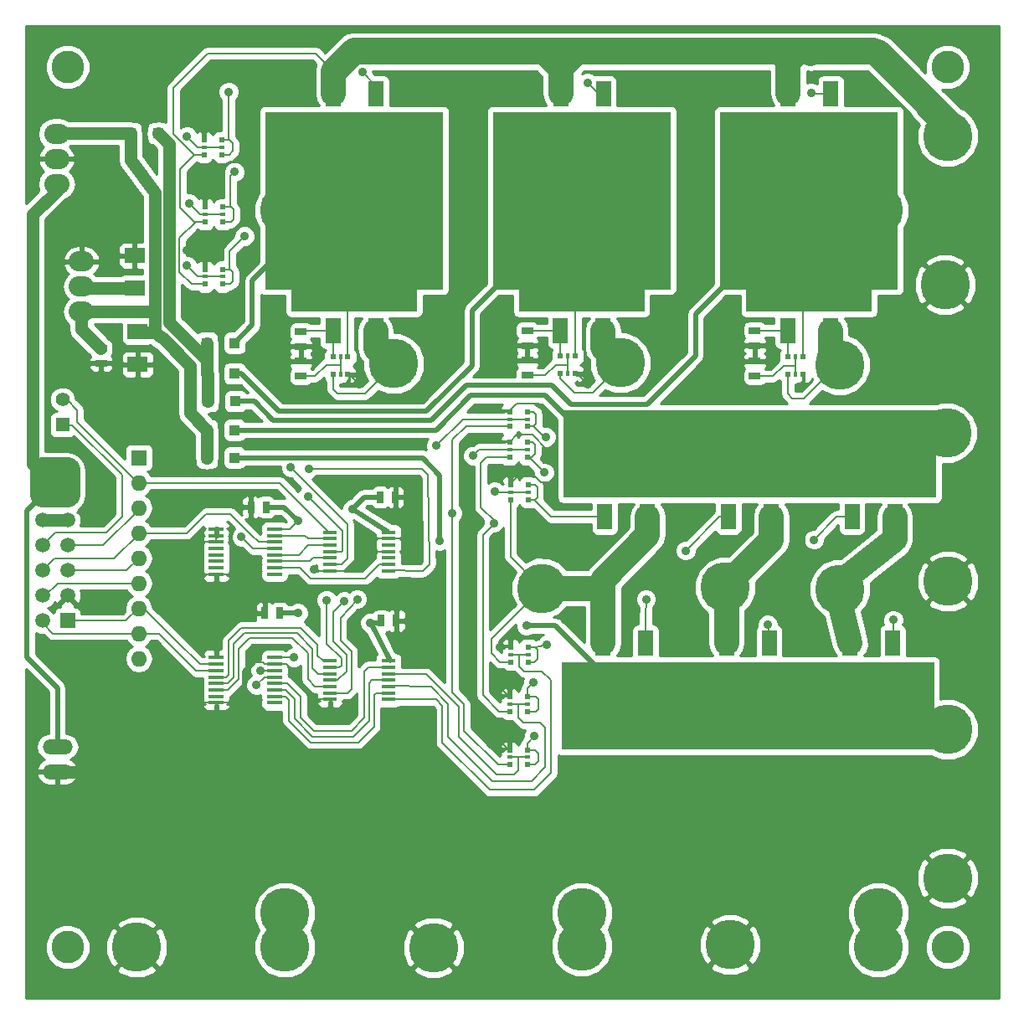
<source format=gtl>
G04 #@! TF.FileFunction,Copper,L1,Top,Signal*
%FSLAX46Y46*%
G04 Gerber Fmt 4.6, Leading zero omitted, Abs format (unit mm)*
G04 Created by KiCad (PCBNEW 4.0.7-e2-6376~58~ubuntu14.04.1) date Sun Jan 28 19:01:43 2018*
%MOMM*%
%LPD*%
G01*
G04 APERTURE LIST*
%ADD10C,0.150000*%
%ADD11R,0.635000X1.143000*%
%ADD12R,1.143000X0.635000*%
%ADD13R,2.032000X1.524000*%
%ADD14R,1.100000X1.100000*%
%ADD15R,1.520000X1.520000*%
%ADD16C,1.520000*%
%ADD17O,3.014980X1.506220*%
%ADD18R,1.397000X1.397000*%
%ADD19C,1.397000*%
%ADD20R,0.600000X0.600000*%
%ADD21R,0.600000X0.400000*%
%ADD22R,0.400000X0.600000*%
%ADD23R,1.600000X1.600000*%
%ADD24O,1.600000X1.600000*%
%ADD25R,1.500000X0.450000*%
%ADD26O,2.540000X2.032000*%
%ADD27C,3.300000*%
%ADD28C,5.000000*%
%ADD29C,0.800000*%
%ADD30R,1.524000X2.540000*%
%ADD31R,18.000000X18.000000*%
%ADD32C,1.000000*%
%ADD33R,12.700000X8.890000*%
%ADD34R,1.450000X0.450000*%
%ADD35C,0.889000*%
%ADD36C,1.270000*%
%ADD37C,0.508000*%
%ADD38C,2.540000*%
%ADD39C,0.203200*%
%ADD40C,0.254000*%
G04 APERTURE END LIST*
D10*
D11*
X71638000Y-98500000D03*
X73162000Y-98500000D03*
X60062000Y-99500000D03*
X58538000Y-99500000D03*
X61462000Y-110200000D03*
X59938000Y-110200000D03*
X71738000Y-111000000D03*
X73262000Y-111000000D03*
D12*
X43400000Y-83438000D03*
X43400000Y-84962000D03*
D13*
X46800000Y-77351000D03*
X46800000Y-74049000D03*
X47100000Y-81749000D03*
X47100000Y-85051000D03*
D14*
X54100000Y-82900000D03*
X56900000Y-82900000D03*
X54100000Y-86000000D03*
X56900000Y-86000000D03*
X54200000Y-88800000D03*
X57000000Y-88800000D03*
X46400000Y-61700000D03*
X49200000Y-61700000D03*
X54100000Y-91700000D03*
X56900000Y-91700000D03*
X54100000Y-94500000D03*
X56900000Y-94500000D03*
D15*
X40000000Y-111000000D03*
D16*
X37460000Y-111000000D03*
X40000000Y-108460000D03*
X37460000Y-108460000D03*
X40000000Y-105920000D03*
X37460000Y-105920000D03*
X40000000Y-103380000D03*
X37460000Y-103380000D03*
X40000000Y-100840000D03*
X37460000Y-100840000D03*
X40000000Y-98300000D03*
X37460000Y-98300000D03*
X40000000Y-95760000D03*
X37460000Y-95760000D03*
D17*
X39000000Y-123730000D03*
X39000000Y-126270000D03*
D18*
X39500000Y-91170000D03*
D19*
X39500000Y-88630000D03*
D20*
X84800000Y-97250000D03*
D21*
X84800000Y-98000000D03*
D20*
X84800000Y-98750000D03*
X86600000Y-98750000D03*
D21*
X86600000Y-98000000D03*
D20*
X86600000Y-97250000D03*
X84800000Y-113650000D03*
D21*
X84800000Y-114400000D03*
D20*
X84800000Y-115150000D03*
X86600000Y-115150000D03*
D21*
X86600000Y-114400000D03*
D20*
X86600000Y-113650000D03*
X53800000Y-62350000D03*
D21*
X53800000Y-63100000D03*
D20*
X53800000Y-63850000D03*
X55600000Y-63850000D03*
D21*
X55600000Y-63100000D03*
D20*
X55600000Y-62350000D03*
X84700000Y-92950000D03*
D21*
X84700000Y-93700000D03*
D20*
X84700000Y-94450000D03*
X86500000Y-94450000D03*
D21*
X86500000Y-93700000D03*
D20*
X86500000Y-92950000D03*
X84700000Y-118650000D03*
D21*
X84700000Y-119400000D03*
D20*
X84700000Y-120150000D03*
X86500000Y-120150000D03*
D21*
X86500000Y-119400000D03*
D20*
X86500000Y-118650000D03*
X53900000Y-69150000D03*
D21*
X53900000Y-69900000D03*
D20*
X53900000Y-70650000D03*
X55700000Y-70650000D03*
D21*
X55700000Y-69900000D03*
D20*
X55700000Y-69150000D03*
X84700000Y-89850000D03*
D21*
X84700000Y-90600000D03*
D20*
X84700000Y-91350000D03*
X86500000Y-91350000D03*
D21*
X86500000Y-90600000D03*
D20*
X86500000Y-89850000D03*
X84700000Y-124050000D03*
D21*
X84700000Y-124800000D03*
D20*
X84700000Y-125550000D03*
X86500000Y-125550000D03*
D21*
X86500000Y-124800000D03*
D20*
X86500000Y-124050000D03*
X53900000Y-75450000D03*
D21*
X53900000Y-76200000D03*
D20*
X53900000Y-76950000D03*
X55700000Y-76950000D03*
D21*
X55700000Y-76200000D03*
D20*
X55700000Y-75450000D03*
X68350000Y-84300000D03*
D22*
X67600000Y-84300000D03*
D20*
X66850000Y-84300000D03*
X66850000Y-86100000D03*
D22*
X67600000Y-86100000D03*
D20*
X68350000Y-86100000D03*
X91350000Y-84200000D03*
D22*
X90600000Y-84200000D03*
D20*
X89850000Y-84200000D03*
X89850000Y-86000000D03*
D22*
X90600000Y-86000000D03*
D20*
X91350000Y-86000000D03*
X114350000Y-84300000D03*
D22*
X113600000Y-84300000D03*
D20*
X112850000Y-84300000D03*
X112850000Y-86100000D03*
D22*
X113600000Y-86100000D03*
D20*
X114350000Y-86100000D03*
D12*
X63600000Y-86262000D03*
X63600000Y-84738000D03*
X86500000Y-86162000D03*
X86500000Y-84638000D03*
X109500000Y-86262000D03*
X109500000Y-84738000D03*
X63600000Y-81738000D03*
X63600000Y-83262000D03*
X86500000Y-81638000D03*
X86500000Y-83162000D03*
X109500000Y-81638000D03*
X109500000Y-83162000D03*
D23*
X47200000Y-94500000D03*
D24*
X47200000Y-97040000D03*
X47200000Y-99580000D03*
X47200000Y-102120000D03*
X47200000Y-104660000D03*
X47200000Y-107200000D03*
X47200000Y-109740000D03*
X47200000Y-112280000D03*
X47200000Y-114820000D03*
D25*
X55050000Y-101725000D03*
X55050000Y-102375000D03*
X55050000Y-103025000D03*
X55050000Y-103675000D03*
X55050000Y-104325000D03*
X55050000Y-104975000D03*
X55050000Y-105625000D03*
X55050000Y-106275000D03*
X60950000Y-106275000D03*
X60950000Y-105625000D03*
X60950000Y-104975000D03*
X60950000Y-104325000D03*
X60950000Y-103675000D03*
X60950000Y-103025000D03*
X60950000Y-102375000D03*
X60950000Y-101725000D03*
X55050000Y-114725000D03*
X55050000Y-115375000D03*
X55050000Y-116025000D03*
X55050000Y-116675000D03*
X55050000Y-117325000D03*
X55050000Y-117975000D03*
X55050000Y-118625000D03*
X55050000Y-119275000D03*
X60950000Y-119275000D03*
X60950000Y-118625000D03*
X60950000Y-117975000D03*
X60950000Y-117325000D03*
X60950000Y-116675000D03*
X60950000Y-116025000D03*
X60950000Y-115375000D03*
X60950000Y-114725000D03*
D26*
X38900000Y-64300000D03*
X38900000Y-66840000D03*
X38900000Y-61760000D03*
X41400000Y-77200000D03*
X41400000Y-79740000D03*
X41400000Y-74660000D03*
D27*
X40000000Y-55000000D03*
X129000000Y-55000000D03*
X129000000Y-144000000D03*
X40000000Y-144000000D03*
D28*
X62000000Y-140500000D03*
X62000000Y-69500000D03*
X95900000Y-84900000D03*
X106500000Y-107600000D03*
X73000000Y-85000000D03*
X88000000Y-107700000D03*
X118100000Y-85100000D03*
X118100000Y-107800000D03*
X122000000Y-140500000D03*
X122000000Y-69500000D03*
X122000000Y-144000000D03*
X107000000Y-143746000D03*
X92000000Y-143898400D03*
X77000000Y-144050800D03*
X62000000Y-144000000D03*
X47000000Y-144000000D03*
X129000000Y-62000000D03*
X128746000Y-77000000D03*
X128898400Y-92000000D03*
X129050800Y-107000000D03*
X129000000Y-122000000D03*
X129000000Y-137000000D03*
D29*
X69000000Y-53500000D03*
X91000000Y-53500000D03*
X114000000Y-53500000D03*
X120000000Y-53500000D03*
X122000000Y-53500000D03*
X89000000Y-53500000D03*
D28*
X92000000Y-140500000D03*
X92000000Y-69500000D03*
D29*
X127000000Y-59000000D03*
X112000000Y-53500000D03*
D30*
X71209800Y-57689600D03*
X66891800Y-57689600D03*
D31*
X69000000Y-68500000D03*
D32*
X75000000Y-62000000D03*
X63000000Y-62000000D03*
D30*
X94209800Y-57689600D03*
X89891800Y-57689600D03*
D31*
X92000000Y-68500000D03*
D32*
X98000000Y-62000000D03*
X86000000Y-62000000D03*
D30*
X117209800Y-57689600D03*
X112891800Y-57689600D03*
D31*
X115000000Y-68500000D03*
D32*
X121000000Y-62000000D03*
X109000000Y-62000000D03*
D30*
X66841000Y-81658000D03*
X71159000Y-81658000D03*
D33*
X69000000Y-75300000D03*
D32*
X74000000Y-75500000D03*
D30*
X89841000Y-81658000D03*
X94159000Y-81658000D03*
D33*
X92000000Y-75300000D03*
D32*
X97000000Y-75500000D03*
D30*
X112841000Y-81658000D03*
X117159000Y-81658000D03*
D33*
X115000000Y-75300000D03*
D32*
X120000000Y-75500000D03*
D30*
X94341000Y-100458000D03*
X98659000Y-100458000D03*
D33*
X96500000Y-94100000D03*
D32*
X101500000Y-94300000D03*
D30*
X106841000Y-100458000D03*
X111159000Y-100458000D03*
D33*
X109000000Y-94100000D03*
D32*
X114000000Y-94300000D03*
D30*
X119341000Y-100458000D03*
X123659000Y-100458000D03*
D33*
X121500000Y-94100000D03*
D32*
X126500000Y-94300000D03*
D30*
X98459000Y-113242000D03*
X94141000Y-113242000D03*
D33*
X96300000Y-119600000D03*
D32*
X91300000Y-119400000D03*
D30*
X110959000Y-113242000D03*
X106641000Y-113242000D03*
D33*
X108800000Y-119600000D03*
D32*
X103800000Y-119400000D03*
D30*
X123459000Y-113242000D03*
X119141000Y-113242000D03*
D33*
X121300000Y-119600000D03*
D32*
X116300000Y-119400000D03*
D34*
X66550000Y-102050000D03*
X66550000Y-102700000D03*
X66550000Y-103350000D03*
X66550000Y-104000000D03*
X66550000Y-104650000D03*
X66550000Y-105300000D03*
X66550000Y-105950000D03*
X72450000Y-105950000D03*
X72450000Y-105300000D03*
X72450000Y-104650000D03*
X72450000Y-104000000D03*
X72450000Y-103350000D03*
X72450000Y-102700000D03*
X72450000Y-102050000D03*
X66550000Y-115050000D03*
X66550000Y-115700000D03*
X66550000Y-116350000D03*
X66550000Y-117000000D03*
X66550000Y-117650000D03*
X66550000Y-118300000D03*
X66550000Y-118950000D03*
X72450000Y-118950000D03*
X72450000Y-118300000D03*
X72450000Y-117650000D03*
X72450000Y-117000000D03*
X72450000Y-116350000D03*
X72450000Y-115700000D03*
X72450000Y-115050000D03*
D35*
X98500000Y-108800000D03*
X88500000Y-113400000D03*
X69800000Y-55500000D03*
X56300000Y-57500000D03*
X88200000Y-96000000D03*
X102500000Y-103900000D03*
X110800000Y-111400000D03*
X87100000Y-117200000D03*
X92600000Y-56600000D03*
X56900000Y-65600000D03*
X88400000Y-92400000D03*
X115500000Y-102800000D03*
X87200000Y-122600000D03*
X123500000Y-110900000D03*
X115200000Y-57600000D03*
X57900000Y-72100000D03*
X90400000Y-110200000D03*
X83100000Y-110300000D03*
X86400000Y-103700000D03*
X83300000Y-105000000D03*
X110500000Y-108700000D03*
X100900000Y-107500000D03*
X101200000Y-80500000D03*
X77800000Y-81300000D03*
X50300000Y-98400000D03*
X52100000Y-73500000D03*
X55100000Y-72800000D03*
X55000000Y-66100000D03*
X54100000Y-60500000D03*
X43200000Y-114800000D03*
X83100000Y-122500000D03*
X83100000Y-117100000D03*
X83700000Y-113700000D03*
X82100000Y-89600000D03*
X65300000Y-84000000D03*
X69500000Y-87100000D03*
X114000000Y-87400000D03*
X106600000Y-88200000D03*
X88100000Y-84600000D03*
X92600000Y-87100000D03*
X64900000Y-105800000D03*
X64700000Y-107700000D03*
X63300000Y-110200000D03*
X68800000Y-99700000D03*
X70600000Y-111200000D03*
X62900000Y-114700000D03*
X63300000Y-100900000D03*
X86400000Y-111500000D03*
X77600000Y-102900000D03*
X59500000Y-116000000D03*
X59100000Y-117500000D03*
X57600000Y-102500000D03*
X83200000Y-97900000D03*
X69300000Y-108800000D03*
X52100000Y-62000000D03*
X64400000Y-95600000D03*
X81000000Y-94300000D03*
X68000000Y-109000000D03*
X83100000Y-101100000D03*
X52300000Y-68800000D03*
X62600000Y-95500000D03*
X66200000Y-108900000D03*
X77300000Y-93300000D03*
X78900000Y-100100000D03*
X52100000Y-75100000D03*
X64300000Y-98400000D03*
D36*
X38900000Y-67500000D02*
X36500000Y-69900000D01*
X36500000Y-69900000D02*
X36500000Y-95100000D01*
X36500000Y-95100000D02*
X37400000Y-95900000D01*
D37*
X39000000Y-123730000D02*
X39000000Y-117800000D01*
X39000000Y-117800000D02*
X35900000Y-114700000D01*
X35900000Y-114700000D02*
X35900000Y-99860000D01*
X35900000Y-99860000D02*
X37460000Y-98300000D01*
X38900000Y-66840000D02*
X38900000Y-67500000D01*
D38*
X40000000Y-98300000D02*
X40000000Y-95760000D01*
X37460000Y-98300000D02*
X40000000Y-98300000D01*
X37460000Y-95760000D02*
X37460000Y-98300000D01*
X40000000Y-95760000D02*
X37460000Y-95760000D01*
D39*
X94341000Y-100458000D02*
X88908000Y-100458000D01*
X88908000Y-100458000D02*
X87200000Y-98750000D01*
X86600000Y-97250000D02*
X87250000Y-97250000D01*
X87250000Y-98750000D02*
X87200000Y-98750000D01*
X87200000Y-98750000D02*
X86600000Y-98750000D01*
X87500000Y-98500000D02*
X87250000Y-98750000D01*
X87500000Y-97500000D02*
X87500000Y-98500000D01*
X87250000Y-97250000D02*
X87500000Y-97500000D01*
X86600000Y-113650000D02*
X87350000Y-113650000D01*
X98459000Y-110659000D02*
X98459000Y-113242000D01*
X98500000Y-108800000D02*
X98459000Y-110659000D01*
X87350000Y-113650000D02*
X88500000Y-113400000D01*
X86600000Y-113650000D02*
X87250000Y-113650000D01*
X87200000Y-115150000D02*
X86600000Y-115150000D01*
X87500000Y-114850000D02*
X87200000Y-115150000D01*
X87500000Y-113900000D02*
X87500000Y-114850000D01*
X87250000Y-113650000D02*
X87500000Y-113900000D01*
X56300000Y-62350000D02*
X56300000Y-57500000D01*
X69800000Y-55500000D02*
X71209800Y-56909800D01*
X71209800Y-56909800D02*
X71209800Y-57689600D01*
X55600000Y-62350000D02*
X56300000Y-62350000D01*
X56300000Y-62350000D02*
X56350000Y-62350000D01*
X56350000Y-63850000D02*
X55600000Y-63850000D01*
X56700000Y-63500000D02*
X56350000Y-63850000D01*
X56700000Y-62700000D02*
X56700000Y-63500000D01*
X56350000Y-62350000D02*
X56700000Y-62700000D01*
X106841000Y-100458000D02*
X105942000Y-100458000D01*
X88200000Y-96000000D02*
X86650000Y-94450000D01*
X105942000Y-100458000D02*
X102500000Y-103900000D01*
X86650000Y-94450000D02*
X86500000Y-94450000D01*
X86500000Y-92950000D02*
X87050000Y-92950000D01*
X86950000Y-94450000D02*
X86500000Y-94450000D01*
X87300000Y-94100000D02*
X86950000Y-94450000D01*
X87300000Y-93200000D02*
X87300000Y-94100000D01*
X87050000Y-92950000D02*
X87300000Y-93200000D01*
X86500000Y-118650000D02*
X86500000Y-117800000D01*
X110800000Y-111400000D02*
X110959000Y-112959000D01*
X86500000Y-117800000D02*
X87100000Y-117200000D01*
X110959000Y-112959000D02*
X110959000Y-113242000D01*
X86500000Y-118650000D02*
X87350000Y-118650000D01*
X87350000Y-120150000D02*
X86500000Y-120150000D01*
X87600000Y-119900000D02*
X87350000Y-120150000D01*
X87600000Y-118900000D02*
X87600000Y-119900000D01*
X87350000Y-118650000D02*
X87600000Y-118900000D01*
X56500000Y-69150000D02*
X56500000Y-66000000D01*
X92600000Y-56600000D02*
X93689600Y-57689600D01*
X56500000Y-66000000D02*
X56900000Y-65600000D01*
X93689600Y-57689600D02*
X94209800Y-57689600D01*
X55700000Y-69150000D02*
X56500000Y-69150000D01*
X56500000Y-69150000D02*
X56550000Y-69150000D01*
X56550000Y-70650000D02*
X55700000Y-70650000D01*
X56800000Y-70400000D02*
X56550000Y-70650000D01*
X56800000Y-69400000D02*
X56800000Y-70400000D01*
X56550000Y-69150000D02*
X56800000Y-69400000D01*
X119341000Y-100458000D02*
X117742000Y-100458000D01*
X117742000Y-100458000D02*
X115500000Y-102800000D01*
X88300000Y-92500000D02*
X87150000Y-91350000D01*
X87150000Y-91350000D02*
X86500000Y-91350000D01*
X86500000Y-89850000D02*
X87150000Y-89850000D01*
X87150000Y-91350000D02*
X86500000Y-91350000D01*
X87400000Y-91100000D02*
X87150000Y-91350000D01*
X87400000Y-90100000D02*
X87400000Y-91100000D01*
X87150000Y-89850000D02*
X87400000Y-90100000D01*
X86500000Y-124050000D02*
X86500000Y-123400000D01*
X86500000Y-123400000D02*
X87200000Y-122600000D01*
X123500000Y-110900000D02*
X123459000Y-113242000D01*
X86500000Y-124050000D02*
X87250000Y-124050000D01*
X87250000Y-125550000D02*
X86500000Y-125550000D01*
X87600000Y-125200000D02*
X87250000Y-125550000D01*
X87600000Y-124400000D02*
X87600000Y-125200000D01*
X87250000Y-124050000D02*
X87600000Y-124400000D01*
X56400000Y-75450000D02*
X56400000Y-73600000D01*
X115289600Y-57689600D02*
X117209800Y-57689600D01*
X115200000Y-57600000D02*
X115289600Y-57689600D01*
X56400000Y-73600000D02*
X57900000Y-72100000D01*
X55700000Y-75450000D02*
X56400000Y-75450000D01*
X56400000Y-75450000D02*
X56450000Y-75450000D01*
X56450000Y-76950000D02*
X55700000Y-76950000D01*
X56700000Y-76700000D02*
X56450000Y-76950000D01*
X56700000Y-75700000D02*
X56700000Y-76700000D01*
X56450000Y-75450000D02*
X56700000Y-75700000D01*
X72450000Y-104000000D02*
X71400000Y-104000000D01*
X71200000Y-103800000D02*
X71200000Y-102700000D01*
X71400000Y-104000000D02*
X71200000Y-103800000D01*
X83100000Y-110300000D02*
X83100000Y-105200000D01*
X83100000Y-105200000D02*
X83300000Y-105000000D01*
X58538000Y-99500000D02*
X51400000Y-99500000D01*
X51400000Y-99500000D02*
X50300000Y-98400000D01*
X55100000Y-72800000D02*
X52800000Y-72800000D01*
X52800000Y-72800000D02*
X52100000Y-73500000D01*
X53900000Y-74000000D02*
X53900000Y-75450000D01*
X55100000Y-72800000D02*
X53900000Y-74000000D01*
X53800000Y-62350000D02*
X53800000Y-60800000D01*
X53900000Y-67200000D02*
X53900000Y-69150000D01*
X55000000Y-66100000D02*
X53900000Y-67200000D01*
X53800000Y-60800000D02*
X54100000Y-60500000D01*
X59938000Y-110200000D02*
X55900000Y-110200000D01*
X55050000Y-111050000D02*
X55050000Y-114725000D01*
X55900000Y-110200000D02*
X55050000Y-111050000D01*
X55050000Y-119275000D02*
X47775000Y-119275000D01*
X43300000Y-114800000D02*
X43200000Y-114800000D01*
X47775000Y-119275000D02*
X43300000Y-114800000D01*
X55050000Y-106275000D02*
X57075000Y-106275000D01*
X57075000Y-106275000D02*
X59938000Y-109138000D01*
X55050000Y-103025000D02*
X53675000Y-103025000D01*
X53575000Y-106275000D02*
X55050000Y-106275000D01*
X53100000Y-105800000D02*
X53575000Y-106275000D01*
X53100000Y-103600000D02*
X53100000Y-105800000D01*
X53675000Y-103025000D02*
X53100000Y-103600000D01*
X55050000Y-102375000D02*
X55050000Y-103025000D01*
X55050000Y-101725000D02*
X55050000Y-102375000D01*
X55050000Y-119275000D02*
X56925000Y-119275000D01*
X56925000Y-119275000D02*
X56900000Y-119250000D01*
X56900000Y-119100000D02*
X56900000Y-119300000D01*
X56900000Y-119250000D02*
X56900000Y-119100000D01*
D36*
X37460000Y-100840000D02*
X40000000Y-100840000D01*
X41630000Y-126270000D02*
X39000000Y-126270000D01*
X43200000Y-124700000D02*
X41630000Y-126270000D01*
X43200000Y-122300000D02*
X43200000Y-124700000D01*
X43200000Y-114800000D02*
X43200000Y-122300000D01*
D39*
X66550000Y-118950000D02*
X65050000Y-118950000D01*
X62175000Y-115375000D02*
X60950000Y-115375000D01*
X62900000Y-116100000D02*
X62175000Y-115375000D01*
X62900000Y-116800000D02*
X62900000Y-116100000D01*
X65050000Y-118950000D02*
X62900000Y-116800000D01*
X60950000Y-115375000D02*
X59975000Y-115375000D01*
X59975000Y-115375000D02*
X59800000Y-115200000D01*
X59800000Y-115200000D02*
X58800000Y-115200000D01*
D37*
X58800000Y-115200000D02*
X57900000Y-116100000D01*
X57900000Y-116100000D02*
X57900000Y-118300000D01*
X57900000Y-118300000D02*
X56900000Y-119300000D01*
X56900000Y-119300000D02*
X56925000Y-119275000D01*
D39*
X83100000Y-122500000D02*
X84650000Y-124050000D01*
X84650000Y-124050000D02*
X84700000Y-124050000D01*
X84800000Y-113650000D02*
X83750000Y-113650000D01*
X83100000Y-117100000D02*
X84650000Y-118650000D01*
X83750000Y-113650000D02*
X83700000Y-113700000D01*
X84650000Y-118650000D02*
X84700000Y-118650000D01*
X73450000Y-102700000D02*
X74400000Y-102700000D01*
X74300000Y-98500000D02*
X73162000Y-98500000D01*
X75000000Y-99200000D02*
X74300000Y-98500000D01*
X75000000Y-102100000D02*
X75000000Y-99200000D01*
X74400000Y-102700000D02*
X75000000Y-102100000D01*
X89500000Y-93500000D02*
X89500000Y-96200000D01*
X85600000Y-96300000D02*
X84800000Y-97100000D01*
X87200000Y-96300000D02*
X85600000Y-96300000D01*
X87900000Y-97000000D02*
X87200000Y-96300000D01*
X88700000Y-97000000D02*
X87900000Y-97000000D01*
X89500000Y-96200000D02*
X88700000Y-97000000D01*
X84800000Y-97100000D02*
X84800000Y-97250000D01*
X84700000Y-89850000D02*
X84700000Y-89700000D01*
X84700000Y-89700000D02*
X85400000Y-89000000D01*
X85450000Y-92200000D02*
X84700000Y-92950000D01*
X87000000Y-92200000D02*
X85450000Y-92200000D01*
X88500000Y-93700000D02*
X87000000Y-92200000D01*
X89300000Y-93700000D02*
X88500000Y-93700000D01*
X89500000Y-93500000D02*
X89300000Y-93700000D01*
X89500000Y-90900000D02*
X89500000Y-93500000D01*
X87600000Y-89000000D02*
X89500000Y-90900000D01*
X85400000Y-89000000D02*
X87600000Y-89000000D01*
X82350000Y-89850000D02*
X84700000Y-89850000D01*
X82100000Y-89600000D02*
X82350000Y-89850000D01*
X63600000Y-83262000D02*
X63600000Y-84738000D01*
X64562000Y-83262000D02*
X63600000Y-83262000D01*
X65300000Y-84000000D02*
X64562000Y-83262000D01*
X69500000Y-87100000D02*
X68500000Y-86100000D01*
X68500000Y-86100000D02*
X68350000Y-86100000D01*
X114350000Y-87050000D02*
X114350000Y-86100000D01*
X114000000Y-87400000D02*
X114350000Y-87050000D01*
X109500000Y-84738000D02*
X109500000Y-83162000D01*
X106600000Y-88200000D02*
X106600000Y-85800000D01*
X107662000Y-84738000D02*
X109500000Y-84738000D01*
X106600000Y-85800000D02*
X107662000Y-84738000D01*
X106600000Y-88200000D02*
X106800000Y-88200000D01*
X86500000Y-83162000D02*
X86500000Y-84638000D01*
X86500000Y-84638000D02*
X86538000Y-84600000D01*
X86538000Y-84600000D02*
X88100000Y-84600000D01*
X92600000Y-87100000D02*
X91500000Y-86000000D01*
X91500000Y-86000000D02*
X91350000Y-86000000D01*
X66550000Y-105950000D02*
X65050000Y-105950000D01*
X65050000Y-105950000D02*
X64900000Y-105800000D01*
X64700000Y-107700000D02*
X64600000Y-107800000D01*
X64600000Y-107800000D02*
X61000000Y-107800000D01*
X61000000Y-107800000D02*
X59938000Y-108862000D01*
X59938000Y-108862000D02*
X59938000Y-109138000D01*
X59938000Y-109138000D02*
X59938000Y-110200000D01*
X66550000Y-105950000D02*
X67950000Y-105950000D01*
X71200000Y-102700000D02*
X72200000Y-102700000D01*
X67950000Y-105950000D02*
X71200000Y-102700000D01*
X72200000Y-102700000D02*
X73450000Y-102700000D01*
X60950000Y-104325000D02*
X63375000Y-104325000D01*
X64350000Y-103350000D02*
X66550000Y-103350000D01*
X63375000Y-104325000D02*
X64350000Y-103350000D01*
X60950000Y-104975000D02*
X64525000Y-104975000D01*
X64850000Y-104650000D02*
X66550000Y-104650000D01*
X64525000Y-104975000D02*
X64850000Y-104650000D01*
X60950000Y-105625000D02*
X63525000Y-105625000D01*
X71500000Y-105300000D02*
X72600000Y-105300000D01*
X70100000Y-106700000D02*
X71500000Y-105300000D01*
X64600000Y-106700000D02*
X70100000Y-106700000D01*
X63525000Y-105625000D02*
X64600000Y-106700000D01*
X55050000Y-117975000D02*
X56225000Y-117975000D01*
X65050000Y-117650000D02*
X66550000Y-117650000D01*
X64300000Y-116900000D02*
X65050000Y-117650000D01*
X64300000Y-114300000D02*
X64300000Y-116900000D01*
X62700000Y-112700000D02*
X64300000Y-114300000D01*
X58400000Y-112700000D02*
X62700000Y-112700000D01*
X57300000Y-113800000D02*
X58400000Y-112700000D01*
X57300000Y-116900000D02*
X57300000Y-113800000D01*
X56225000Y-117975000D02*
X57300000Y-116900000D01*
X72550000Y-115050000D02*
X72600000Y-115000000D01*
D37*
X71638000Y-98500000D02*
X70000000Y-98500000D01*
X70000000Y-98500000D02*
X68800000Y-99700000D01*
X60062000Y-99500000D02*
X61900000Y-99500000D01*
X61900000Y-99500000D02*
X63300000Y-100900000D01*
X63300000Y-110200000D02*
X61462000Y-110200000D01*
X71538000Y-111200000D02*
X70588000Y-111212000D01*
X70588000Y-111212000D02*
X70750000Y-111250000D01*
X70750000Y-111250000D02*
X70650000Y-111250000D01*
X70650000Y-111250000D02*
X70700000Y-111200000D01*
X72400000Y-102000000D02*
X68800000Y-99700000D01*
X72600000Y-115000000D02*
X70700000Y-111200000D01*
X70700000Y-111200000D02*
X70600000Y-111200000D01*
D39*
X60950000Y-114725000D02*
X62875000Y-114725000D01*
D37*
X62875000Y-114725000D02*
X62900000Y-114700000D01*
D39*
X62475000Y-101725000D02*
X60950000Y-101725000D01*
X63300000Y-100900000D02*
X62475000Y-101725000D01*
D36*
X46800000Y-77351000D02*
X41551000Y-77351000D01*
D37*
X41551000Y-77351000D02*
X41400000Y-77200000D01*
D36*
X41400000Y-79740000D02*
X48800000Y-79740000D01*
X48600000Y-79700000D02*
X48800000Y-79700000D01*
X48760000Y-79700000D02*
X48600000Y-79700000D01*
X48800000Y-79740000D02*
X48760000Y-79700000D01*
D37*
X43400000Y-83438000D02*
X43338000Y-83438000D01*
D36*
X43338000Y-83438000D02*
X41400000Y-81500000D01*
X41400000Y-81500000D02*
X41400000Y-79740000D01*
X46400000Y-61700000D02*
X38960000Y-61700000D01*
D37*
X38960000Y-61700000D02*
X38900000Y-61760000D01*
D36*
X48800000Y-81849000D02*
X48800000Y-79700000D01*
X48800000Y-79700000D02*
X48800000Y-67700000D01*
X48800000Y-67700000D02*
X46400000Y-64400000D01*
X46400000Y-64400000D02*
X46400000Y-61700000D01*
X47100000Y-81749000D02*
X48800000Y-81849000D01*
X48800000Y-81849000D02*
X49749000Y-82549000D01*
X49749000Y-82549000D02*
X52400000Y-85200000D01*
X52400000Y-85200000D02*
X52400000Y-90000000D01*
X52400000Y-90000000D02*
X54100000Y-91700000D01*
X54100000Y-94500000D02*
X54100000Y-91700000D01*
X54100000Y-82900000D02*
X54100000Y-84600000D01*
X54100000Y-84600000D02*
X50300000Y-80800000D01*
X50300000Y-62800000D02*
X49200000Y-61700000D01*
X50300000Y-80800000D02*
X50300000Y-62800000D01*
X54100000Y-86000000D02*
X54100000Y-82900000D01*
X54200000Y-88800000D02*
X54200000Y-86100000D01*
D37*
X54200000Y-86100000D02*
X54100000Y-86000000D01*
D39*
X109000000Y-94100000D02*
X121500000Y-94100000D01*
X96500000Y-94100000D02*
X109000000Y-94100000D01*
X128898400Y-92000000D02*
X123600000Y-92000000D01*
X123600000Y-92000000D02*
X121500000Y-94100000D01*
D37*
X96500000Y-94100000D02*
X94200000Y-94100000D01*
X94200000Y-94100000D02*
X88300000Y-88200000D01*
X77300000Y-91700000D02*
X56900000Y-91700000D01*
X80800000Y-88200000D02*
X77300000Y-91700000D01*
X88300000Y-88200000D02*
X80800000Y-88200000D01*
D39*
X108800000Y-119600000D02*
X96300000Y-119600000D01*
X121300000Y-119600000D02*
X108800000Y-119600000D01*
X129000000Y-122000000D02*
X123700000Y-122000000D01*
X123700000Y-122000000D02*
X121300000Y-119600000D01*
D37*
X89300000Y-111500000D02*
X86400000Y-111500000D01*
X96300000Y-118500000D02*
X89300000Y-111500000D01*
X75966667Y-94500000D02*
X56900000Y-94500000D01*
X77600000Y-96337500D02*
X75966667Y-94500000D01*
X77600000Y-102900000D02*
X77600000Y-96337500D01*
X96300000Y-119600000D02*
X96300000Y-118500000D01*
D39*
X55050000Y-115375000D02*
X53375000Y-115375000D01*
X47740000Y-109740000D02*
X47200000Y-109740000D01*
X50900000Y-112900000D02*
X47740000Y-109740000D01*
X50900000Y-112900000D02*
X50900000Y-112900000D01*
X53375000Y-115375000D02*
X50900000Y-112900000D01*
X47200000Y-109740000D02*
X47160000Y-109740000D01*
X45900000Y-111000000D02*
X40000000Y-111000000D01*
X47160000Y-109740000D02*
X45900000Y-111000000D01*
X55050000Y-116025000D02*
X53025000Y-116025000D01*
X49280000Y-112280000D02*
X47200000Y-112280000D01*
X50300000Y-113300000D02*
X49280000Y-112280000D01*
X50300000Y-113300000D02*
X50300000Y-113300000D01*
X53025000Y-116025000D02*
X50300000Y-113300000D01*
X47200000Y-112280000D02*
X38520000Y-112280000D01*
X38520000Y-112280000D02*
X37460000Y-111220000D01*
X37460000Y-111220000D02*
X37460000Y-111000000D01*
X47820000Y-112280000D02*
X47200000Y-112280000D01*
X47200000Y-107200000D02*
X39000000Y-107200000D01*
X39000000Y-107200000D02*
X37740000Y-108460000D01*
X37740000Y-108460000D02*
X37460000Y-108460000D01*
X60950000Y-116025000D02*
X59725000Y-116025000D01*
X59725000Y-116025000D02*
X59500000Y-116000000D01*
X60950000Y-116675000D02*
X59925000Y-116675000D01*
X59925000Y-116675000D02*
X59100000Y-117500000D01*
X47200000Y-104660000D02*
X47240000Y-104660000D01*
X45980000Y-105920000D02*
X40000000Y-105920000D01*
X47240000Y-104660000D02*
X45980000Y-105920000D01*
X60950000Y-103025000D02*
X59325000Y-103025000D01*
X52080000Y-102120000D02*
X47200000Y-102120000D01*
X54000000Y-100200000D02*
X52080000Y-102120000D01*
X56500000Y-100200000D02*
X54000000Y-100200000D01*
X58600000Y-102300000D02*
X56500000Y-100200000D01*
X58600000Y-102300000D02*
X58600000Y-102300000D01*
X59325000Y-103025000D02*
X58600000Y-102300000D01*
X47200000Y-102120000D02*
X47280000Y-102120000D01*
X38680000Y-104700000D02*
X37460000Y-105920000D01*
X44700000Y-104700000D02*
X38680000Y-104700000D01*
X47280000Y-102120000D02*
X44700000Y-104700000D01*
X47200000Y-99580000D02*
X47200000Y-99800000D01*
X47200000Y-99800000D02*
X43620000Y-103380000D01*
X43620000Y-103380000D02*
X40000000Y-103380000D01*
X60950000Y-103675000D02*
X58775000Y-103675000D01*
X58775000Y-103675000D02*
X57600000Y-102500000D01*
X39500000Y-91170000D02*
X40500000Y-91200000D01*
X38740000Y-102100000D02*
X37460000Y-103380000D01*
X43900000Y-102100000D02*
X38740000Y-102100000D01*
X45500000Y-100500000D02*
X43900000Y-102100000D01*
X45500000Y-96200000D02*
X45500000Y-100500000D01*
X40500000Y-91200000D02*
X45500000Y-96200000D01*
D38*
X122000000Y-53500000D02*
X114000000Y-53500000D01*
X129000000Y-62000000D02*
X129000000Y-60500000D01*
X129000000Y-60500000D02*
X122000000Y-53500000D01*
X112000000Y-53500000D02*
X91000000Y-53500000D01*
X105000000Y-53400000D02*
X95000000Y-53400000D01*
X89891800Y-57689600D02*
X89891800Y-55191800D01*
X89891800Y-55191800D02*
X88200000Y-53500000D01*
X69000000Y-53500000D02*
X87700000Y-53500000D01*
X87700000Y-53500000D02*
X87800000Y-53400000D01*
X66891800Y-57689600D02*
X66891800Y-55608200D01*
X66891800Y-55608200D02*
X69000000Y-53500000D01*
X105100000Y-53500000D02*
X105000000Y-53400000D01*
X112000000Y-53500000D02*
X105100000Y-53500000D01*
X112891800Y-57689600D02*
X112891800Y-54391800D01*
X112891800Y-54391800D02*
X112000000Y-53500000D01*
X120000000Y-53500000D02*
X115200000Y-53500000D01*
X115200000Y-53500000D02*
X115100000Y-53600000D01*
X127000000Y-59000000D02*
X127000000Y-58500000D01*
X127000000Y-58500000D02*
X122000000Y-53500000D01*
X129000000Y-62000000D02*
X129000000Y-61000000D01*
X129000000Y-61000000D02*
X127000000Y-59000000D01*
X120000000Y-53500000D02*
X122000000Y-53500000D01*
X112000000Y-53500000D02*
X114000000Y-53500000D01*
X89000000Y-53500000D02*
X91000000Y-53500000D01*
X112891800Y-57689600D02*
X112891800Y-54508200D01*
D39*
X112891800Y-54508200D02*
X114100000Y-53300000D01*
X114100000Y-53300000D02*
X121500000Y-53300000D01*
X121500000Y-53300000D02*
X129000000Y-60800000D01*
X129000000Y-60800000D02*
X129000000Y-62000000D01*
D38*
X114100000Y-53300000D02*
X91700000Y-53300000D01*
X121500000Y-53300000D02*
X114100000Y-53300000D01*
X114100000Y-53300000D02*
X112891800Y-54508200D01*
X91700000Y-53300000D02*
X69000000Y-53300000D01*
X66891800Y-57689600D02*
X66891800Y-55408200D01*
D39*
X66891800Y-55408200D02*
X65083600Y-53600000D01*
X50700000Y-61800000D02*
X52800000Y-63900000D01*
X50700000Y-57100000D02*
X50700000Y-61800000D01*
X54200000Y-53600000D02*
X50700000Y-57100000D01*
X65083600Y-53600000D02*
X54200000Y-53600000D01*
X53000000Y-70650000D02*
X52850000Y-70650000D01*
X52850000Y-63850000D02*
X53800000Y-63850000D01*
X51400000Y-65300000D02*
X52850000Y-63850000D01*
X51400000Y-69200000D02*
X51400000Y-65300000D01*
X52850000Y-70650000D02*
X51400000Y-69200000D01*
X53900000Y-76950000D02*
X52550000Y-76950000D01*
X52950000Y-70650000D02*
X53000000Y-70650000D01*
X53000000Y-70650000D02*
X53900000Y-70650000D01*
X51300000Y-72300000D02*
X52950000Y-70650000D01*
X51300000Y-75700000D02*
X51300000Y-72300000D01*
X52550000Y-76950000D02*
X51300000Y-75700000D01*
D38*
X69000000Y-53300000D02*
X66891800Y-55408200D01*
X89891800Y-55108200D02*
X89891800Y-57689600D01*
X91700000Y-53300000D02*
X89891800Y-55108200D01*
X129000000Y-62000000D02*
X129000000Y-60800000D01*
X129000000Y-60800000D02*
X121500000Y-53300000D01*
D39*
X47200000Y-97040000D02*
X47140000Y-97040000D01*
X39930000Y-88630000D02*
X39500000Y-88630000D01*
X41000000Y-89700000D02*
X39930000Y-88630000D01*
X41000000Y-90900000D02*
X41000000Y-89700000D01*
X47140000Y-97040000D02*
X41000000Y-90900000D01*
X66550000Y-102050000D02*
X66450000Y-102050000D01*
X66450000Y-102050000D02*
X61440000Y-97040000D01*
X61440000Y-97040000D02*
X47200000Y-97040000D01*
X66550000Y-118300000D02*
X68300000Y-118300000D01*
X83300000Y-98000000D02*
X84800000Y-98000000D01*
X83200000Y-97900000D02*
X83300000Y-98000000D01*
X67600000Y-110700000D02*
X69300000Y-108800000D01*
X67600000Y-113000000D02*
X67600000Y-110700000D01*
X68700000Y-114100000D02*
X67600000Y-113000000D01*
X68700000Y-117900000D02*
X68700000Y-114100000D01*
X68300000Y-118300000D02*
X68700000Y-117900000D01*
X84800000Y-98000000D02*
X86600000Y-98000000D01*
X84800000Y-98750000D02*
X84800000Y-104500000D01*
X84800000Y-115150000D02*
X83750000Y-115150000D01*
X83750000Y-115150000D02*
X82900000Y-114300000D01*
D38*
X98659000Y-100458000D02*
X98659000Y-102341000D01*
X94141000Y-106859000D02*
X94141000Y-113242000D01*
D39*
X84800000Y-104500000D02*
X88000000Y-107700000D01*
X82900000Y-112800000D02*
X88000000Y-107700000D01*
X82900000Y-114300000D02*
X82900000Y-112800000D01*
D38*
X88400000Y-107700000D02*
X94141000Y-107700000D01*
X94141000Y-107700000D02*
X94141000Y-106859000D01*
X98659000Y-102341000D02*
X94141000Y-106859000D01*
D39*
X72600000Y-118900000D02*
X77250000Y-118950000D01*
X85700000Y-115600000D02*
X85700000Y-114400000D01*
X86200000Y-116100000D02*
X85700000Y-115600000D01*
X88000000Y-116100000D02*
X86200000Y-116100000D01*
X88900000Y-117000000D02*
X88000000Y-116100000D01*
X88900000Y-126400000D02*
X88900000Y-117000000D01*
X87200000Y-128100000D02*
X88900000Y-126400000D01*
X82700000Y-128100000D02*
X87200000Y-128100000D01*
X77900000Y-123300000D02*
X82700000Y-128100000D01*
X77900000Y-119600000D02*
X77900000Y-123300000D01*
X77250000Y-118950000D02*
X77900000Y-119600000D01*
X86600000Y-114400000D02*
X85700000Y-114400000D01*
X85700000Y-114400000D02*
X84800000Y-114400000D01*
X72400000Y-105900000D02*
X75972226Y-105950000D01*
X53200000Y-63100000D02*
X53800000Y-63100000D01*
X52100000Y-62000000D02*
X53200000Y-63100000D01*
X75836842Y-95600000D02*
X64400000Y-95600000D01*
X76483934Y-96214737D02*
X75836842Y-95600000D01*
X76597500Y-105300031D02*
X76483934Y-96214737D01*
X75972226Y-105950000D02*
X76597500Y-105300031D01*
X55600000Y-63100000D02*
X53800000Y-63100000D01*
X66550000Y-117000000D02*
X67300000Y-117000000D01*
X81600000Y-93700000D02*
X84700000Y-93700000D01*
X81000000Y-94300000D02*
X81600000Y-93700000D01*
X66900000Y-110100000D02*
X68000000Y-109000000D01*
X66900000Y-113100000D02*
X66900000Y-110100000D01*
X68200000Y-114400000D02*
X66900000Y-113100000D01*
X68200000Y-116100000D02*
X68200000Y-114400000D01*
X67300000Y-117000000D02*
X68200000Y-116100000D01*
X84700000Y-93700000D02*
X86500000Y-93700000D01*
X83100000Y-101100000D02*
X83150000Y-101150000D01*
X83150000Y-101150000D02*
X83100000Y-101100000D01*
X83100000Y-101100000D02*
X83100000Y-101200000D01*
X84700000Y-120150000D02*
X83650000Y-120150000D01*
X82000000Y-102300000D02*
X83100000Y-101200000D01*
X83100000Y-101200000D02*
X83300000Y-101000000D01*
X82000000Y-118500000D02*
X82000000Y-102300000D01*
X83650000Y-120150000D02*
X82000000Y-118500000D01*
X82350000Y-94450000D02*
X84700000Y-94450000D01*
X81800000Y-95000000D02*
X82350000Y-94450000D01*
X81800000Y-99500000D02*
X81800000Y-95000000D01*
X83300000Y-101000000D02*
X81800000Y-99500000D01*
D38*
X111159000Y-100458000D02*
X111159000Y-102841000D01*
X106641000Y-107359000D02*
X106641000Y-113242000D01*
X111159000Y-102841000D02*
X106641000Y-107359000D01*
D39*
X72500000Y-117600000D02*
X76750000Y-117650000D01*
X85600000Y-120800000D02*
X85600000Y-119400000D01*
X86100000Y-121300000D02*
X85600000Y-120800000D01*
X87800000Y-121300000D02*
X86100000Y-121300000D01*
X88300000Y-121800000D02*
X87800000Y-121300000D01*
X88300000Y-125800000D02*
X88300000Y-121800000D01*
X86900000Y-127200000D02*
X88300000Y-125800000D01*
X83000000Y-127200000D02*
X86900000Y-127200000D01*
X78500000Y-122700000D02*
X83000000Y-127200000D01*
X78500000Y-119400000D02*
X78500000Y-122700000D01*
X76750000Y-117650000D02*
X78500000Y-119400000D01*
X86500000Y-119400000D02*
X85600000Y-119400000D01*
X85600000Y-119400000D02*
X84700000Y-119400000D01*
X66550000Y-105300000D02*
X67700000Y-105300000D01*
X53400000Y-69900000D02*
X53900000Y-69900000D01*
X52300000Y-68800000D02*
X53400000Y-69900000D01*
X68300000Y-101200000D02*
X62600000Y-95500000D01*
X68300000Y-104700000D02*
X68300000Y-101200000D01*
X67700000Y-105300000D02*
X68300000Y-104700000D01*
X55700000Y-69900000D02*
X53900000Y-69900000D01*
X77300000Y-93300000D02*
X80000000Y-90600000D01*
X84700000Y-90600000D02*
X80800000Y-90600000D01*
X67500000Y-115700000D02*
X67700000Y-115500000D01*
X67700000Y-115500000D02*
X67700000Y-114800000D01*
X67700000Y-114800000D02*
X66200000Y-113300000D01*
X66200000Y-113300000D02*
X66200000Y-108900000D01*
X67500000Y-115700000D02*
X66550000Y-115700000D01*
X80000000Y-90600000D02*
X80800000Y-90600000D01*
X84700000Y-90600000D02*
X86500000Y-90600000D01*
X80300000Y-91300000D02*
X84750000Y-91300000D01*
X84750000Y-91300000D02*
X84700000Y-91350000D01*
X84700000Y-125550000D02*
X83550000Y-125550000D01*
X80100000Y-122100000D02*
X80100000Y-119400000D01*
X80100000Y-119400000D02*
X78900000Y-118200000D01*
X78900000Y-118200000D02*
X78900000Y-100100000D01*
X83550000Y-125550000D02*
X80100000Y-122100000D01*
X78900000Y-92700000D02*
X80300000Y-91300000D01*
X78900000Y-100100000D02*
X78900000Y-92700000D01*
D38*
X123659000Y-100458000D02*
X123659000Y-102741000D01*
X117700000Y-107500000D02*
X119141000Y-113242000D01*
X123659000Y-102741000D02*
X117700000Y-107500000D01*
D39*
X72500000Y-116400000D02*
X76300000Y-116400000D01*
X85600000Y-126100000D02*
X85600000Y-124800000D01*
X85200000Y-126500000D02*
X85600000Y-126100000D01*
X83400000Y-126500000D02*
X85200000Y-126500000D01*
X79600000Y-122700000D02*
X83400000Y-126500000D01*
X79600000Y-119700000D02*
X79600000Y-122700000D01*
X76300000Y-116400000D02*
X79600000Y-119700000D01*
X86500000Y-124800000D02*
X85600000Y-124800000D01*
X85600000Y-124800000D02*
X84700000Y-124800000D01*
X66550000Y-104000000D02*
X67700000Y-104000000D01*
X53200000Y-76200000D02*
X53900000Y-76200000D01*
X52100000Y-75100000D02*
X53200000Y-76200000D01*
X67800000Y-101900000D02*
X64300000Y-98400000D01*
X67800000Y-103900000D02*
X67800000Y-101900000D01*
X67700000Y-104000000D02*
X67800000Y-103900000D01*
X55700000Y-76200000D02*
X53900000Y-76200000D01*
X67600000Y-85100000D02*
X66200000Y-85100000D01*
X65038000Y-86262000D02*
X63600000Y-86262000D01*
X66200000Y-85100000D02*
X65038000Y-86262000D01*
X67600000Y-84300000D02*
X67600000Y-85100000D01*
X67600000Y-85100000D02*
X67600000Y-85200000D01*
X67600000Y-85200000D02*
X67600000Y-86100000D01*
X66841000Y-81658000D02*
X63680000Y-81658000D01*
X63680000Y-81658000D02*
X63600000Y-81738000D01*
X66850000Y-84300000D02*
X66850000Y-81667000D01*
X66850000Y-81667000D02*
X66841000Y-81658000D01*
X90600000Y-85100000D02*
X89400000Y-85100000D01*
X88338000Y-86162000D02*
X86500000Y-86162000D01*
X89400000Y-85100000D02*
X88338000Y-86162000D01*
X90600000Y-84200000D02*
X90600000Y-85100000D01*
X90600000Y-85100000D02*
X90600000Y-86000000D01*
X89841000Y-81658000D02*
X89841000Y-84191000D01*
X89841000Y-84191000D02*
X89850000Y-84200000D01*
X86500000Y-81638000D02*
X89821000Y-81638000D01*
X89821000Y-81638000D02*
X89841000Y-81658000D01*
X113600000Y-85200000D02*
X112400000Y-85200000D01*
X111338000Y-86262000D02*
X109500000Y-86262000D01*
X112400000Y-85200000D02*
X111338000Y-86262000D01*
X113600000Y-84300000D02*
X113600000Y-85200000D01*
X113600000Y-85200000D02*
X113600000Y-86100000D01*
X112841000Y-81658000D02*
X112841000Y-84291000D01*
X112841000Y-84291000D02*
X112850000Y-84300000D01*
X109500000Y-81638000D02*
X112821000Y-81638000D01*
X112821000Y-81638000D02*
X112841000Y-81658000D01*
X60950000Y-102375000D02*
X63975000Y-102375000D01*
X64300000Y-102700000D02*
X66550000Y-102700000D01*
X63975000Y-102375000D02*
X64300000Y-102700000D01*
X55050000Y-116675000D02*
X56075000Y-116675000D01*
X65850000Y-115050000D02*
X66550000Y-115050000D01*
X65300000Y-114500000D02*
X65850000Y-115050000D01*
X65300000Y-113400000D02*
X65300000Y-114500000D01*
X63600000Y-111700000D02*
X65300000Y-113400000D01*
X57600000Y-111700000D02*
X63600000Y-111700000D01*
X56300000Y-113000000D02*
X57600000Y-111700000D01*
X56300000Y-116450000D02*
X56300000Y-113000000D01*
X56075000Y-116675000D02*
X56300000Y-116450000D01*
X55050000Y-117325000D02*
X56175000Y-117325000D01*
X65350000Y-116350000D02*
X66550000Y-116350000D01*
X64800000Y-115800000D02*
X65350000Y-116350000D01*
X64800000Y-113800000D02*
X64800000Y-115800000D01*
X63200000Y-112200000D02*
X64800000Y-113800000D01*
X57900000Y-112200000D02*
X63200000Y-112200000D01*
X56800000Y-113300000D02*
X57900000Y-112200000D01*
X56800000Y-116700000D02*
X56800000Y-113300000D01*
X56175000Y-117325000D02*
X56800000Y-116700000D01*
X72700000Y-118300000D02*
X71200000Y-118300000D01*
X62025000Y-118625000D02*
X60950000Y-118625000D01*
X62400000Y-119000000D02*
X62025000Y-118625000D01*
X62400000Y-121100000D02*
X62400000Y-119000000D01*
X64600000Y-123300000D02*
X62400000Y-121100000D01*
X69400000Y-123300000D02*
X64600000Y-123300000D01*
X71000000Y-121700000D02*
X69400000Y-123300000D01*
X71000000Y-118500000D02*
X71000000Y-121700000D01*
X71200000Y-118300000D02*
X71000000Y-118500000D01*
X60950000Y-117975000D02*
X62075000Y-117975000D01*
X70800000Y-117000000D02*
X72700000Y-117000000D01*
X70500000Y-117300000D02*
X70800000Y-117000000D01*
X70500000Y-121100000D02*
X70500000Y-117300000D01*
X68900000Y-122700000D02*
X70500000Y-121100000D01*
X64800000Y-122700000D02*
X68900000Y-122700000D01*
X63000000Y-120900000D02*
X64800000Y-122700000D01*
X63000000Y-118900000D02*
X63000000Y-120900000D01*
X62075000Y-117975000D02*
X63000000Y-118900000D01*
X72500000Y-115700000D02*
X70400000Y-115700000D01*
X62225000Y-117325000D02*
X60950000Y-117325000D01*
X63600000Y-118700000D02*
X62225000Y-117325000D01*
X63600000Y-120800000D02*
X63600000Y-118700000D01*
X64900000Y-122100000D02*
X63600000Y-120800000D01*
X68700000Y-122100000D02*
X64900000Y-122100000D01*
X70000000Y-120800000D02*
X68700000Y-122100000D01*
X70000000Y-116100000D02*
X70000000Y-120800000D01*
X70400000Y-115700000D02*
X70000000Y-116100000D01*
D37*
X69000000Y-68500000D02*
X66800000Y-68500000D01*
X66800000Y-68500000D02*
X58700000Y-76600000D01*
X58700000Y-81100000D02*
X56900000Y-82900000D01*
X58700000Y-76600000D02*
X58700000Y-81100000D01*
D39*
X69000000Y-75300000D02*
X69000000Y-68500000D01*
X68350000Y-84300000D02*
X68350000Y-75950000D01*
X68350000Y-75950000D02*
X69000000Y-75300000D01*
D37*
X56900000Y-86000000D02*
X57600000Y-86000000D01*
X80900000Y-79600000D02*
X92000000Y-68500000D01*
X80900000Y-85200000D02*
X80900000Y-79600000D01*
X76300000Y-89800000D02*
X80900000Y-85200000D01*
X61400000Y-89800000D02*
X76300000Y-89800000D01*
X57600000Y-86000000D02*
X61400000Y-89800000D01*
D39*
X92000000Y-75300000D02*
X92000000Y-68500000D01*
X91350000Y-84200000D02*
X91350000Y-75950000D01*
X91350000Y-75950000D02*
X92000000Y-75300000D01*
D37*
X57000000Y-88800000D02*
X58900000Y-88800000D01*
X58900000Y-88800000D02*
X60800000Y-90700000D01*
X60800000Y-90700000D02*
X76800000Y-90700000D01*
X76800000Y-90700000D02*
X80300000Y-87200000D01*
X80300000Y-87200000D02*
X89000000Y-87200000D01*
X89000000Y-87200000D02*
X90900000Y-89100000D01*
X90900000Y-89100000D02*
X98600000Y-89100000D01*
X98600000Y-89100000D02*
X103500000Y-84200000D01*
X103500000Y-84200000D02*
X103500000Y-80000000D01*
X103500000Y-80000000D02*
X115000000Y-68500000D01*
D39*
X115000000Y-75300000D02*
X115000000Y-68500000D01*
X114350000Y-84300000D02*
X114350000Y-75950000D01*
X114350000Y-75950000D02*
X115000000Y-75300000D01*
X122000000Y-144000000D02*
X122000000Y-140500000D01*
X92000000Y-143898400D02*
X92000000Y-140500000D01*
X62000000Y-144000000D02*
X62000000Y-140500000D01*
X70100000Y-88000000D02*
X72900000Y-85200000D01*
X67300000Y-88000000D02*
X70100000Y-88000000D01*
D38*
X71159000Y-83459000D02*
X72900000Y-85200000D01*
D39*
X66850000Y-87550000D02*
X67300000Y-88000000D01*
X66850000Y-86100000D02*
X66850000Y-87550000D01*
D38*
X71159000Y-81658000D02*
X71159000Y-83459000D01*
D39*
X93100000Y-87900000D02*
X96000000Y-85000000D01*
X89850000Y-86000000D02*
X89850000Y-86450000D01*
X89850000Y-86450000D02*
X91300000Y-87900000D01*
X91300000Y-87900000D02*
X93100000Y-87900000D01*
D38*
X94159000Y-83359000D02*
X95800000Y-85000000D01*
X94159000Y-81658000D02*
X94159000Y-83359000D01*
D39*
X114500000Y-88500000D02*
X118000000Y-85000000D01*
X113300000Y-88500000D02*
X114500000Y-88500000D01*
D38*
X117159000Y-84159000D02*
X118000000Y-85000000D01*
D39*
X112850000Y-88050000D02*
X113300000Y-88500000D01*
X112850000Y-86100000D02*
X112850000Y-88050000D01*
D38*
X117159000Y-81658000D02*
X117159000Y-84159000D01*
D40*
G36*
X134174500Y-149174500D02*
X35825500Y-149174500D01*
X35825500Y-144452521D01*
X37714604Y-144452521D01*
X38061742Y-145292658D01*
X38703961Y-145935999D01*
X39543491Y-146284603D01*
X40452521Y-146285396D01*
X40572358Y-146235880D01*
X44943725Y-146235880D01*
X45225421Y-146658564D01*
X46377892Y-147135294D01*
X47625072Y-147134705D01*
X48774579Y-146658564D01*
X49056275Y-146235880D01*
X47000000Y-144179605D01*
X44943725Y-146235880D01*
X40572358Y-146235880D01*
X41292658Y-145938258D01*
X41935999Y-145296039D01*
X42284603Y-144456509D01*
X42285396Y-143547479D01*
X42215324Y-143377892D01*
X43864706Y-143377892D01*
X43865295Y-144625072D01*
X44341436Y-145774579D01*
X44764120Y-146056275D01*
X46820395Y-144000000D01*
X47179605Y-144000000D01*
X49235880Y-146056275D01*
X49658564Y-145774579D01*
X50135294Y-144622108D01*
X50134705Y-143374928D01*
X49658564Y-142225421D01*
X49235880Y-141943725D01*
X47179605Y-144000000D01*
X46820395Y-144000000D01*
X44764120Y-141943725D01*
X44341436Y-142225421D01*
X43864706Y-143377892D01*
X42215324Y-143377892D01*
X41938258Y-142707342D01*
X41296039Y-142064001D01*
X40573847Y-141764120D01*
X44943725Y-141764120D01*
X47000000Y-143820395D01*
X49056275Y-141764120D01*
X48774579Y-141341436D01*
X48241334Y-141120854D01*
X58864457Y-141120854D01*
X59331572Y-142251358D01*
X58865546Y-143373674D01*
X58864457Y-144620854D01*
X59340727Y-145773515D01*
X60221847Y-146656174D01*
X61373674Y-147134454D01*
X62620854Y-147135543D01*
X63773515Y-146659273D01*
X64146758Y-146286680D01*
X74943725Y-146286680D01*
X75225421Y-146709364D01*
X76377892Y-147186094D01*
X77625072Y-147185505D01*
X78774579Y-146709364D01*
X79056275Y-146286680D01*
X77000000Y-144230405D01*
X74943725Y-146286680D01*
X64146758Y-146286680D01*
X64656174Y-145778153D01*
X65134454Y-144626326D01*
X65135499Y-143428692D01*
X73864706Y-143428692D01*
X73865295Y-144675872D01*
X74341436Y-145825379D01*
X74764120Y-146107075D01*
X76820395Y-144050800D01*
X77179605Y-144050800D01*
X79235880Y-146107075D01*
X79658564Y-145825379D01*
X80135294Y-144672908D01*
X80134705Y-143425728D01*
X79658564Y-142276221D01*
X79235880Y-141994525D01*
X77179605Y-144050800D01*
X76820395Y-144050800D01*
X74764120Y-141994525D01*
X74341436Y-142276221D01*
X73864706Y-143428692D01*
X65135499Y-143428692D01*
X65135543Y-143379146D01*
X64668428Y-142248642D01*
X64848524Y-141814920D01*
X74943725Y-141814920D01*
X77000000Y-143871195D01*
X79056275Y-141814920D01*
X78774579Y-141392236D01*
X78118527Y-141120854D01*
X88864457Y-141120854D01*
X89310530Y-142200433D01*
X88865546Y-143272074D01*
X88864457Y-144519254D01*
X89340727Y-145671915D01*
X90221847Y-146554574D01*
X91373674Y-147032854D01*
X92620854Y-147033943D01*
X93773515Y-146557673D01*
X94350313Y-145981880D01*
X104943725Y-145981880D01*
X105225421Y-146404564D01*
X106377892Y-146881294D01*
X107625072Y-146880705D01*
X108774579Y-146404564D01*
X109056275Y-145981880D01*
X107000000Y-143925605D01*
X104943725Y-145981880D01*
X94350313Y-145981880D01*
X94656174Y-145676553D01*
X95134454Y-144524726D01*
X95135543Y-143277546D01*
X95072055Y-143123892D01*
X103864706Y-143123892D01*
X103865295Y-144371072D01*
X104341436Y-145520579D01*
X104764120Y-145802275D01*
X106820395Y-143746000D01*
X107179605Y-143746000D01*
X109235880Y-145802275D01*
X109658564Y-145520579D01*
X110135294Y-144368108D01*
X110134705Y-143120928D01*
X109658564Y-141971421D01*
X109235880Y-141689725D01*
X107179605Y-143746000D01*
X106820395Y-143746000D01*
X104764120Y-141689725D01*
X104341436Y-141971421D01*
X103864706Y-143123892D01*
X95072055Y-143123892D01*
X94689470Y-142197967D01*
X94975088Y-141510120D01*
X104943725Y-141510120D01*
X107000000Y-143566395D01*
X109056275Y-141510120D01*
X108796851Y-141120854D01*
X118864457Y-141120854D01*
X119331572Y-142251358D01*
X118865546Y-143373674D01*
X118864457Y-144620854D01*
X119340727Y-145773515D01*
X120221847Y-146656174D01*
X121373674Y-147134454D01*
X122620854Y-147135543D01*
X123773515Y-146659273D01*
X124656174Y-145778153D01*
X125134454Y-144626326D01*
X125134605Y-144452521D01*
X126714604Y-144452521D01*
X127061742Y-145292658D01*
X127703961Y-145935999D01*
X128543491Y-146284603D01*
X129452521Y-146285396D01*
X130292658Y-145938258D01*
X130935999Y-145296039D01*
X131284603Y-144456509D01*
X131285396Y-143547479D01*
X130938258Y-142707342D01*
X130296039Y-142064001D01*
X129456509Y-141715397D01*
X128547479Y-141714604D01*
X127707342Y-142061742D01*
X127064001Y-142703961D01*
X126715397Y-143543491D01*
X126714604Y-144452521D01*
X125134605Y-144452521D01*
X125135543Y-143379146D01*
X124668428Y-142248642D01*
X125134454Y-141126326D01*
X125135543Y-139879146D01*
X124869751Y-139235880D01*
X126943725Y-139235880D01*
X127225421Y-139658564D01*
X128377892Y-140135294D01*
X129625072Y-140134705D01*
X130774579Y-139658564D01*
X131056275Y-139235880D01*
X129000000Y-137179605D01*
X126943725Y-139235880D01*
X124869751Y-139235880D01*
X124659273Y-138726485D01*
X123778153Y-137843826D01*
X122626326Y-137365546D01*
X121379146Y-137364457D01*
X120226485Y-137840727D01*
X119343826Y-138721847D01*
X118865546Y-139873674D01*
X118864457Y-141120854D01*
X108796851Y-141120854D01*
X108774579Y-141087436D01*
X107622108Y-140610706D01*
X106374928Y-140611295D01*
X105225421Y-141087436D01*
X104943725Y-141510120D01*
X94975088Y-141510120D01*
X95134454Y-141126326D01*
X95135543Y-139879146D01*
X94659273Y-138726485D01*
X93778153Y-137843826D01*
X92626326Y-137365546D01*
X91379146Y-137364457D01*
X90226485Y-137840727D01*
X89343826Y-138721847D01*
X88865546Y-139873674D01*
X88864457Y-141120854D01*
X78118527Y-141120854D01*
X77622108Y-140915506D01*
X76374928Y-140916095D01*
X75225421Y-141392236D01*
X74943725Y-141814920D01*
X64848524Y-141814920D01*
X65134454Y-141126326D01*
X65135543Y-139879146D01*
X64659273Y-138726485D01*
X63778153Y-137843826D01*
X62626326Y-137365546D01*
X61379146Y-137364457D01*
X60226485Y-137840727D01*
X59343826Y-138721847D01*
X58865546Y-139873674D01*
X58864457Y-141120854D01*
X48241334Y-141120854D01*
X47622108Y-140864706D01*
X46374928Y-140865295D01*
X45225421Y-141341436D01*
X44943725Y-141764120D01*
X40573847Y-141764120D01*
X40456509Y-141715397D01*
X39547479Y-141714604D01*
X38707342Y-142061742D01*
X38064001Y-142703961D01*
X37715397Y-143543491D01*
X37714604Y-144452521D01*
X35825500Y-144452521D01*
X35825500Y-136377892D01*
X125864706Y-136377892D01*
X125865295Y-137625072D01*
X126341436Y-138774579D01*
X126764120Y-139056275D01*
X128820395Y-137000000D01*
X129179605Y-137000000D01*
X131235880Y-139056275D01*
X131658564Y-138774579D01*
X132135294Y-137622108D01*
X132134705Y-136374928D01*
X131658564Y-135225421D01*
X131235880Y-134943725D01*
X129179605Y-137000000D01*
X128820395Y-137000000D01*
X126764120Y-134943725D01*
X126341436Y-135225421D01*
X125864706Y-136377892D01*
X35825500Y-136377892D01*
X35825500Y-134764120D01*
X126943725Y-134764120D01*
X129000000Y-136820395D01*
X131056275Y-134764120D01*
X130774579Y-134341436D01*
X129622108Y-133864706D01*
X128374928Y-133865295D01*
X127225421Y-134341436D01*
X126943725Y-134764120D01*
X35825500Y-134764120D01*
X35825500Y-126611674D01*
X36900217Y-126611674D01*
X36914573Y-126683875D01*
X37174276Y-127161740D01*
X37597081Y-127503846D01*
X38118620Y-127658110D01*
X38873000Y-127658110D01*
X38873000Y-126397000D01*
X39127000Y-126397000D01*
X39127000Y-127658110D01*
X39881380Y-127658110D01*
X40402919Y-127503846D01*
X40825724Y-127161740D01*
X41085427Y-126683875D01*
X41099783Y-126611674D01*
X40977162Y-126397000D01*
X39127000Y-126397000D01*
X38873000Y-126397000D01*
X37022838Y-126397000D01*
X36900217Y-126611674D01*
X35825500Y-126611674D01*
X35825500Y-115882736D01*
X38111000Y-118168236D01*
X38111000Y-122360318D01*
X37672439Y-122447554D01*
X37222104Y-122748458D01*
X36921200Y-123198793D01*
X36815536Y-123730000D01*
X36921200Y-124261207D01*
X37222104Y-124711542D01*
X37672439Y-125012446D01*
X37675306Y-125013016D01*
X37597081Y-125036154D01*
X37174276Y-125378260D01*
X36914573Y-125856125D01*
X36900217Y-125928326D01*
X37022838Y-126143000D01*
X38873000Y-126143000D01*
X38873000Y-126123000D01*
X39127000Y-126123000D01*
X39127000Y-126143000D01*
X40977162Y-126143000D01*
X41099783Y-125928326D01*
X41085427Y-125856125D01*
X40825724Y-125378260D01*
X40402919Y-125036154D01*
X40324694Y-125013016D01*
X40327561Y-125012446D01*
X40777896Y-124711542D01*
X41078800Y-124261207D01*
X41184464Y-123730000D01*
X41078800Y-123198793D01*
X40777896Y-122748458D01*
X40327561Y-122447554D01*
X39889000Y-122360318D01*
X39889000Y-117800000D01*
X39821329Y-117459794D01*
X39628618Y-117171382D01*
X36789000Y-114331764D01*
X36789000Y-112231860D01*
X37181300Y-112394758D01*
X37593407Y-112395117D01*
X37999145Y-112800855D01*
X38238115Y-112960530D01*
X38520000Y-113016600D01*
X45980698Y-113016600D01*
X46185302Y-113322811D01*
X46525314Y-113550000D01*
X46185302Y-113777189D01*
X45874233Y-114242736D01*
X45765000Y-114791887D01*
X45765000Y-114848113D01*
X45874233Y-115397264D01*
X46185302Y-115862811D01*
X46650849Y-116173880D01*
X47200000Y-116283113D01*
X47749151Y-116173880D01*
X48214698Y-115862811D01*
X48525767Y-115397264D01*
X48635000Y-114848113D01*
X48635000Y-114791887D01*
X48525767Y-114242736D01*
X48214698Y-113777189D01*
X47874686Y-113550000D01*
X48214698Y-113322811D01*
X48419302Y-113016600D01*
X48974890Y-113016600D01*
X52504145Y-116545855D01*
X52743115Y-116705530D01*
X53025000Y-116761600D01*
X53652560Y-116761600D01*
X53652560Y-116900000D01*
X53672067Y-117003671D01*
X53652560Y-117100000D01*
X53652560Y-117550000D01*
X53672067Y-117653671D01*
X53652560Y-117750000D01*
X53652560Y-118200000D01*
X53672067Y-118303671D01*
X53652560Y-118400000D01*
X53652560Y-118850000D01*
X53665980Y-118921323D01*
X53665000Y-118923690D01*
X53665000Y-119003750D01*
X53685312Y-119024062D01*
X53696838Y-119085317D01*
X53835910Y-119301441D01*
X53961862Y-119387500D01*
X53823750Y-119387500D01*
X53665000Y-119546250D01*
X53665000Y-119626310D01*
X53761673Y-119859699D01*
X53940302Y-120038327D01*
X54173691Y-120135000D01*
X54764250Y-120135000D01*
X54923000Y-119976250D01*
X54923000Y-119497440D01*
X55177000Y-119497440D01*
X55177000Y-119976250D01*
X55335750Y-120135000D01*
X55926309Y-120135000D01*
X56159698Y-120038327D01*
X56338327Y-119859699D01*
X56435000Y-119626310D01*
X56435000Y-119546250D01*
X56276250Y-119387500D01*
X56137359Y-119387500D01*
X56251441Y-119314090D01*
X56396431Y-119101890D01*
X56411558Y-119027192D01*
X56435000Y-119003750D01*
X56435000Y-118923690D01*
X56433333Y-118919665D01*
X56447440Y-118850000D01*
X56447440Y-118667354D01*
X56506885Y-118655530D01*
X56745855Y-118495855D01*
X57820855Y-117420855D01*
X57901608Y-117300000D01*
X57980530Y-117181885D01*
X58000691Y-117080530D01*
X58036601Y-116900000D01*
X58036600Y-116899995D01*
X58036600Y-114105110D01*
X58705110Y-113436600D01*
X62394890Y-113436600D01*
X62610067Y-113651777D01*
X62289311Y-113784311D01*
X62084865Y-113988400D01*
X62076044Y-113988400D01*
X61951890Y-113903569D01*
X61700000Y-113852560D01*
X60200000Y-113852560D01*
X59964683Y-113896838D01*
X59748559Y-114035910D01*
X59603569Y-114248110D01*
X59552560Y-114500000D01*
X59552560Y-114920545D01*
X59286216Y-114920313D01*
X58889311Y-115084311D01*
X58585378Y-115387714D01*
X58420687Y-115784332D01*
X58420313Y-116213784D01*
X58561147Y-116554629D01*
X58489311Y-116584311D01*
X58185378Y-116887714D01*
X58020687Y-117284332D01*
X58020313Y-117713784D01*
X58184311Y-118110689D01*
X58487714Y-118414622D01*
X58884332Y-118579313D01*
X59313784Y-118579687D01*
X59552560Y-118481027D01*
X59552560Y-118850000D01*
X59572067Y-118953671D01*
X59552560Y-119050000D01*
X59552560Y-119500000D01*
X59596838Y-119735317D01*
X59735910Y-119951441D01*
X59948110Y-120096431D01*
X60200000Y-120147440D01*
X61663400Y-120147440D01*
X61663400Y-121100000D01*
X61719470Y-121381885D01*
X61879145Y-121620855D01*
X64079145Y-123820855D01*
X64318115Y-123980530D01*
X64600000Y-124036600D01*
X69400000Y-124036600D01*
X69681885Y-123980530D01*
X69920855Y-123820855D01*
X71520855Y-122220855D01*
X71637922Y-122045652D01*
X71680530Y-121981885D01*
X71736600Y-121700000D01*
X71736600Y-119822440D01*
X73175000Y-119822440D01*
X73410317Y-119778162D01*
X73613312Y-119647538D01*
X76941616Y-119683326D01*
X77163400Y-119905110D01*
X77163400Y-123300000D01*
X77219470Y-123581885D01*
X77379145Y-123820855D01*
X82179145Y-128620855D01*
X82418115Y-128780530D01*
X82700000Y-128836600D01*
X87200000Y-128836600D01*
X87481885Y-128780530D01*
X87720855Y-128620855D01*
X89420855Y-126920855D01*
X89580530Y-126681885D01*
X89636600Y-126400000D01*
X89636600Y-124599403D01*
X89698110Y-124641431D01*
X89950000Y-124692440D01*
X127309185Y-124692440D01*
X128373674Y-125134454D01*
X129620854Y-125135543D01*
X130773515Y-124659273D01*
X131656174Y-123778153D01*
X132134454Y-122626326D01*
X132135543Y-121379146D01*
X131659273Y-120226485D01*
X130778153Y-119343826D01*
X129626326Y-118865546D01*
X128379146Y-118864457D01*
X128297440Y-118898217D01*
X128297440Y-115155000D01*
X128253162Y-114919683D01*
X128114090Y-114703559D01*
X127901890Y-114558569D01*
X127650000Y-114507560D01*
X124868440Y-114507560D01*
X124868440Y-111972000D01*
X124824162Y-111736683D01*
X124685090Y-111520559D01*
X124472890Y-111375569D01*
X124471508Y-111375289D01*
X124579313Y-111115668D01*
X124579687Y-110686216D01*
X124415689Y-110289311D01*
X124112286Y-109985378D01*
X123715668Y-109820687D01*
X123286216Y-109820313D01*
X122889311Y-109984311D01*
X122585378Y-110287714D01*
X122420687Y-110684332D01*
X122420313Y-111113784D01*
X122521081Y-111357661D01*
X122461683Y-111368838D01*
X122245559Y-111507910D01*
X122100569Y-111720110D01*
X122049560Y-111972000D01*
X122049560Y-114507560D01*
X120550440Y-114507560D01*
X120550440Y-114469074D01*
X120775406Y-114220641D01*
X121025505Y-113520686D01*
X120988704Y-112778304D01*
X120299905Y-110033626D01*
X120756174Y-109578153D01*
X120898298Y-109235880D01*
X126994525Y-109235880D01*
X127276221Y-109658564D01*
X128428692Y-110135294D01*
X129675872Y-110134705D01*
X130825379Y-109658564D01*
X131107075Y-109235880D01*
X129050800Y-107179605D01*
X126994525Y-109235880D01*
X120898298Y-109235880D01*
X121234454Y-108426326D01*
X121235543Y-107179146D01*
X121215423Y-107130453D01*
X122157745Y-106377892D01*
X125915506Y-106377892D01*
X125916095Y-107625072D01*
X126392236Y-108774579D01*
X126814920Y-109056275D01*
X128871195Y-107000000D01*
X129230405Y-107000000D01*
X131286680Y-109056275D01*
X131709364Y-108774579D01*
X132186094Y-107622108D01*
X132185505Y-106374928D01*
X131709364Y-105225421D01*
X131286680Y-104943725D01*
X129230405Y-107000000D01*
X128871195Y-107000000D01*
X126814920Y-104943725D01*
X126392236Y-105225421D01*
X125915506Y-106377892D01*
X122157745Y-106377892D01*
X124178436Y-104764120D01*
X126994525Y-104764120D01*
X129050800Y-106820395D01*
X131107075Y-104764120D01*
X130825379Y-104341436D01*
X129672908Y-103864706D01*
X128425728Y-103865295D01*
X127276221Y-104341436D01*
X126994525Y-104764120D01*
X124178436Y-104764120D01*
X124847795Y-104229554D01*
X124916904Y-104147595D01*
X125006038Y-104088038D01*
X125154582Y-103865727D01*
X125326949Y-103661312D01*
X125359433Y-103559147D01*
X125418991Y-103470012D01*
X125471154Y-103207769D01*
X125552171Y-102952961D01*
X125543086Y-102846144D01*
X125564000Y-102741000D01*
X125564000Y-100458000D01*
X125418991Y-99728988D01*
X125068440Y-99204353D01*
X125068440Y-99192440D01*
X127850000Y-99192440D01*
X128085317Y-99148162D01*
X128301441Y-99009090D01*
X128446431Y-98796890D01*
X128497440Y-98545000D01*
X128497440Y-95134651D01*
X129519254Y-95135543D01*
X130671915Y-94659273D01*
X131554574Y-93778153D01*
X132032854Y-92626326D01*
X132033943Y-91379146D01*
X131557673Y-90226485D01*
X130676553Y-89343826D01*
X129524726Y-88865546D01*
X128277546Y-88864457D01*
X127904500Y-89018597D01*
X127850000Y-89007560D01*
X115034150Y-89007560D01*
X116303707Y-87738003D01*
X116321847Y-87756174D01*
X117473674Y-88234454D01*
X118720854Y-88235543D01*
X119873515Y-87759273D01*
X120756174Y-86878153D01*
X121234454Y-85726326D01*
X121235543Y-84479146D01*
X120759273Y-83326485D01*
X119878153Y-82443826D01*
X119064000Y-82105760D01*
X119064000Y-81658000D01*
X118918991Y-80928988D01*
X118568440Y-80404353D01*
X118568440Y-80392440D01*
X121350000Y-80392440D01*
X121585317Y-80348162D01*
X121801441Y-80209090D01*
X121946431Y-79996890D01*
X121997440Y-79745000D01*
X121997440Y-79235880D01*
X126689725Y-79235880D01*
X126971421Y-79658564D01*
X128123892Y-80135294D01*
X129371072Y-80134705D01*
X130520579Y-79658564D01*
X130802275Y-79235880D01*
X128746000Y-77179605D01*
X126689725Y-79235880D01*
X121997440Y-79235880D01*
X121997440Y-78147440D01*
X124000000Y-78147440D01*
X124235317Y-78103162D01*
X124451441Y-77964090D01*
X124596431Y-77751890D01*
X124647440Y-77500000D01*
X124647440Y-76377892D01*
X125610706Y-76377892D01*
X125611295Y-77625072D01*
X126087436Y-78774579D01*
X126510120Y-79056275D01*
X128566395Y-77000000D01*
X128925605Y-77000000D01*
X130981880Y-79056275D01*
X131404564Y-78774579D01*
X131881294Y-77622108D01*
X131880705Y-76374928D01*
X131404564Y-75225421D01*
X130981880Y-74943725D01*
X128925605Y-77000000D01*
X128566395Y-77000000D01*
X126510120Y-74943725D01*
X126087436Y-75225421D01*
X125610706Y-76377892D01*
X124647440Y-76377892D01*
X124647440Y-74764120D01*
X126689725Y-74764120D01*
X128746000Y-76820395D01*
X130802275Y-74764120D01*
X130520579Y-74341436D01*
X129368108Y-73864706D01*
X128120928Y-73865295D01*
X126971421Y-74341436D01*
X126689725Y-74764120D01*
X124647440Y-74764120D01*
X124647440Y-71286872D01*
X124656174Y-71278153D01*
X125134454Y-70126326D01*
X125135543Y-68879146D01*
X124659273Y-67726485D01*
X124647440Y-67714631D01*
X124647440Y-59500000D01*
X124603162Y-59264683D01*
X124464090Y-59048559D01*
X124251890Y-58903569D01*
X124000000Y-58852560D01*
X118619240Y-58852560D01*
X118619240Y-56419600D01*
X118574962Y-56184283D01*
X118435890Y-55968159D01*
X118223690Y-55823169D01*
X117971800Y-55772160D01*
X116447800Y-55772160D01*
X116212483Y-55816438D01*
X115996359Y-55955510D01*
X115851369Y-56167710D01*
X115800360Y-56419600D01*
X115800360Y-56680426D01*
X115415668Y-56520687D01*
X114986216Y-56520313D01*
X114796800Y-56598578D01*
X114796800Y-55444689D01*
X115100000Y-55504999D01*
X115602734Y-55405000D01*
X120910924Y-55405000D01*
X125250226Y-59744302D01*
X125652962Y-60347038D01*
X126104392Y-60798468D01*
X125865546Y-61373674D01*
X125864457Y-62620854D01*
X126340727Y-63773515D01*
X127221847Y-64656174D01*
X128373674Y-65134454D01*
X129620854Y-65135543D01*
X130773515Y-64659273D01*
X131656174Y-63778153D01*
X132134454Y-62626326D01*
X132135543Y-61379146D01*
X131659273Y-60226485D01*
X130778153Y-59343826D01*
X130357996Y-59169362D01*
X130347038Y-59152962D01*
X128432656Y-57238580D01*
X128543491Y-57284603D01*
X129452521Y-57285396D01*
X130292658Y-56938258D01*
X130935999Y-56296039D01*
X131284603Y-55456509D01*
X131285396Y-54547479D01*
X130938258Y-53707342D01*
X130296039Y-53064001D01*
X129456509Y-52715397D01*
X128547479Y-52714604D01*
X127707342Y-53061742D01*
X127064001Y-53703961D01*
X126715397Y-54543491D01*
X126714604Y-55452521D01*
X126762490Y-55568413D01*
X123347038Y-52152962D01*
X122729012Y-51740009D01*
X122443269Y-51683171D01*
X122229012Y-51540009D01*
X121500000Y-51395000D01*
X69000000Y-51395000D01*
X68270988Y-51540009D01*
X67652962Y-51952962D01*
X66065617Y-53540307D01*
X65604455Y-53079145D01*
X65365485Y-52919470D01*
X65083600Y-52863400D01*
X54200000Y-52863400D01*
X53918115Y-52919470D01*
X53679145Y-53079145D01*
X50179145Y-56579145D01*
X50019470Y-56818115D01*
X49963400Y-57100000D01*
X49963400Y-60545775D01*
X49750000Y-60502560D01*
X49564785Y-60502560D01*
X49200000Y-60429999D01*
X48835215Y-60502560D01*
X48650000Y-60502560D01*
X48414683Y-60546838D01*
X48198559Y-60685910D01*
X48053569Y-60898110D01*
X48002560Y-61150000D01*
X48002560Y-61335215D01*
X47929999Y-61700000D01*
X48002560Y-62064785D01*
X48002560Y-62250000D01*
X48046838Y-62485317D01*
X48185910Y-62701441D01*
X48398110Y-62846431D01*
X48589044Y-62885096D01*
X49030000Y-63326052D01*
X49030000Y-65857016D01*
X47670000Y-63987016D01*
X47670000Y-61700000D01*
X47597440Y-61335216D01*
X47597440Y-61150000D01*
X47553162Y-60914683D01*
X47414090Y-60698559D01*
X47201890Y-60553569D01*
X46950000Y-60502560D01*
X46764784Y-60502560D01*
X46400000Y-60430000D01*
X40115455Y-60430000D01*
X39823131Y-60234675D01*
X39191321Y-60109000D01*
X38608679Y-60109000D01*
X37976869Y-60234675D01*
X37441246Y-60592567D01*
X37083354Y-61128190D01*
X36957679Y-61760000D01*
X37083354Y-62391810D01*
X37441246Y-62927433D01*
X37615781Y-63044054D01*
X37388764Y-63222370D01*
X37072074Y-63785523D01*
X37040025Y-63917056D01*
X37159164Y-64173000D01*
X38773000Y-64173000D01*
X38773000Y-64153000D01*
X39027000Y-64153000D01*
X39027000Y-64173000D01*
X40640836Y-64173000D01*
X40759975Y-63917056D01*
X40727926Y-63785523D01*
X40411236Y-63222370D01*
X40184219Y-63044054D01*
X40295048Y-62970000D01*
X45130000Y-62970000D01*
X45130000Y-64400000D01*
X45159270Y-64547149D01*
X45165232Y-64697066D01*
X45207157Y-64787894D01*
X45226673Y-64886008D01*
X45310027Y-65010756D01*
X45372905Y-65146978D01*
X47530000Y-68112984D01*
X47530000Y-72652000D01*
X47085750Y-72652000D01*
X46927000Y-72810750D01*
X46927000Y-73922000D01*
X46947000Y-73922000D01*
X46947000Y-74176000D01*
X46927000Y-74176000D01*
X46927000Y-75287250D01*
X47085750Y-75446000D01*
X47530000Y-75446000D01*
X47530000Y-75941560D01*
X45784000Y-75941560D01*
X45548683Y-75985838D01*
X45400797Y-76081000D01*
X42891116Y-76081000D01*
X42858754Y-76032567D01*
X42684219Y-75915946D01*
X42911236Y-75737630D01*
X43227926Y-75174477D01*
X43259975Y-75042944D01*
X43140836Y-74787000D01*
X41527000Y-74787000D01*
X41527000Y-74807000D01*
X41273000Y-74807000D01*
X41273000Y-74787000D01*
X39659164Y-74787000D01*
X39540025Y-75042944D01*
X39572074Y-75174477D01*
X39888764Y-75737630D01*
X40115781Y-75915946D01*
X39941246Y-76032567D01*
X39583354Y-76568190D01*
X39457679Y-77200000D01*
X39583354Y-77831810D01*
X39941246Y-78367433D01*
X40094748Y-78470000D01*
X39941246Y-78572567D01*
X39583354Y-79108190D01*
X39457679Y-79740000D01*
X39583354Y-80371810D01*
X39941246Y-80907433D01*
X40130000Y-81033554D01*
X40130000Y-81499995D01*
X40129999Y-81500000D01*
X40226673Y-81986008D01*
X40501974Y-82398026D01*
X42339461Y-84235513D01*
X42290173Y-84284802D01*
X42193500Y-84518191D01*
X42193500Y-84676250D01*
X42352250Y-84835000D01*
X43273000Y-84835000D01*
X43273000Y-84815000D01*
X43527000Y-84815000D01*
X43527000Y-84835000D01*
X44447750Y-84835000D01*
X44606500Y-84676250D01*
X44606500Y-84518191D01*
X44509827Y-84284802D01*
X44431739Y-84206714D01*
X44461818Y-84162691D01*
X45449000Y-84162691D01*
X45449000Y-84765250D01*
X45607750Y-84924000D01*
X46973000Y-84924000D01*
X46973000Y-83812750D01*
X47227000Y-83812750D01*
X47227000Y-84924000D01*
X48592250Y-84924000D01*
X48751000Y-84765250D01*
X48751000Y-84162691D01*
X48654327Y-83929302D01*
X48475699Y-83750673D01*
X48242310Y-83654000D01*
X47385750Y-83654000D01*
X47227000Y-83812750D01*
X46973000Y-83812750D01*
X46814250Y-83654000D01*
X45957690Y-83654000D01*
X45724301Y-83750673D01*
X45545673Y-83929302D01*
X45449000Y-84162691D01*
X44461818Y-84162691D01*
X44567931Y-84007390D01*
X44618940Y-83755500D01*
X44618940Y-83120500D01*
X44574662Y-82885183D01*
X44435590Y-82669059D01*
X44223390Y-82524069D01*
X44219291Y-82523239D01*
X42706052Y-81010000D01*
X45436560Y-81010000D01*
X45436560Y-82511000D01*
X45480838Y-82746317D01*
X45619910Y-82962441D01*
X45832110Y-83107431D01*
X46084000Y-83158440D01*
X48116000Y-83158440D01*
X48351317Y-83114162D01*
X48364352Y-83105774D01*
X48918391Y-83514443D01*
X51130000Y-85726052D01*
X51130000Y-89999995D01*
X51129999Y-90000000D01*
X51226673Y-90486008D01*
X51501974Y-90898026D01*
X52830000Y-92226052D01*
X52830000Y-94500000D01*
X52902560Y-94864784D01*
X52902560Y-95050000D01*
X52946838Y-95285317D01*
X53085910Y-95501441D01*
X53298110Y-95646431D01*
X53550000Y-95697440D01*
X53735216Y-95697440D01*
X54100000Y-95770000D01*
X54464784Y-95697440D01*
X54650000Y-95697440D01*
X54885317Y-95653162D01*
X55101441Y-95514090D01*
X55246431Y-95301890D01*
X55297440Y-95050000D01*
X55297440Y-94864784D01*
X55370000Y-94500000D01*
X55370000Y-91700005D01*
X55370001Y-91700000D01*
X55297440Y-91335215D01*
X55297440Y-91150000D01*
X55253162Y-90914683D01*
X55114090Y-90698559D01*
X54901890Y-90553569D01*
X54710956Y-90514904D01*
X54255093Y-90059041D01*
X54564784Y-89997440D01*
X54750000Y-89997440D01*
X54985317Y-89953162D01*
X55201441Y-89814090D01*
X55346431Y-89601890D01*
X55397440Y-89350000D01*
X55397440Y-89164784D01*
X55470000Y-88800000D01*
X55470000Y-86100000D01*
X55373327Y-85613992D01*
X55370000Y-85609013D01*
X55370000Y-84600005D01*
X55370001Y-84600000D01*
X55370000Y-84599995D01*
X55370000Y-82900000D01*
X55297440Y-82535216D01*
X55297440Y-82350000D01*
X55253162Y-82114683D01*
X55114090Y-81898559D01*
X54901890Y-81753569D01*
X54650000Y-81702560D01*
X54464784Y-81702560D01*
X54100000Y-81630000D01*
X53735216Y-81702560D01*
X53550000Y-81702560D01*
X53314683Y-81746838D01*
X53149306Y-81853255D01*
X51570000Y-80273948D01*
X51570000Y-77011710D01*
X52029145Y-77470855D01*
X52268115Y-77630530D01*
X52550000Y-77686600D01*
X53126360Y-77686600D01*
X53135910Y-77701441D01*
X53348110Y-77846431D01*
X53600000Y-77897440D01*
X54200000Y-77897440D01*
X54435317Y-77853162D01*
X54651441Y-77714090D01*
X54796431Y-77501890D01*
X54799081Y-77488803D01*
X54935910Y-77701441D01*
X55148110Y-77846431D01*
X55400000Y-77897440D01*
X56000000Y-77897440D01*
X56235317Y-77853162D01*
X56451441Y-77714090D01*
X56473405Y-77681944D01*
X56731885Y-77630530D01*
X56970855Y-77470855D01*
X57220855Y-77220855D01*
X57380530Y-76981885D01*
X57436600Y-76700000D01*
X57436600Y-75700000D01*
X57380530Y-75418115D01*
X57220855Y-75179145D01*
X57136600Y-75094890D01*
X57136600Y-73905110D01*
X57862242Y-73179468D01*
X58113784Y-73179687D01*
X58510689Y-73015689D01*
X58814622Y-72712286D01*
X58979313Y-72315668D01*
X58979687Y-71886216D01*
X58815689Y-71489311D01*
X58512286Y-71185378D01*
X58115668Y-71020687D01*
X57686216Y-71020313D01*
X57289311Y-71184311D01*
X56985378Y-71487714D01*
X56820687Y-71884332D01*
X56820466Y-72137824D01*
X55879145Y-73079145D01*
X55719470Y-73318115D01*
X55663400Y-73600000D01*
X55663400Y-74502560D01*
X55400000Y-74502560D01*
X55164683Y-74546838D01*
X54948559Y-74685910D01*
X54803569Y-74898110D01*
X54796809Y-74931490D01*
X54738327Y-74790301D01*
X54559698Y-74611673D01*
X54326309Y-74515000D01*
X54185750Y-74515000D01*
X54027000Y-74673750D01*
X54027000Y-75323000D01*
X54047000Y-75323000D01*
X54047000Y-75352560D01*
X53753000Y-75352560D01*
X53753000Y-75323000D01*
X53773000Y-75323000D01*
X53773000Y-74673750D01*
X53614250Y-74515000D01*
X53473691Y-74515000D01*
X53240302Y-74611673D01*
X53117138Y-74734836D01*
X53015689Y-74489311D01*
X52712286Y-74185378D01*
X52315668Y-74020687D01*
X52036600Y-74020444D01*
X52036600Y-72605110D01*
X53197908Y-71443802D01*
X53348110Y-71546431D01*
X53600000Y-71597440D01*
X54200000Y-71597440D01*
X54435317Y-71553162D01*
X54651441Y-71414090D01*
X54796431Y-71201890D01*
X54799081Y-71188803D01*
X54935910Y-71401441D01*
X55148110Y-71546431D01*
X55400000Y-71597440D01*
X56000000Y-71597440D01*
X56235317Y-71553162D01*
X56451441Y-71414090D01*
X56470224Y-71386600D01*
X56550000Y-71386600D01*
X56831885Y-71330530D01*
X57070855Y-71170855D01*
X57320855Y-70920855D01*
X57480530Y-70681885D01*
X57536600Y-70400000D01*
X57536600Y-69400000D01*
X57480530Y-69118115D01*
X57320855Y-68879145D01*
X57236600Y-68794890D01*
X57236600Y-66628940D01*
X57510689Y-66515689D01*
X57814622Y-66212286D01*
X57979313Y-65815668D01*
X57979687Y-65386216D01*
X57815689Y-64989311D01*
X57512286Y-64685378D01*
X57115668Y-64520687D01*
X56686216Y-64520313D01*
X56289311Y-64684311D01*
X55985378Y-64987714D01*
X55820687Y-65384332D01*
X55820398Y-65716727D01*
X55819470Y-65718115D01*
X55763400Y-66000000D01*
X55763400Y-68202560D01*
X55400000Y-68202560D01*
X55164683Y-68246838D01*
X54948559Y-68385910D01*
X54803569Y-68598110D01*
X54796809Y-68631490D01*
X54738327Y-68490301D01*
X54559698Y-68311673D01*
X54326309Y-68215000D01*
X54185750Y-68215000D01*
X54027000Y-68373750D01*
X54027000Y-69023000D01*
X54047000Y-69023000D01*
X54047000Y-69052560D01*
X53753000Y-69052560D01*
X53753000Y-69023000D01*
X53773000Y-69023000D01*
X53773000Y-68373750D01*
X53614250Y-68215000D01*
X53473691Y-68215000D01*
X53262456Y-68302496D01*
X53215689Y-68189311D01*
X52912286Y-67885378D01*
X52515668Y-67720687D01*
X52136600Y-67720357D01*
X52136600Y-65605110D01*
X53097908Y-64643802D01*
X53248110Y-64746431D01*
X53500000Y-64797440D01*
X54100000Y-64797440D01*
X54335317Y-64753162D01*
X54551441Y-64614090D01*
X54696431Y-64401890D01*
X54699081Y-64388803D01*
X54835910Y-64601441D01*
X55048110Y-64746431D01*
X55300000Y-64797440D01*
X55900000Y-64797440D01*
X56135317Y-64753162D01*
X56351441Y-64614090D01*
X56373405Y-64581944D01*
X56631885Y-64530530D01*
X56870855Y-64370855D01*
X57220855Y-64020855D01*
X57301608Y-63900000D01*
X57380530Y-63781885D01*
X57436600Y-63500000D01*
X57436600Y-62700000D01*
X57380530Y-62418115D01*
X57220855Y-62179145D01*
X57036600Y-61994890D01*
X57036600Y-58289998D01*
X57214622Y-58112286D01*
X57379313Y-57715668D01*
X57379687Y-57286216D01*
X57215689Y-56889311D01*
X56912286Y-56585378D01*
X56515668Y-56420687D01*
X56086216Y-56420313D01*
X55689311Y-56584311D01*
X55385378Y-56887714D01*
X55220687Y-57284332D01*
X55220313Y-57713784D01*
X55384311Y-58110689D01*
X55563400Y-58290091D01*
X55563400Y-61402560D01*
X55300000Y-61402560D01*
X55064683Y-61446838D01*
X54848559Y-61585910D01*
X54703569Y-61798110D01*
X54696809Y-61831490D01*
X54638327Y-61690301D01*
X54459698Y-61511673D01*
X54226309Y-61415000D01*
X54085750Y-61415000D01*
X53927000Y-61573750D01*
X53927000Y-62223000D01*
X53947000Y-62223000D01*
X53947000Y-62252560D01*
X53653000Y-62252560D01*
X53653000Y-62223000D01*
X53673000Y-62223000D01*
X53673000Y-61573750D01*
X53514250Y-61415000D01*
X53373691Y-61415000D01*
X53140302Y-61511673D01*
X53087900Y-61564075D01*
X53015689Y-61389311D01*
X52712286Y-61085378D01*
X52315668Y-60920687D01*
X51886216Y-60920313D01*
X51489311Y-61084311D01*
X51436600Y-61136930D01*
X51436600Y-57405110D01*
X54505110Y-54336600D01*
X64778490Y-54336600D01*
X65130029Y-54688139D01*
X64986800Y-55408200D01*
X64986800Y-57689600D01*
X65131809Y-58418612D01*
X65421765Y-58852560D01*
X60000000Y-58852560D01*
X59764683Y-58896838D01*
X59548559Y-59035910D01*
X59403569Y-59248110D01*
X59352560Y-59500000D01*
X59352560Y-67713128D01*
X59343826Y-67721847D01*
X58865546Y-68873674D01*
X58864457Y-70120854D01*
X59340727Y-71273515D01*
X59352560Y-71285369D01*
X59352560Y-74690204D01*
X58071382Y-75971382D01*
X57878671Y-76259794D01*
X57811000Y-76600000D01*
X57811000Y-80731764D01*
X56840204Y-81702560D01*
X56350000Y-81702560D01*
X56114683Y-81746838D01*
X55898559Y-81885910D01*
X55753569Y-82098110D01*
X55702560Y-82350000D01*
X55702560Y-83450000D01*
X55746838Y-83685317D01*
X55885910Y-83901441D01*
X56098110Y-84046431D01*
X56350000Y-84097440D01*
X57450000Y-84097440D01*
X57685317Y-84053162D01*
X57901441Y-83914090D01*
X58046431Y-83701890D01*
X58077645Y-83547750D01*
X62393500Y-83547750D01*
X62393500Y-83705809D01*
X62490173Y-83939198D01*
X62550975Y-84000000D01*
X62490173Y-84060802D01*
X62393500Y-84294191D01*
X62393500Y-84452250D01*
X62552250Y-84611000D01*
X63473000Y-84611000D01*
X63473000Y-83389000D01*
X63727000Y-83389000D01*
X63727000Y-84611000D01*
X64647750Y-84611000D01*
X64806500Y-84452250D01*
X64806500Y-84294191D01*
X64709827Y-84060802D01*
X64649025Y-84000000D01*
X64709827Y-83939198D01*
X64806500Y-83705809D01*
X64806500Y-83547750D01*
X64647750Y-83389000D01*
X63727000Y-83389000D01*
X63473000Y-83389000D01*
X62552250Y-83389000D01*
X62393500Y-83547750D01*
X58077645Y-83547750D01*
X58097440Y-83450000D01*
X58097440Y-82959796D01*
X59328618Y-81728618D01*
X59521329Y-81440206D01*
X59589000Y-81100000D01*
X59589000Y-77987716D01*
X59748110Y-78096431D01*
X60000000Y-78147440D01*
X62002560Y-78147440D01*
X62002560Y-79745000D01*
X62046838Y-79980317D01*
X62185910Y-80196441D01*
X62398110Y-80341431D01*
X62650000Y-80392440D01*
X65431560Y-80392440D01*
X65431560Y-80921400D01*
X64565839Y-80921400D01*
X64423390Y-80824069D01*
X64171500Y-80773060D01*
X63028500Y-80773060D01*
X62793183Y-80817338D01*
X62577059Y-80956410D01*
X62432069Y-81168610D01*
X62381060Y-81420500D01*
X62381060Y-82055500D01*
X62425338Y-82290817D01*
X62564410Y-82506941D01*
X62566563Y-82508412D01*
X62490173Y-82584802D01*
X62393500Y-82818191D01*
X62393500Y-82976250D01*
X62552250Y-83135000D01*
X63473000Y-83135000D01*
X63473000Y-83115000D01*
X63727000Y-83115000D01*
X63727000Y-83135000D01*
X64647750Y-83135000D01*
X64806500Y-82976250D01*
X64806500Y-82818191D01*
X64709827Y-82584802D01*
X64631739Y-82506714D01*
X64708343Y-82394600D01*
X65431560Y-82394600D01*
X65431560Y-82928000D01*
X65475838Y-83163317D01*
X65614910Y-83379441D01*
X65827110Y-83524431D01*
X66072455Y-83574115D01*
X65953569Y-83748110D01*
X65902560Y-84000000D01*
X65902560Y-84429864D01*
X65679145Y-84579145D01*
X64732890Y-85525400D01*
X64656401Y-85525400D01*
X64635590Y-85493059D01*
X64633437Y-85491588D01*
X64709827Y-85415198D01*
X64806500Y-85181809D01*
X64806500Y-85023750D01*
X64647750Y-84865000D01*
X63727000Y-84865000D01*
X63727000Y-84885000D01*
X63473000Y-84885000D01*
X63473000Y-84865000D01*
X62552250Y-84865000D01*
X62393500Y-85023750D01*
X62393500Y-85181809D01*
X62490173Y-85415198D01*
X62568261Y-85493286D01*
X62432069Y-85692610D01*
X62381060Y-85944500D01*
X62381060Y-86579500D01*
X62425338Y-86814817D01*
X62564410Y-87030941D01*
X62776610Y-87175931D01*
X63028500Y-87226940D01*
X64171500Y-87226940D01*
X64406817Y-87182662D01*
X64622941Y-87043590D01*
X64653681Y-86998600D01*
X65038000Y-86998600D01*
X65319885Y-86942530D01*
X65558855Y-86782855D01*
X65908760Y-86432950D01*
X65946838Y-86635317D01*
X66085910Y-86851441D01*
X66113400Y-86870224D01*
X66113400Y-87550000D01*
X66169470Y-87831885D01*
X66329145Y-88070855D01*
X66779145Y-88520855D01*
X67018115Y-88680530D01*
X67300000Y-88736600D01*
X70100000Y-88736600D01*
X70381885Y-88680530D01*
X70620855Y-88520855D01*
X71408169Y-87733541D01*
X72373674Y-88134454D01*
X73620854Y-88135543D01*
X74773515Y-87659273D01*
X75656174Y-86778153D01*
X76134454Y-85626326D01*
X76135543Y-84379146D01*
X75659273Y-83226485D01*
X74778153Y-82343826D01*
X73626326Y-81865546D01*
X73064000Y-81865055D01*
X73064000Y-81658000D01*
X72918991Y-80928988D01*
X72568440Y-80404353D01*
X72568440Y-80392440D01*
X75350000Y-80392440D01*
X75585317Y-80348162D01*
X75801441Y-80209090D01*
X75946431Y-79996890D01*
X75997440Y-79745000D01*
X75997440Y-78147440D01*
X78000000Y-78147440D01*
X78235317Y-78103162D01*
X78451441Y-77964090D01*
X78596431Y-77751890D01*
X78647440Y-77500000D01*
X78647440Y-59500000D01*
X78603162Y-59264683D01*
X78464090Y-59048559D01*
X78251890Y-58903569D01*
X78000000Y-58852560D01*
X72619240Y-58852560D01*
X72619240Y-56419600D01*
X72574962Y-56184283D01*
X72435890Y-55968159D01*
X72223690Y-55823169D01*
X71971800Y-55772160D01*
X71113870Y-55772160D01*
X70879468Y-55537758D01*
X70879584Y-55405000D01*
X87410924Y-55405000D01*
X87986800Y-55980877D01*
X87986800Y-57689600D01*
X88131809Y-58418612D01*
X88421765Y-58852560D01*
X83000000Y-58852560D01*
X82764683Y-58896838D01*
X82548559Y-59035910D01*
X82403569Y-59248110D01*
X82352560Y-59500000D01*
X82352560Y-76890204D01*
X80271382Y-78971382D01*
X80078671Y-79259794D01*
X80011000Y-79600000D01*
X80011000Y-84831764D01*
X75931764Y-88911000D01*
X61768236Y-88911000D01*
X58228618Y-85371382D01*
X58183654Y-85341338D01*
X58061655Y-85259821D01*
X58053162Y-85214683D01*
X57914090Y-84998559D01*
X57701890Y-84853569D01*
X57450000Y-84802560D01*
X56350000Y-84802560D01*
X56114683Y-84846838D01*
X55898559Y-84985910D01*
X55753569Y-85198110D01*
X55702560Y-85450000D01*
X55702560Y-86550000D01*
X55746838Y-86785317D01*
X55885910Y-87001441D01*
X56098110Y-87146431D01*
X56350000Y-87197440D01*
X57450000Y-87197440D01*
X57525919Y-87183155D01*
X58253764Y-87911000D01*
X58086444Y-87911000D01*
X58014090Y-87798559D01*
X57801890Y-87653569D01*
X57550000Y-87602560D01*
X56450000Y-87602560D01*
X56214683Y-87646838D01*
X55998559Y-87785910D01*
X55853569Y-87998110D01*
X55802560Y-88250000D01*
X55802560Y-89350000D01*
X55846838Y-89585317D01*
X55985910Y-89801441D01*
X56198110Y-89946431D01*
X56450000Y-89997440D01*
X57550000Y-89997440D01*
X57785317Y-89953162D01*
X58001441Y-89814090D01*
X58086911Y-89689000D01*
X58531764Y-89689000D01*
X59653764Y-90811000D01*
X57986444Y-90811000D01*
X57914090Y-90698559D01*
X57701890Y-90553569D01*
X57450000Y-90502560D01*
X56350000Y-90502560D01*
X56114683Y-90546838D01*
X55898559Y-90685910D01*
X55753569Y-90898110D01*
X55702560Y-91150000D01*
X55702560Y-92250000D01*
X55746838Y-92485317D01*
X55885910Y-92701441D01*
X56098110Y-92846431D01*
X56350000Y-92897440D01*
X57450000Y-92897440D01*
X57685317Y-92853162D01*
X57901441Y-92714090D01*
X57986911Y-92589000D01*
X76484264Y-92589000D01*
X76385378Y-92687714D01*
X76220687Y-93084332D01*
X76220313Y-93513784D01*
X76286793Y-93674677D01*
X76161898Y-93649834D01*
X76018871Y-93612534D01*
X75992639Y-93616166D01*
X75966667Y-93611000D01*
X57986444Y-93611000D01*
X57914090Y-93498559D01*
X57701890Y-93353569D01*
X57450000Y-93302560D01*
X56350000Y-93302560D01*
X56114683Y-93346838D01*
X55898559Y-93485910D01*
X55753569Y-93698110D01*
X55702560Y-93950000D01*
X55702560Y-95050000D01*
X55746838Y-95285317D01*
X55885910Y-95501441D01*
X56098110Y-95646431D01*
X56350000Y-95697440D01*
X57450000Y-95697440D01*
X57685317Y-95653162D01*
X57901441Y-95514090D01*
X57986911Y-95389000D01*
X61520596Y-95389000D01*
X61520313Y-95713784D01*
X61684311Y-96110689D01*
X61987714Y-96414622D01*
X62384332Y-96579313D01*
X62637824Y-96579534D01*
X63615892Y-97557602D01*
X63385378Y-97787714D01*
X63339620Y-97897910D01*
X61960855Y-96519145D01*
X61721885Y-96359470D01*
X61440000Y-96303400D01*
X48419302Y-96303400D01*
X48214698Y-95997189D01*
X48109428Y-95926850D01*
X48235317Y-95903162D01*
X48451441Y-95764090D01*
X48596431Y-95551890D01*
X48647440Y-95300000D01*
X48647440Y-93700000D01*
X48603162Y-93464683D01*
X48464090Y-93248559D01*
X48251890Y-93103569D01*
X48000000Y-93052560D01*
X46400000Y-93052560D01*
X46164683Y-93096838D01*
X45948559Y-93235910D01*
X45803569Y-93448110D01*
X45752560Y-93700000D01*
X45752560Y-94610850D01*
X41736600Y-90594890D01*
X41736600Y-89700005D01*
X41736601Y-89700000D01*
X41680531Y-89418116D01*
X41520855Y-89179145D01*
X40833621Y-88491911D01*
X40833731Y-88365914D01*
X40631146Y-87875620D01*
X40256353Y-87500173D01*
X39766413Y-87296732D01*
X39235914Y-87296269D01*
X38745620Y-87498854D01*
X38370173Y-87873647D01*
X38166732Y-88363587D01*
X38166269Y-88894086D01*
X38368854Y-89384380D01*
X38743647Y-89759827D01*
X38898337Y-89824060D01*
X38801500Y-89824060D01*
X38566183Y-89868338D01*
X38350059Y-90007410D01*
X38205069Y-90219610D01*
X38154060Y-90471500D01*
X38154060Y-91868500D01*
X38198338Y-92103817D01*
X38337410Y-92319941D01*
X38549610Y-92464931D01*
X38801500Y-92515940D01*
X40198500Y-92515940D01*
X40433817Y-92471662D01*
X40614005Y-92355715D01*
X44763400Y-96505110D01*
X44763400Y-100194890D01*
X43594890Y-101363400D01*
X41294399Y-101363400D01*
X41407155Y-101047220D01*
X41379341Y-100492951D01*
X41220742Y-100110059D01*
X40978766Y-100040842D01*
X41093784Y-99925824D01*
X41028104Y-99860144D01*
X41347038Y-99647038D01*
X41759991Y-99029012D01*
X41905000Y-98300000D01*
X41905000Y-95760000D01*
X41759991Y-95030988D01*
X41347038Y-94412962D01*
X40729012Y-94000009D01*
X40000000Y-93855000D01*
X37770000Y-93855000D01*
X37770000Y-85247750D01*
X42193500Y-85247750D01*
X42193500Y-85405809D01*
X42290173Y-85639198D01*
X42468801Y-85817827D01*
X42702190Y-85914500D01*
X43114250Y-85914500D01*
X43273000Y-85755750D01*
X43273000Y-85089000D01*
X43527000Y-85089000D01*
X43527000Y-85755750D01*
X43685750Y-85914500D01*
X44097810Y-85914500D01*
X44331199Y-85817827D01*
X44509827Y-85639198D01*
X44606500Y-85405809D01*
X44606500Y-85336750D01*
X45449000Y-85336750D01*
X45449000Y-85939309D01*
X45545673Y-86172698D01*
X45724301Y-86351327D01*
X45957690Y-86448000D01*
X46814250Y-86448000D01*
X46973000Y-86289250D01*
X46973000Y-85178000D01*
X47227000Y-85178000D01*
X47227000Y-86289250D01*
X47385750Y-86448000D01*
X48242310Y-86448000D01*
X48475699Y-86351327D01*
X48654327Y-86172698D01*
X48751000Y-85939309D01*
X48751000Y-85336750D01*
X48592250Y-85178000D01*
X47227000Y-85178000D01*
X46973000Y-85178000D01*
X45607750Y-85178000D01*
X45449000Y-85336750D01*
X44606500Y-85336750D01*
X44606500Y-85247750D01*
X44447750Y-85089000D01*
X43527000Y-85089000D01*
X43273000Y-85089000D01*
X42352250Y-85089000D01*
X42193500Y-85247750D01*
X37770000Y-85247750D01*
X37770000Y-74277056D01*
X39540025Y-74277056D01*
X39659164Y-74533000D01*
X41273000Y-74533000D01*
X41273000Y-73009000D01*
X41527000Y-73009000D01*
X41527000Y-74533000D01*
X43140836Y-74533000D01*
X43233119Y-74334750D01*
X45149000Y-74334750D01*
X45149000Y-74937309D01*
X45245673Y-75170698D01*
X45424301Y-75349327D01*
X45657690Y-75446000D01*
X46514250Y-75446000D01*
X46673000Y-75287250D01*
X46673000Y-74176000D01*
X45307750Y-74176000D01*
X45149000Y-74334750D01*
X43233119Y-74334750D01*
X43259975Y-74277056D01*
X43227926Y-74145523D01*
X42911236Y-73582370D01*
X42403143Y-73183276D01*
X42322518Y-73160691D01*
X45149000Y-73160691D01*
X45149000Y-73763250D01*
X45307750Y-73922000D01*
X46673000Y-73922000D01*
X46673000Y-72810750D01*
X46514250Y-72652000D01*
X45657690Y-72652000D01*
X45424301Y-72748673D01*
X45245673Y-72927302D01*
X45149000Y-73160691D01*
X42322518Y-73160691D01*
X41781000Y-73009000D01*
X41527000Y-73009000D01*
X41273000Y-73009000D01*
X41019000Y-73009000D01*
X40396857Y-73183276D01*
X39888764Y-73582370D01*
X39572074Y-74145523D01*
X39540025Y-74277056D01*
X37770000Y-74277056D01*
X37770000Y-70426052D01*
X39798026Y-68398025D01*
X39819376Y-68366072D01*
X39823131Y-68365325D01*
X40358754Y-68007433D01*
X40716646Y-67471810D01*
X40842321Y-66840000D01*
X40716646Y-66208190D01*
X40358754Y-65672567D01*
X40184219Y-65555946D01*
X40411236Y-65377630D01*
X40727926Y-64814477D01*
X40759975Y-64682944D01*
X40640836Y-64427000D01*
X39027000Y-64427000D01*
X39027000Y-64447000D01*
X38773000Y-64447000D01*
X38773000Y-64427000D01*
X37159164Y-64427000D01*
X37040025Y-64682944D01*
X37072074Y-64814477D01*
X37388764Y-65377630D01*
X37615781Y-65555946D01*
X37441246Y-65672567D01*
X37083354Y-66208190D01*
X36957679Y-66840000D01*
X37083354Y-67471810D01*
X37102894Y-67501054D01*
X35825500Y-68778448D01*
X35825500Y-55452521D01*
X37714604Y-55452521D01*
X38061742Y-56292658D01*
X38703961Y-56935999D01*
X39543491Y-57284603D01*
X40452521Y-57285396D01*
X41292658Y-56938258D01*
X41935999Y-56296039D01*
X42284603Y-55456509D01*
X42285396Y-54547479D01*
X41938258Y-53707342D01*
X41296039Y-53064001D01*
X40456509Y-52715397D01*
X39547479Y-52714604D01*
X38707342Y-53061742D01*
X38064001Y-53703961D01*
X37715397Y-54543491D01*
X37714604Y-55452521D01*
X35825500Y-55452521D01*
X35825500Y-50825500D01*
X134174500Y-50825500D01*
X134174500Y-149174500D01*
X134174500Y-149174500D01*
G37*
X134174500Y-149174500D02*
X35825500Y-149174500D01*
X35825500Y-144452521D01*
X37714604Y-144452521D01*
X38061742Y-145292658D01*
X38703961Y-145935999D01*
X39543491Y-146284603D01*
X40452521Y-146285396D01*
X40572358Y-146235880D01*
X44943725Y-146235880D01*
X45225421Y-146658564D01*
X46377892Y-147135294D01*
X47625072Y-147134705D01*
X48774579Y-146658564D01*
X49056275Y-146235880D01*
X47000000Y-144179605D01*
X44943725Y-146235880D01*
X40572358Y-146235880D01*
X41292658Y-145938258D01*
X41935999Y-145296039D01*
X42284603Y-144456509D01*
X42285396Y-143547479D01*
X42215324Y-143377892D01*
X43864706Y-143377892D01*
X43865295Y-144625072D01*
X44341436Y-145774579D01*
X44764120Y-146056275D01*
X46820395Y-144000000D01*
X47179605Y-144000000D01*
X49235880Y-146056275D01*
X49658564Y-145774579D01*
X50135294Y-144622108D01*
X50134705Y-143374928D01*
X49658564Y-142225421D01*
X49235880Y-141943725D01*
X47179605Y-144000000D01*
X46820395Y-144000000D01*
X44764120Y-141943725D01*
X44341436Y-142225421D01*
X43864706Y-143377892D01*
X42215324Y-143377892D01*
X41938258Y-142707342D01*
X41296039Y-142064001D01*
X40573847Y-141764120D01*
X44943725Y-141764120D01*
X47000000Y-143820395D01*
X49056275Y-141764120D01*
X48774579Y-141341436D01*
X48241334Y-141120854D01*
X58864457Y-141120854D01*
X59331572Y-142251358D01*
X58865546Y-143373674D01*
X58864457Y-144620854D01*
X59340727Y-145773515D01*
X60221847Y-146656174D01*
X61373674Y-147134454D01*
X62620854Y-147135543D01*
X63773515Y-146659273D01*
X64146758Y-146286680D01*
X74943725Y-146286680D01*
X75225421Y-146709364D01*
X76377892Y-147186094D01*
X77625072Y-147185505D01*
X78774579Y-146709364D01*
X79056275Y-146286680D01*
X77000000Y-144230405D01*
X74943725Y-146286680D01*
X64146758Y-146286680D01*
X64656174Y-145778153D01*
X65134454Y-144626326D01*
X65135499Y-143428692D01*
X73864706Y-143428692D01*
X73865295Y-144675872D01*
X74341436Y-145825379D01*
X74764120Y-146107075D01*
X76820395Y-144050800D01*
X77179605Y-144050800D01*
X79235880Y-146107075D01*
X79658564Y-145825379D01*
X80135294Y-144672908D01*
X80134705Y-143425728D01*
X79658564Y-142276221D01*
X79235880Y-141994525D01*
X77179605Y-144050800D01*
X76820395Y-144050800D01*
X74764120Y-141994525D01*
X74341436Y-142276221D01*
X73864706Y-143428692D01*
X65135499Y-143428692D01*
X65135543Y-143379146D01*
X64668428Y-142248642D01*
X64848524Y-141814920D01*
X74943725Y-141814920D01*
X77000000Y-143871195D01*
X79056275Y-141814920D01*
X78774579Y-141392236D01*
X78118527Y-141120854D01*
X88864457Y-141120854D01*
X89310530Y-142200433D01*
X88865546Y-143272074D01*
X88864457Y-144519254D01*
X89340727Y-145671915D01*
X90221847Y-146554574D01*
X91373674Y-147032854D01*
X92620854Y-147033943D01*
X93773515Y-146557673D01*
X94350313Y-145981880D01*
X104943725Y-145981880D01*
X105225421Y-146404564D01*
X106377892Y-146881294D01*
X107625072Y-146880705D01*
X108774579Y-146404564D01*
X109056275Y-145981880D01*
X107000000Y-143925605D01*
X104943725Y-145981880D01*
X94350313Y-145981880D01*
X94656174Y-145676553D01*
X95134454Y-144524726D01*
X95135543Y-143277546D01*
X95072055Y-143123892D01*
X103864706Y-143123892D01*
X103865295Y-144371072D01*
X104341436Y-145520579D01*
X104764120Y-145802275D01*
X106820395Y-143746000D01*
X107179605Y-143746000D01*
X109235880Y-145802275D01*
X109658564Y-145520579D01*
X110135294Y-144368108D01*
X110134705Y-143120928D01*
X109658564Y-141971421D01*
X109235880Y-141689725D01*
X107179605Y-143746000D01*
X106820395Y-143746000D01*
X104764120Y-141689725D01*
X104341436Y-141971421D01*
X103864706Y-143123892D01*
X95072055Y-143123892D01*
X94689470Y-142197967D01*
X94975088Y-141510120D01*
X104943725Y-141510120D01*
X107000000Y-143566395D01*
X109056275Y-141510120D01*
X108796851Y-141120854D01*
X118864457Y-141120854D01*
X119331572Y-142251358D01*
X118865546Y-143373674D01*
X118864457Y-144620854D01*
X119340727Y-145773515D01*
X120221847Y-146656174D01*
X121373674Y-147134454D01*
X122620854Y-147135543D01*
X123773515Y-146659273D01*
X124656174Y-145778153D01*
X125134454Y-144626326D01*
X125134605Y-144452521D01*
X126714604Y-144452521D01*
X127061742Y-145292658D01*
X127703961Y-145935999D01*
X128543491Y-146284603D01*
X129452521Y-146285396D01*
X130292658Y-145938258D01*
X130935999Y-145296039D01*
X131284603Y-144456509D01*
X131285396Y-143547479D01*
X130938258Y-142707342D01*
X130296039Y-142064001D01*
X129456509Y-141715397D01*
X128547479Y-141714604D01*
X127707342Y-142061742D01*
X127064001Y-142703961D01*
X126715397Y-143543491D01*
X126714604Y-144452521D01*
X125134605Y-144452521D01*
X125135543Y-143379146D01*
X124668428Y-142248642D01*
X125134454Y-141126326D01*
X125135543Y-139879146D01*
X124869751Y-139235880D01*
X126943725Y-139235880D01*
X127225421Y-139658564D01*
X128377892Y-140135294D01*
X129625072Y-140134705D01*
X130774579Y-139658564D01*
X131056275Y-139235880D01*
X129000000Y-137179605D01*
X126943725Y-139235880D01*
X124869751Y-139235880D01*
X124659273Y-138726485D01*
X123778153Y-137843826D01*
X122626326Y-137365546D01*
X121379146Y-137364457D01*
X120226485Y-137840727D01*
X119343826Y-138721847D01*
X118865546Y-139873674D01*
X118864457Y-141120854D01*
X108796851Y-141120854D01*
X108774579Y-141087436D01*
X107622108Y-140610706D01*
X106374928Y-140611295D01*
X105225421Y-141087436D01*
X104943725Y-141510120D01*
X94975088Y-141510120D01*
X95134454Y-141126326D01*
X95135543Y-139879146D01*
X94659273Y-138726485D01*
X93778153Y-137843826D01*
X92626326Y-137365546D01*
X91379146Y-137364457D01*
X90226485Y-137840727D01*
X89343826Y-138721847D01*
X88865546Y-139873674D01*
X88864457Y-141120854D01*
X78118527Y-141120854D01*
X77622108Y-140915506D01*
X76374928Y-140916095D01*
X75225421Y-141392236D01*
X74943725Y-141814920D01*
X64848524Y-141814920D01*
X65134454Y-141126326D01*
X65135543Y-139879146D01*
X64659273Y-138726485D01*
X63778153Y-137843826D01*
X62626326Y-137365546D01*
X61379146Y-137364457D01*
X60226485Y-137840727D01*
X59343826Y-138721847D01*
X58865546Y-139873674D01*
X58864457Y-141120854D01*
X48241334Y-141120854D01*
X47622108Y-140864706D01*
X46374928Y-140865295D01*
X45225421Y-141341436D01*
X44943725Y-141764120D01*
X40573847Y-141764120D01*
X40456509Y-141715397D01*
X39547479Y-141714604D01*
X38707342Y-142061742D01*
X38064001Y-142703961D01*
X37715397Y-143543491D01*
X37714604Y-144452521D01*
X35825500Y-144452521D01*
X35825500Y-136377892D01*
X125864706Y-136377892D01*
X125865295Y-137625072D01*
X126341436Y-138774579D01*
X126764120Y-139056275D01*
X128820395Y-137000000D01*
X129179605Y-137000000D01*
X131235880Y-139056275D01*
X131658564Y-138774579D01*
X132135294Y-137622108D01*
X132134705Y-136374928D01*
X131658564Y-135225421D01*
X131235880Y-134943725D01*
X129179605Y-137000000D01*
X128820395Y-137000000D01*
X126764120Y-134943725D01*
X126341436Y-135225421D01*
X125864706Y-136377892D01*
X35825500Y-136377892D01*
X35825500Y-134764120D01*
X126943725Y-134764120D01*
X129000000Y-136820395D01*
X131056275Y-134764120D01*
X130774579Y-134341436D01*
X129622108Y-133864706D01*
X128374928Y-133865295D01*
X127225421Y-134341436D01*
X126943725Y-134764120D01*
X35825500Y-134764120D01*
X35825500Y-126611674D01*
X36900217Y-126611674D01*
X36914573Y-126683875D01*
X37174276Y-127161740D01*
X37597081Y-127503846D01*
X38118620Y-127658110D01*
X38873000Y-127658110D01*
X38873000Y-126397000D01*
X39127000Y-126397000D01*
X39127000Y-127658110D01*
X39881380Y-127658110D01*
X40402919Y-127503846D01*
X40825724Y-127161740D01*
X41085427Y-126683875D01*
X41099783Y-126611674D01*
X40977162Y-126397000D01*
X39127000Y-126397000D01*
X38873000Y-126397000D01*
X37022838Y-126397000D01*
X36900217Y-126611674D01*
X35825500Y-126611674D01*
X35825500Y-115882736D01*
X38111000Y-118168236D01*
X38111000Y-122360318D01*
X37672439Y-122447554D01*
X37222104Y-122748458D01*
X36921200Y-123198793D01*
X36815536Y-123730000D01*
X36921200Y-124261207D01*
X37222104Y-124711542D01*
X37672439Y-125012446D01*
X37675306Y-125013016D01*
X37597081Y-125036154D01*
X37174276Y-125378260D01*
X36914573Y-125856125D01*
X36900217Y-125928326D01*
X37022838Y-126143000D01*
X38873000Y-126143000D01*
X38873000Y-126123000D01*
X39127000Y-126123000D01*
X39127000Y-126143000D01*
X40977162Y-126143000D01*
X41099783Y-125928326D01*
X41085427Y-125856125D01*
X40825724Y-125378260D01*
X40402919Y-125036154D01*
X40324694Y-125013016D01*
X40327561Y-125012446D01*
X40777896Y-124711542D01*
X41078800Y-124261207D01*
X41184464Y-123730000D01*
X41078800Y-123198793D01*
X40777896Y-122748458D01*
X40327561Y-122447554D01*
X39889000Y-122360318D01*
X39889000Y-117800000D01*
X39821329Y-117459794D01*
X39628618Y-117171382D01*
X36789000Y-114331764D01*
X36789000Y-112231860D01*
X37181300Y-112394758D01*
X37593407Y-112395117D01*
X37999145Y-112800855D01*
X38238115Y-112960530D01*
X38520000Y-113016600D01*
X45980698Y-113016600D01*
X46185302Y-113322811D01*
X46525314Y-113550000D01*
X46185302Y-113777189D01*
X45874233Y-114242736D01*
X45765000Y-114791887D01*
X45765000Y-114848113D01*
X45874233Y-115397264D01*
X46185302Y-115862811D01*
X46650849Y-116173880D01*
X47200000Y-116283113D01*
X47749151Y-116173880D01*
X48214698Y-115862811D01*
X48525767Y-115397264D01*
X48635000Y-114848113D01*
X48635000Y-114791887D01*
X48525767Y-114242736D01*
X48214698Y-113777189D01*
X47874686Y-113550000D01*
X48214698Y-113322811D01*
X48419302Y-113016600D01*
X48974890Y-113016600D01*
X52504145Y-116545855D01*
X52743115Y-116705530D01*
X53025000Y-116761600D01*
X53652560Y-116761600D01*
X53652560Y-116900000D01*
X53672067Y-117003671D01*
X53652560Y-117100000D01*
X53652560Y-117550000D01*
X53672067Y-117653671D01*
X53652560Y-117750000D01*
X53652560Y-118200000D01*
X53672067Y-118303671D01*
X53652560Y-118400000D01*
X53652560Y-118850000D01*
X53665980Y-118921323D01*
X53665000Y-118923690D01*
X53665000Y-119003750D01*
X53685312Y-119024062D01*
X53696838Y-119085317D01*
X53835910Y-119301441D01*
X53961862Y-119387500D01*
X53823750Y-119387500D01*
X53665000Y-119546250D01*
X53665000Y-119626310D01*
X53761673Y-119859699D01*
X53940302Y-120038327D01*
X54173691Y-120135000D01*
X54764250Y-120135000D01*
X54923000Y-119976250D01*
X54923000Y-119497440D01*
X55177000Y-119497440D01*
X55177000Y-119976250D01*
X55335750Y-120135000D01*
X55926309Y-120135000D01*
X56159698Y-120038327D01*
X56338327Y-119859699D01*
X56435000Y-119626310D01*
X56435000Y-119546250D01*
X56276250Y-119387500D01*
X56137359Y-119387500D01*
X56251441Y-119314090D01*
X56396431Y-119101890D01*
X56411558Y-119027192D01*
X56435000Y-119003750D01*
X56435000Y-118923690D01*
X56433333Y-118919665D01*
X56447440Y-118850000D01*
X56447440Y-118667354D01*
X56506885Y-118655530D01*
X56745855Y-118495855D01*
X57820855Y-117420855D01*
X57901608Y-117300000D01*
X57980530Y-117181885D01*
X58000691Y-117080530D01*
X58036601Y-116900000D01*
X58036600Y-116899995D01*
X58036600Y-114105110D01*
X58705110Y-113436600D01*
X62394890Y-113436600D01*
X62610067Y-113651777D01*
X62289311Y-113784311D01*
X62084865Y-113988400D01*
X62076044Y-113988400D01*
X61951890Y-113903569D01*
X61700000Y-113852560D01*
X60200000Y-113852560D01*
X59964683Y-113896838D01*
X59748559Y-114035910D01*
X59603569Y-114248110D01*
X59552560Y-114500000D01*
X59552560Y-114920545D01*
X59286216Y-114920313D01*
X58889311Y-115084311D01*
X58585378Y-115387714D01*
X58420687Y-115784332D01*
X58420313Y-116213784D01*
X58561147Y-116554629D01*
X58489311Y-116584311D01*
X58185378Y-116887714D01*
X58020687Y-117284332D01*
X58020313Y-117713784D01*
X58184311Y-118110689D01*
X58487714Y-118414622D01*
X58884332Y-118579313D01*
X59313784Y-118579687D01*
X59552560Y-118481027D01*
X59552560Y-118850000D01*
X59572067Y-118953671D01*
X59552560Y-119050000D01*
X59552560Y-119500000D01*
X59596838Y-119735317D01*
X59735910Y-119951441D01*
X59948110Y-120096431D01*
X60200000Y-120147440D01*
X61663400Y-120147440D01*
X61663400Y-121100000D01*
X61719470Y-121381885D01*
X61879145Y-121620855D01*
X64079145Y-123820855D01*
X64318115Y-123980530D01*
X64600000Y-124036600D01*
X69400000Y-124036600D01*
X69681885Y-123980530D01*
X69920855Y-123820855D01*
X71520855Y-122220855D01*
X71637922Y-122045652D01*
X71680530Y-121981885D01*
X71736600Y-121700000D01*
X71736600Y-119822440D01*
X73175000Y-119822440D01*
X73410317Y-119778162D01*
X73613312Y-119647538D01*
X76941616Y-119683326D01*
X77163400Y-119905110D01*
X77163400Y-123300000D01*
X77219470Y-123581885D01*
X77379145Y-123820855D01*
X82179145Y-128620855D01*
X82418115Y-128780530D01*
X82700000Y-128836600D01*
X87200000Y-128836600D01*
X87481885Y-128780530D01*
X87720855Y-128620855D01*
X89420855Y-126920855D01*
X89580530Y-126681885D01*
X89636600Y-126400000D01*
X89636600Y-124599403D01*
X89698110Y-124641431D01*
X89950000Y-124692440D01*
X127309185Y-124692440D01*
X128373674Y-125134454D01*
X129620854Y-125135543D01*
X130773515Y-124659273D01*
X131656174Y-123778153D01*
X132134454Y-122626326D01*
X132135543Y-121379146D01*
X131659273Y-120226485D01*
X130778153Y-119343826D01*
X129626326Y-118865546D01*
X128379146Y-118864457D01*
X128297440Y-118898217D01*
X128297440Y-115155000D01*
X128253162Y-114919683D01*
X128114090Y-114703559D01*
X127901890Y-114558569D01*
X127650000Y-114507560D01*
X124868440Y-114507560D01*
X124868440Y-111972000D01*
X124824162Y-111736683D01*
X124685090Y-111520559D01*
X124472890Y-111375569D01*
X124471508Y-111375289D01*
X124579313Y-111115668D01*
X124579687Y-110686216D01*
X124415689Y-110289311D01*
X124112286Y-109985378D01*
X123715668Y-109820687D01*
X123286216Y-109820313D01*
X122889311Y-109984311D01*
X122585378Y-110287714D01*
X122420687Y-110684332D01*
X122420313Y-111113784D01*
X122521081Y-111357661D01*
X122461683Y-111368838D01*
X122245559Y-111507910D01*
X122100569Y-111720110D01*
X122049560Y-111972000D01*
X122049560Y-114507560D01*
X120550440Y-114507560D01*
X120550440Y-114469074D01*
X120775406Y-114220641D01*
X121025505Y-113520686D01*
X120988704Y-112778304D01*
X120299905Y-110033626D01*
X120756174Y-109578153D01*
X120898298Y-109235880D01*
X126994525Y-109235880D01*
X127276221Y-109658564D01*
X128428692Y-110135294D01*
X129675872Y-110134705D01*
X130825379Y-109658564D01*
X131107075Y-109235880D01*
X129050800Y-107179605D01*
X126994525Y-109235880D01*
X120898298Y-109235880D01*
X121234454Y-108426326D01*
X121235543Y-107179146D01*
X121215423Y-107130453D01*
X122157745Y-106377892D01*
X125915506Y-106377892D01*
X125916095Y-107625072D01*
X126392236Y-108774579D01*
X126814920Y-109056275D01*
X128871195Y-107000000D01*
X129230405Y-107000000D01*
X131286680Y-109056275D01*
X131709364Y-108774579D01*
X132186094Y-107622108D01*
X132185505Y-106374928D01*
X131709364Y-105225421D01*
X131286680Y-104943725D01*
X129230405Y-107000000D01*
X128871195Y-107000000D01*
X126814920Y-104943725D01*
X126392236Y-105225421D01*
X125915506Y-106377892D01*
X122157745Y-106377892D01*
X124178436Y-104764120D01*
X126994525Y-104764120D01*
X129050800Y-106820395D01*
X131107075Y-104764120D01*
X130825379Y-104341436D01*
X129672908Y-103864706D01*
X128425728Y-103865295D01*
X127276221Y-104341436D01*
X126994525Y-104764120D01*
X124178436Y-104764120D01*
X124847795Y-104229554D01*
X124916904Y-104147595D01*
X125006038Y-104088038D01*
X125154582Y-103865727D01*
X125326949Y-103661312D01*
X125359433Y-103559147D01*
X125418991Y-103470012D01*
X125471154Y-103207769D01*
X125552171Y-102952961D01*
X125543086Y-102846144D01*
X125564000Y-102741000D01*
X125564000Y-100458000D01*
X125418991Y-99728988D01*
X125068440Y-99204353D01*
X125068440Y-99192440D01*
X127850000Y-99192440D01*
X128085317Y-99148162D01*
X128301441Y-99009090D01*
X128446431Y-98796890D01*
X128497440Y-98545000D01*
X128497440Y-95134651D01*
X129519254Y-95135543D01*
X130671915Y-94659273D01*
X131554574Y-93778153D01*
X132032854Y-92626326D01*
X132033943Y-91379146D01*
X131557673Y-90226485D01*
X130676553Y-89343826D01*
X129524726Y-88865546D01*
X128277546Y-88864457D01*
X127904500Y-89018597D01*
X127850000Y-89007560D01*
X115034150Y-89007560D01*
X116303707Y-87738003D01*
X116321847Y-87756174D01*
X117473674Y-88234454D01*
X118720854Y-88235543D01*
X119873515Y-87759273D01*
X120756174Y-86878153D01*
X121234454Y-85726326D01*
X121235543Y-84479146D01*
X120759273Y-83326485D01*
X119878153Y-82443826D01*
X119064000Y-82105760D01*
X119064000Y-81658000D01*
X118918991Y-80928988D01*
X118568440Y-80404353D01*
X118568440Y-80392440D01*
X121350000Y-80392440D01*
X121585317Y-80348162D01*
X121801441Y-80209090D01*
X121946431Y-79996890D01*
X121997440Y-79745000D01*
X121997440Y-79235880D01*
X126689725Y-79235880D01*
X126971421Y-79658564D01*
X128123892Y-80135294D01*
X129371072Y-80134705D01*
X130520579Y-79658564D01*
X130802275Y-79235880D01*
X128746000Y-77179605D01*
X126689725Y-79235880D01*
X121997440Y-79235880D01*
X121997440Y-78147440D01*
X124000000Y-78147440D01*
X124235317Y-78103162D01*
X124451441Y-77964090D01*
X124596431Y-77751890D01*
X124647440Y-77500000D01*
X124647440Y-76377892D01*
X125610706Y-76377892D01*
X125611295Y-77625072D01*
X126087436Y-78774579D01*
X126510120Y-79056275D01*
X128566395Y-77000000D01*
X128925605Y-77000000D01*
X130981880Y-79056275D01*
X131404564Y-78774579D01*
X131881294Y-77622108D01*
X131880705Y-76374928D01*
X131404564Y-75225421D01*
X130981880Y-74943725D01*
X128925605Y-77000000D01*
X128566395Y-77000000D01*
X126510120Y-74943725D01*
X126087436Y-75225421D01*
X125610706Y-76377892D01*
X124647440Y-76377892D01*
X124647440Y-74764120D01*
X126689725Y-74764120D01*
X128746000Y-76820395D01*
X130802275Y-74764120D01*
X130520579Y-74341436D01*
X129368108Y-73864706D01*
X128120928Y-73865295D01*
X126971421Y-74341436D01*
X126689725Y-74764120D01*
X124647440Y-74764120D01*
X124647440Y-71286872D01*
X124656174Y-71278153D01*
X125134454Y-70126326D01*
X125135543Y-68879146D01*
X124659273Y-67726485D01*
X124647440Y-67714631D01*
X124647440Y-59500000D01*
X124603162Y-59264683D01*
X124464090Y-59048559D01*
X124251890Y-58903569D01*
X124000000Y-58852560D01*
X118619240Y-58852560D01*
X118619240Y-56419600D01*
X118574962Y-56184283D01*
X118435890Y-55968159D01*
X118223690Y-55823169D01*
X117971800Y-55772160D01*
X116447800Y-55772160D01*
X116212483Y-55816438D01*
X115996359Y-55955510D01*
X115851369Y-56167710D01*
X115800360Y-56419600D01*
X115800360Y-56680426D01*
X115415668Y-56520687D01*
X114986216Y-56520313D01*
X114796800Y-56598578D01*
X114796800Y-55444689D01*
X115100000Y-55504999D01*
X115602734Y-55405000D01*
X120910924Y-55405000D01*
X125250226Y-59744302D01*
X125652962Y-60347038D01*
X126104392Y-60798468D01*
X125865546Y-61373674D01*
X125864457Y-62620854D01*
X126340727Y-63773515D01*
X127221847Y-64656174D01*
X128373674Y-65134454D01*
X129620854Y-65135543D01*
X130773515Y-64659273D01*
X131656174Y-63778153D01*
X132134454Y-62626326D01*
X132135543Y-61379146D01*
X131659273Y-60226485D01*
X130778153Y-59343826D01*
X130357996Y-59169362D01*
X130347038Y-59152962D01*
X128432656Y-57238580D01*
X128543491Y-57284603D01*
X129452521Y-57285396D01*
X130292658Y-56938258D01*
X130935999Y-56296039D01*
X131284603Y-55456509D01*
X131285396Y-54547479D01*
X130938258Y-53707342D01*
X130296039Y-53064001D01*
X129456509Y-52715397D01*
X128547479Y-52714604D01*
X127707342Y-53061742D01*
X127064001Y-53703961D01*
X126715397Y-54543491D01*
X126714604Y-55452521D01*
X126762490Y-55568413D01*
X123347038Y-52152962D01*
X122729012Y-51740009D01*
X122443269Y-51683171D01*
X122229012Y-51540009D01*
X121500000Y-51395000D01*
X69000000Y-51395000D01*
X68270988Y-51540009D01*
X67652962Y-51952962D01*
X66065617Y-53540307D01*
X65604455Y-53079145D01*
X65365485Y-52919470D01*
X65083600Y-52863400D01*
X54200000Y-52863400D01*
X53918115Y-52919470D01*
X53679145Y-53079145D01*
X50179145Y-56579145D01*
X50019470Y-56818115D01*
X49963400Y-57100000D01*
X49963400Y-60545775D01*
X49750000Y-60502560D01*
X49564785Y-60502560D01*
X49200000Y-60429999D01*
X48835215Y-60502560D01*
X48650000Y-60502560D01*
X48414683Y-60546838D01*
X48198559Y-60685910D01*
X48053569Y-60898110D01*
X48002560Y-61150000D01*
X48002560Y-61335215D01*
X47929999Y-61700000D01*
X48002560Y-62064785D01*
X48002560Y-62250000D01*
X48046838Y-62485317D01*
X48185910Y-62701441D01*
X48398110Y-62846431D01*
X48589044Y-62885096D01*
X49030000Y-63326052D01*
X49030000Y-65857016D01*
X47670000Y-63987016D01*
X47670000Y-61700000D01*
X47597440Y-61335216D01*
X47597440Y-61150000D01*
X47553162Y-60914683D01*
X47414090Y-60698559D01*
X47201890Y-60553569D01*
X46950000Y-60502560D01*
X46764784Y-60502560D01*
X46400000Y-60430000D01*
X40115455Y-60430000D01*
X39823131Y-60234675D01*
X39191321Y-60109000D01*
X38608679Y-60109000D01*
X37976869Y-60234675D01*
X37441246Y-60592567D01*
X37083354Y-61128190D01*
X36957679Y-61760000D01*
X37083354Y-62391810D01*
X37441246Y-62927433D01*
X37615781Y-63044054D01*
X37388764Y-63222370D01*
X37072074Y-63785523D01*
X37040025Y-63917056D01*
X37159164Y-64173000D01*
X38773000Y-64173000D01*
X38773000Y-64153000D01*
X39027000Y-64153000D01*
X39027000Y-64173000D01*
X40640836Y-64173000D01*
X40759975Y-63917056D01*
X40727926Y-63785523D01*
X40411236Y-63222370D01*
X40184219Y-63044054D01*
X40295048Y-62970000D01*
X45130000Y-62970000D01*
X45130000Y-64400000D01*
X45159270Y-64547149D01*
X45165232Y-64697066D01*
X45207157Y-64787894D01*
X45226673Y-64886008D01*
X45310027Y-65010756D01*
X45372905Y-65146978D01*
X47530000Y-68112984D01*
X47530000Y-72652000D01*
X47085750Y-72652000D01*
X46927000Y-72810750D01*
X46927000Y-73922000D01*
X46947000Y-73922000D01*
X46947000Y-74176000D01*
X46927000Y-74176000D01*
X46927000Y-75287250D01*
X47085750Y-75446000D01*
X47530000Y-75446000D01*
X47530000Y-75941560D01*
X45784000Y-75941560D01*
X45548683Y-75985838D01*
X45400797Y-76081000D01*
X42891116Y-76081000D01*
X42858754Y-76032567D01*
X42684219Y-75915946D01*
X42911236Y-75737630D01*
X43227926Y-75174477D01*
X43259975Y-75042944D01*
X43140836Y-74787000D01*
X41527000Y-74787000D01*
X41527000Y-74807000D01*
X41273000Y-74807000D01*
X41273000Y-74787000D01*
X39659164Y-74787000D01*
X39540025Y-75042944D01*
X39572074Y-75174477D01*
X39888764Y-75737630D01*
X40115781Y-75915946D01*
X39941246Y-76032567D01*
X39583354Y-76568190D01*
X39457679Y-77200000D01*
X39583354Y-77831810D01*
X39941246Y-78367433D01*
X40094748Y-78470000D01*
X39941246Y-78572567D01*
X39583354Y-79108190D01*
X39457679Y-79740000D01*
X39583354Y-80371810D01*
X39941246Y-80907433D01*
X40130000Y-81033554D01*
X40130000Y-81499995D01*
X40129999Y-81500000D01*
X40226673Y-81986008D01*
X40501974Y-82398026D01*
X42339461Y-84235513D01*
X42290173Y-84284802D01*
X42193500Y-84518191D01*
X42193500Y-84676250D01*
X42352250Y-84835000D01*
X43273000Y-84835000D01*
X43273000Y-84815000D01*
X43527000Y-84815000D01*
X43527000Y-84835000D01*
X44447750Y-84835000D01*
X44606500Y-84676250D01*
X44606500Y-84518191D01*
X44509827Y-84284802D01*
X44431739Y-84206714D01*
X44461818Y-84162691D01*
X45449000Y-84162691D01*
X45449000Y-84765250D01*
X45607750Y-84924000D01*
X46973000Y-84924000D01*
X46973000Y-83812750D01*
X47227000Y-83812750D01*
X47227000Y-84924000D01*
X48592250Y-84924000D01*
X48751000Y-84765250D01*
X48751000Y-84162691D01*
X48654327Y-83929302D01*
X48475699Y-83750673D01*
X48242310Y-83654000D01*
X47385750Y-83654000D01*
X47227000Y-83812750D01*
X46973000Y-83812750D01*
X46814250Y-83654000D01*
X45957690Y-83654000D01*
X45724301Y-83750673D01*
X45545673Y-83929302D01*
X45449000Y-84162691D01*
X44461818Y-84162691D01*
X44567931Y-84007390D01*
X44618940Y-83755500D01*
X44618940Y-83120500D01*
X44574662Y-82885183D01*
X44435590Y-82669059D01*
X44223390Y-82524069D01*
X44219291Y-82523239D01*
X42706052Y-81010000D01*
X45436560Y-81010000D01*
X45436560Y-82511000D01*
X45480838Y-82746317D01*
X45619910Y-82962441D01*
X45832110Y-83107431D01*
X46084000Y-83158440D01*
X48116000Y-83158440D01*
X48351317Y-83114162D01*
X48364352Y-83105774D01*
X48918391Y-83514443D01*
X51130000Y-85726052D01*
X51130000Y-89999995D01*
X51129999Y-90000000D01*
X51226673Y-90486008D01*
X51501974Y-90898026D01*
X52830000Y-92226052D01*
X52830000Y-94500000D01*
X52902560Y-94864784D01*
X52902560Y-95050000D01*
X52946838Y-95285317D01*
X53085910Y-95501441D01*
X53298110Y-95646431D01*
X53550000Y-95697440D01*
X53735216Y-95697440D01*
X54100000Y-95770000D01*
X54464784Y-95697440D01*
X54650000Y-95697440D01*
X54885317Y-95653162D01*
X55101441Y-95514090D01*
X55246431Y-95301890D01*
X55297440Y-95050000D01*
X55297440Y-94864784D01*
X55370000Y-94500000D01*
X55370000Y-91700005D01*
X55370001Y-91700000D01*
X55297440Y-91335215D01*
X55297440Y-91150000D01*
X55253162Y-90914683D01*
X55114090Y-90698559D01*
X54901890Y-90553569D01*
X54710956Y-90514904D01*
X54255093Y-90059041D01*
X54564784Y-89997440D01*
X54750000Y-89997440D01*
X54985317Y-89953162D01*
X55201441Y-89814090D01*
X55346431Y-89601890D01*
X55397440Y-89350000D01*
X55397440Y-89164784D01*
X55470000Y-88800000D01*
X55470000Y-86100000D01*
X55373327Y-85613992D01*
X55370000Y-85609013D01*
X55370000Y-84600005D01*
X55370001Y-84600000D01*
X55370000Y-84599995D01*
X55370000Y-82900000D01*
X55297440Y-82535216D01*
X55297440Y-82350000D01*
X55253162Y-82114683D01*
X55114090Y-81898559D01*
X54901890Y-81753569D01*
X54650000Y-81702560D01*
X54464784Y-81702560D01*
X54100000Y-81630000D01*
X53735216Y-81702560D01*
X53550000Y-81702560D01*
X53314683Y-81746838D01*
X53149306Y-81853255D01*
X51570000Y-80273948D01*
X51570000Y-77011710D01*
X52029145Y-77470855D01*
X52268115Y-77630530D01*
X52550000Y-77686600D01*
X53126360Y-77686600D01*
X53135910Y-77701441D01*
X53348110Y-77846431D01*
X53600000Y-77897440D01*
X54200000Y-77897440D01*
X54435317Y-77853162D01*
X54651441Y-77714090D01*
X54796431Y-77501890D01*
X54799081Y-77488803D01*
X54935910Y-77701441D01*
X55148110Y-77846431D01*
X55400000Y-77897440D01*
X56000000Y-77897440D01*
X56235317Y-77853162D01*
X56451441Y-77714090D01*
X56473405Y-77681944D01*
X56731885Y-77630530D01*
X56970855Y-77470855D01*
X57220855Y-77220855D01*
X57380530Y-76981885D01*
X57436600Y-76700000D01*
X57436600Y-75700000D01*
X57380530Y-75418115D01*
X57220855Y-75179145D01*
X57136600Y-75094890D01*
X57136600Y-73905110D01*
X57862242Y-73179468D01*
X58113784Y-73179687D01*
X58510689Y-73015689D01*
X58814622Y-72712286D01*
X58979313Y-72315668D01*
X58979687Y-71886216D01*
X58815689Y-71489311D01*
X58512286Y-71185378D01*
X58115668Y-71020687D01*
X57686216Y-71020313D01*
X57289311Y-71184311D01*
X56985378Y-71487714D01*
X56820687Y-71884332D01*
X56820466Y-72137824D01*
X55879145Y-73079145D01*
X55719470Y-73318115D01*
X55663400Y-73600000D01*
X55663400Y-74502560D01*
X55400000Y-74502560D01*
X55164683Y-74546838D01*
X54948559Y-74685910D01*
X54803569Y-74898110D01*
X54796809Y-74931490D01*
X54738327Y-74790301D01*
X54559698Y-74611673D01*
X54326309Y-74515000D01*
X54185750Y-74515000D01*
X54027000Y-74673750D01*
X54027000Y-75323000D01*
X54047000Y-75323000D01*
X54047000Y-75352560D01*
X53753000Y-75352560D01*
X53753000Y-75323000D01*
X53773000Y-75323000D01*
X53773000Y-74673750D01*
X53614250Y-74515000D01*
X53473691Y-74515000D01*
X53240302Y-74611673D01*
X53117138Y-74734836D01*
X53015689Y-74489311D01*
X52712286Y-74185378D01*
X52315668Y-74020687D01*
X52036600Y-74020444D01*
X52036600Y-72605110D01*
X53197908Y-71443802D01*
X53348110Y-71546431D01*
X53600000Y-71597440D01*
X54200000Y-71597440D01*
X54435317Y-71553162D01*
X54651441Y-71414090D01*
X54796431Y-71201890D01*
X54799081Y-71188803D01*
X54935910Y-71401441D01*
X55148110Y-71546431D01*
X55400000Y-71597440D01*
X56000000Y-71597440D01*
X56235317Y-71553162D01*
X56451441Y-71414090D01*
X56470224Y-71386600D01*
X56550000Y-71386600D01*
X56831885Y-71330530D01*
X57070855Y-71170855D01*
X57320855Y-70920855D01*
X57480530Y-70681885D01*
X57536600Y-70400000D01*
X57536600Y-69400000D01*
X57480530Y-69118115D01*
X57320855Y-68879145D01*
X57236600Y-68794890D01*
X57236600Y-66628940D01*
X57510689Y-66515689D01*
X57814622Y-66212286D01*
X57979313Y-65815668D01*
X57979687Y-65386216D01*
X57815689Y-64989311D01*
X57512286Y-64685378D01*
X57115668Y-64520687D01*
X56686216Y-64520313D01*
X56289311Y-64684311D01*
X55985378Y-64987714D01*
X55820687Y-65384332D01*
X55820398Y-65716727D01*
X55819470Y-65718115D01*
X55763400Y-66000000D01*
X55763400Y-68202560D01*
X55400000Y-68202560D01*
X55164683Y-68246838D01*
X54948559Y-68385910D01*
X54803569Y-68598110D01*
X54796809Y-68631490D01*
X54738327Y-68490301D01*
X54559698Y-68311673D01*
X54326309Y-68215000D01*
X54185750Y-68215000D01*
X54027000Y-68373750D01*
X54027000Y-69023000D01*
X54047000Y-69023000D01*
X54047000Y-69052560D01*
X53753000Y-69052560D01*
X53753000Y-69023000D01*
X53773000Y-69023000D01*
X53773000Y-68373750D01*
X53614250Y-68215000D01*
X53473691Y-68215000D01*
X53262456Y-68302496D01*
X53215689Y-68189311D01*
X52912286Y-67885378D01*
X52515668Y-67720687D01*
X52136600Y-67720357D01*
X52136600Y-65605110D01*
X53097908Y-64643802D01*
X53248110Y-64746431D01*
X53500000Y-64797440D01*
X54100000Y-64797440D01*
X54335317Y-64753162D01*
X54551441Y-64614090D01*
X54696431Y-64401890D01*
X54699081Y-64388803D01*
X54835910Y-64601441D01*
X55048110Y-64746431D01*
X55300000Y-64797440D01*
X55900000Y-64797440D01*
X56135317Y-64753162D01*
X56351441Y-64614090D01*
X56373405Y-64581944D01*
X56631885Y-64530530D01*
X56870855Y-64370855D01*
X57220855Y-64020855D01*
X57301608Y-63900000D01*
X57380530Y-63781885D01*
X57436600Y-63500000D01*
X57436600Y-62700000D01*
X57380530Y-62418115D01*
X57220855Y-62179145D01*
X57036600Y-61994890D01*
X57036600Y-58289998D01*
X57214622Y-58112286D01*
X57379313Y-57715668D01*
X57379687Y-57286216D01*
X57215689Y-56889311D01*
X56912286Y-56585378D01*
X56515668Y-56420687D01*
X56086216Y-56420313D01*
X55689311Y-56584311D01*
X55385378Y-56887714D01*
X55220687Y-57284332D01*
X55220313Y-57713784D01*
X55384311Y-58110689D01*
X55563400Y-58290091D01*
X55563400Y-61402560D01*
X55300000Y-61402560D01*
X55064683Y-61446838D01*
X54848559Y-61585910D01*
X54703569Y-61798110D01*
X54696809Y-61831490D01*
X54638327Y-61690301D01*
X54459698Y-61511673D01*
X54226309Y-61415000D01*
X54085750Y-61415000D01*
X53927000Y-61573750D01*
X53927000Y-62223000D01*
X53947000Y-62223000D01*
X53947000Y-62252560D01*
X53653000Y-62252560D01*
X53653000Y-62223000D01*
X53673000Y-62223000D01*
X53673000Y-61573750D01*
X53514250Y-61415000D01*
X53373691Y-61415000D01*
X53140302Y-61511673D01*
X53087900Y-61564075D01*
X53015689Y-61389311D01*
X52712286Y-61085378D01*
X52315668Y-60920687D01*
X51886216Y-60920313D01*
X51489311Y-61084311D01*
X51436600Y-61136930D01*
X51436600Y-57405110D01*
X54505110Y-54336600D01*
X64778490Y-54336600D01*
X65130029Y-54688139D01*
X64986800Y-55408200D01*
X64986800Y-57689600D01*
X65131809Y-58418612D01*
X65421765Y-58852560D01*
X60000000Y-58852560D01*
X59764683Y-58896838D01*
X59548559Y-59035910D01*
X59403569Y-59248110D01*
X59352560Y-59500000D01*
X59352560Y-67713128D01*
X59343826Y-67721847D01*
X58865546Y-68873674D01*
X58864457Y-70120854D01*
X59340727Y-71273515D01*
X59352560Y-71285369D01*
X59352560Y-74690204D01*
X58071382Y-75971382D01*
X57878671Y-76259794D01*
X57811000Y-76600000D01*
X57811000Y-80731764D01*
X56840204Y-81702560D01*
X56350000Y-81702560D01*
X56114683Y-81746838D01*
X55898559Y-81885910D01*
X55753569Y-82098110D01*
X55702560Y-82350000D01*
X55702560Y-83450000D01*
X55746838Y-83685317D01*
X55885910Y-83901441D01*
X56098110Y-84046431D01*
X56350000Y-84097440D01*
X57450000Y-84097440D01*
X57685317Y-84053162D01*
X57901441Y-83914090D01*
X58046431Y-83701890D01*
X58077645Y-83547750D01*
X62393500Y-83547750D01*
X62393500Y-83705809D01*
X62490173Y-83939198D01*
X62550975Y-84000000D01*
X62490173Y-84060802D01*
X62393500Y-84294191D01*
X62393500Y-84452250D01*
X62552250Y-84611000D01*
X63473000Y-84611000D01*
X63473000Y-83389000D01*
X63727000Y-83389000D01*
X63727000Y-84611000D01*
X64647750Y-84611000D01*
X64806500Y-84452250D01*
X64806500Y-84294191D01*
X64709827Y-84060802D01*
X64649025Y-84000000D01*
X64709827Y-83939198D01*
X64806500Y-83705809D01*
X64806500Y-83547750D01*
X64647750Y-83389000D01*
X63727000Y-83389000D01*
X63473000Y-83389000D01*
X62552250Y-83389000D01*
X62393500Y-83547750D01*
X58077645Y-83547750D01*
X58097440Y-83450000D01*
X58097440Y-82959796D01*
X59328618Y-81728618D01*
X59521329Y-81440206D01*
X59589000Y-81100000D01*
X59589000Y-77987716D01*
X59748110Y-78096431D01*
X60000000Y-78147440D01*
X62002560Y-78147440D01*
X62002560Y-79745000D01*
X62046838Y-79980317D01*
X62185910Y-80196441D01*
X62398110Y-80341431D01*
X62650000Y-80392440D01*
X65431560Y-80392440D01*
X65431560Y-80921400D01*
X64565839Y-80921400D01*
X64423390Y-80824069D01*
X64171500Y-80773060D01*
X63028500Y-80773060D01*
X62793183Y-80817338D01*
X62577059Y-80956410D01*
X62432069Y-81168610D01*
X62381060Y-81420500D01*
X62381060Y-82055500D01*
X62425338Y-82290817D01*
X62564410Y-82506941D01*
X62566563Y-82508412D01*
X62490173Y-82584802D01*
X62393500Y-82818191D01*
X62393500Y-82976250D01*
X62552250Y-83135000D01*
X63473000Y-83135000D01*
X63473000Y-83115000D01*
X63727000Y-83115000D01*
X63727000Y-83135000D01*
X64647750Y-83135000D01*
X64806500Y-82976250D01*
X64806500Y-82818191D01*
X64709827Y-82584802D01*
X64631739Y-82506714D01*
X64708343Y-82394600D01*
X65431560Y-82394600D01*
X65431560Y-82928000D01*
X65475838Y-83163317D01*
X65614910Y-83379441D01*
X65827110Y-83524431D01*
X66072455Y-83574115D01*
X65953569Y-83748110D01*
X65902560Y-84000000D01*
X65902560Y-84429864D01*
X65679145Y-84579145D01*
X64732890Y-85525400D01*
X64656401Y-85525400D01*
X64635590Y-85493059D01*
X64633437Y-85491588D01*
X64709827Y-85415198D01*
X64806500Y-85181809D01*
X64806500Y-85023750D01*
X64647750Y-84865000D01*
X63727000Y-84865000D01*
X63727000Y-84885000D01*
X63473000Y-84885000D01*
X63473000Y-84865000D01*
X62552250Y-84865000D01*
X62393500Y-85023750D01*
X62393500Y-85181809D01*
X62490173Y-85415198D01*
X62568261Y-85493286D01*
X62432069Y-85692610D01*
X62381060Y-85944500D01*
X62381060Y-86579500D01*
X62425338Y-86814817D01*
X62564410Y-87030941D01*
X62776610Y-87175931D01*
X63028500Y-87226940D01*
X64171500Y-87226940D01*
X64406817Y-87182662D01*
X64622941Y-87043590D01*
X64653681Y-86998600D01*
X65038000Y-86998600D01*
X65319885Y-86942530D01*
X65558855Y-86782855D01*
X65908760Y-86432950D01*
X65946838Y-86635317D01*
X66085910Y-86851441D01*
X66113400Y-86870224D01*
X66113400Y-87550000D01*
X66169470Y-87831885D01*
X66329145Y-88070855D01*
X66779145Y-88520855D01*
X67018115Y-88680530D01*
X67300000Y-88736600D01*
X70100000Y-88736600D01*
X70381885Y-88680530D01*
X70620855Y-88520855D01*
X71408169Y-87733541D01*
X72373674Y-88134454D01*
X73620854Y-88135543D01*
X74773515Y-87659273D01*
X75656174Y-86778153D01*
X76134454Y-85626326D01*
X76135543Y-84379146D01*
X75659273Y-83226485D01*
X74778153Y-82343826D01*
X73626326Y-81865546D01*
X73064000Y-81865055D01*
X73064000Y-81658000D01*
X72918991Y-80928988D01*
X72568440Y-80404353D01*
X72568440Y-80392440D01*
X75350000Y-80392440D01*
X75585317Y-80348162D01*
X75801441Y-80209090D01*
X75946431Y-79996890D01*
X75997440Y-79745000D01*
X75997440Y-78147440D01*
X78000000Y-78147440D01*
X78235317Y-78103162D01*
X78451441Y-77964090D01*
X78596431Y-77751890D01*
X78647440Y-77500000D01*
X78647440Y-59500000D01*
X78603162Y-59264683D01*
X78464090Y-59048559D01*
X78251890Y-58903569D01*
X78000000Y-58852560D01*
X72619240Y-58852560D01*
X72619240Y-56419600D01*
X72574962Y-56184283D01*
X72435890Y-55968159D01*
X72223690Y-55823169D01*
X71971800Y-55772160D01*
X71113870Y-55772160D01*
X70879468Y-55537758D01*
X70879584Y-55405000D01*
X87410924Y-55405000D01*
X87986800Y-55980877D01*
X87986800Y-57689600D01*
X88131809Y-58418612D01*
X88421765Y-58852560D01*
X83000000Y-58852560D01*
X82764683Y-58896838D01*
X82548559Y-59035910D01*
X82403569Y-59248110D01*
X82352560Y-59500000D01*
X82352560Y-76890204D01*
X80271382Y-78971382D01*
X80078671Y-79259794D01*
X80011000Y-79600000D01*
X80011000Y-84831764D01*
X75931764Y-88911000D01*
X61768236Y-88911000D01*
X58228618Y-85371382D01*
X58183654Y-85341338D01*
X58061655Y-85259821D01*
X58053162Y-85214683D01*
X57914090Y-84998559D01*
X57701890Y-84853569D01*
X57450000Y-84802560D01*
X56350000Y-84802560D01*
X56114683Y-84846838D01*
X55898559Y-84985910D01*
X55753569Y-85198110D01*
X55702560Y-85450000D01*
X55702560Y-86550000D01*
X55746838Y-86785317D01*
X55885910Y-87001441D01*
X56098110Y-87146431D01*
X56350000Y-87197440D01*
X57450000Y-87197440D01*
X57525919Y-87183155D01*
X58253764Y-87911000D01*
X58086444Y-87911000D01*
X58014090Y-87798559D01*
X57801890Y-87653569D01*
X57550000Y-87602560D01*
X56450000Y-87602560D01*
X56214683Y-87646838D01*
X55998559Y-87785910D01*
X55853569Y-87998110D01*
X55802560Y-88250000D01*
X55802560Y-89350000D01*
X55846838Y-89585317D01*
X55985910Y-89801441D01*
X56198110Y-89946431D01*
X56450000Y-89997440D01*
X57550000Y-89997440D01*
X57785317Y-89953162D01*
X58001441Y-89814090D01*
X58086911Y-89689000D01*
X58531764Y-89689000D01*
X59653764Y-90811000D01*
X57986444Y-90811000D01*
X57914090Y-90698559D01*
X57701890Y-90553569D01*
X57450000Y-90502560D01*
X56350000Y-90502560D01*
X56114683Y-90546838D01*
X55898559Y-90685910D01*
X55753569Y-90898110D01*
X55702560Y-91150000D01*
X55702560Y-92250000D01*
X55746838Y-92485317D01*
X55885910Y-92701441D01*
X56098110Y-92846431D01*
X56350000Y-92897440D01*
X57450000Y-92897440D01*
X57685317Y-92853162D01*
X57901441Y-92714090D01*
X57986911Y-92589000D01*
X76484264Y-92589000D01*
X76385378Y-92687714D01*
X76220687Y-93084332D01*
X76220313Y-93513784D01*
X76286793Y-93674677D01*
X76161898Y-93649834D01*
X76018871Y-93612534D01*
X75992639Y-93616166D01*
X75966667Y-93611000D01*
X57986444Y-93611000D01*
X57914090Y-93498559D01*
X57701890Y-93353569D01*
X57450000Y-93302560D01*
X56350000Y-93302560D01*
X56114683Y-93346838D01*
X55898559Y-93485910D01*
X55753569Y-93698110D01*
X55702560Y-93950000D01*
X55702560Y-95050000D01*
X55746838Y-95285317D01*
X55885910Y-95501441D01*
X56098110Y-95646431D01*
X56350000Y-95697440D01*
X57450000Y-95697440D01*
X57685317Y-95653162D01*
X57901441Y-95514090D01*
X57986911Y-95389000D01*
X61520596Y-95389000D01*
X61520313Y-95713784D01*
X61684311Y-96110689D01*
X61987714Y-96414622D01*
X62384332Y-96579313D01*
X62637824Y-96579534D01*
X63615892Y-97557602D01*
X63385378Y-97787714D01*
X63339620Y-97897910D01*
X61960855Y-96519145D01*
X61721885Y-96359470D01*
X61440000Y-96303400D01*
X48419302Y-96303400D01*
X48214698Y-95997189D01*
X48109428Y-95926850D01*
X48235317Y-95903162D01*
X48451441Y-95764090D01*
X48596431Y-95551890D01*
X48647440Y-95300000D01*
X48647440Y-93700000D01*
X48603162Y-93464683D01*
X48464090Y-93248559D01*
X48251890Y-93103569D01*
X48000000Y-93052560D01*
X46400000Y-93052560D01*
X46164683Y-93096838D01*
X45948559Y-93235910D01*
X45803569Y-93448110D01*
X45752560Y-93700000D01*
X45752560Y-94610850D01*
X41736600Y-90594890D01*
X41736600Y-89700005D01*
X41736601Y-89700000D01*
X41680531Y-89418116D01*
X41520855Y-89179145D01*
X40833621Y-88491911D01*
X40833731Y-88365914D01*
X40631146Y-87875620D01*
X40256353Y-87500173D01*
X39766413Y-87296732D01*
X39235914Y-87296269D01*
X38745620Y-87498854D01*
X38370173Y-87873647D01*
X38166732Y-88363587D01*
X38166269Y-88894086D01*
X38368854Y-89384380D01*
X38743647Y-89759827D01*
X38898337Y-89824060D01*
X38801500Y-89824060D01*
X38566183Y-89868338D01*
X38350059Y-90007410D01*
X38205069Y-90219610D01*
X38154060Y-90471500D01*
X38154060Y-91868500D01*
X38198338Y-92103817D01*
X38337410Y-92319941D01*
X38549610Y-92464931D01*
X38801500Y-92515940D01*
X40198500Y-92515940D01*
X40433817Y-92471662D01*
X40614005Y-92355715D01*
X44763400Y-96505110D01*
X44763400Y-100194890D01*
X43594890Y-101363400D01*
X41294399Y-101363400D01*
X41407155Y-101047220D01*
X41379341Y-100492951D01*
X41220742Y-100110059D01*
X40978766Y-100040842D01*
X41093784Y-99925824D01*
X41028104Y-99860144D01*
X41347038Y-99647038D01*
X41759991Y-99029012D01*
X41905000Y-98300000D01*
X41905000Y-95760000D01*
X41759991Y-95030988D01*
X41347038Y-94412962D01*
X40729012Y-94000009D01*
X40000000Y-93855000D01*
X37770000Y-93855000D01*
X37770000Y-85247750D01*
X42193500Y-85247750D01*
X42193500Y-85405809D01*
X42290173Y-85639198D01*
X42468801Y-85817827D01*
X42702190Y-85914500D01*
X43114250Y-85914500D01*
X43273000Y-85755750D01*
X43273000Y-85089000D01*
X43527000Y-85089000D01*
X43527000Y-85755750D01*
X43685750Y-85914500D01*
X44097810Y-85914500D01*
X44331199Y-85817827D01*
X44509827Y-85639198D01*
X44606500Y-85405809D01*
X44606500Y-85336750D01*
X45449000Y-85336750D01*
X45449000Y-85939309D01*
X45545673Y-86172698D01*
X45724301Y-86351327D01*
X45957690Y-86448000D01*
X46814250Y-86448000D01*
X46973000Y-86289250D01*
X46973000Y-85178000D01*
X47227000Y-85178000D01*
X47227000Y-86289250D01*
X47385750Y-86448000D01*
X48242310Y-86448000D01*
X48475699Y-86351327D01*
X48654327Y-86172698D01*
X48751000Y-85939309D01*
X48751000Y-85336750D01*
X48592250Y-85178000D01*
X47227000Y-85178000D01*
X46973000Y-85178000D01*
X45607750Y-85178000D01*
X45449000Y-85336750D01*
X44606500Y-85336750D01*
X44606500Y-85247750D01*
X44447750Y-85089000D01*
X43527000Y-85089000D01*
X43273000Y-85089000D01*
X42352250Y-85089000D01*
X42193500Y-85247750D01*
X37770000Y-85247750D01*
X37770000Y-74277056D01*
X39540025Y-74277056D01*
X39659164Y-74533000D01*
X41273000Y-74533000D01*
X41273000Y-73009000D01*
X41527000Y-73009000D01*
X41527000Y-74533000D01*
X43140836Y-74533000D01*
X43233119Y-74334750D01*
X45149000Y-74334750D01*
X45149000Y-74937309D01*
X45245673Y-75170698D01*
X45424301Y-75349327D01*
X45657690Y-75446000D01*
X46514250Y-75446000D01*
X46673000Y-75287250D01*
X46673000Y-74176000D01*
X45307750Y-74176000D01*
X45149000Y-74334750D01*
X43233119Y-74334750D01*
X43259975Y-74277056D01*
X43227926Y-74145523D01*
X42911236Y-73582370D01*
X42403143Y-73183276D01*
X42322518Y-73160691D01*
X45149000Y-73160691D01*
X45149000Y-73763250D01*
X45307750Y-73922000D01*
X46673000Y-73922000D01*
X46673000Y-72810750D01*
X46514250Y-72652000D01*
X45657690Y-72652000D01*
X45424301Y-72748673D01*
X45245673Y-72927302D01*
X45149000Y-73160691D01*
X42322518Y-73160691D01*
X41781000Y-73009000D01*
X41527000Y-73009000D01*
X41273000Y-73009000D01*
X41019000Y-73009000D01*
X40396857Y-73183276D01*
X39888764Y-73582370D01*
X39572074Y-74145523D01*
X39540025Y-74277056D01*
X37770000Y-74277056D01*
X37770000Y-70426052D01*
X39798026Y-68398025D01*
X39819376Y-68366072D01*
X39823131Y-68365325D01*
X40358754Y-68007433D01*
X40716646Y-67471810D01*
X40842321Y-66840000D01*
X40716646Y-66208190D01*
X40358754Y-65672567D01*
X40184219Y-65555946D01*
X40411236Y-65377630D01*
X40727926Y-64814477D01*
X40759975Y-64682944D01*
X40640836Y-64427000D01*
X39027000Y-64427000D01*
X39027000Y-64447000D01*
X38773000Y-64447000D01*
X38773000Y-64427000D01*
X37159164Y-64427000D01*
X37040025Y-64682944D01*
X37072074Y-64814477D01*
X37388764Y-65377630D01*
X37615781Y-65555946D01*
X37441246Y-65672567D01*
X37083354Y-66208190D01*
X36957679Y-66840000D01*
X37083354Y-67471810D01*
X37102894Y-67501054D01*
X35825500Y-68778448D01*
X35825500Y-55452521D01*
X37714604Y-55452521D01*
X38061742Y-56292658D01*
X38703961Y-56935999D01*
X39543491Y-57284603D01*
X40452521Y-57285396D01*
X41292658Y-56938258D01*
X41935999Y-56296039D01*
X42284603Y-55456509D01*
X42285396Y-54547479D01*
X41938258Y-53707342D01*
X41296039Y-53064001D01*
X40456509Y-52715397D01*
X39547479Y-52714604D01*
X38707342Y-53061742D01*
X38064001Y-53703961D01*
X37715397Y-54543491D01*
X37714604Y-55452521D01*
X35825500Y-55452521D01*
X35825500Y-50825500D01*
X134174500Y-50825500D01*
X134174500Y-149174500D01*
G36*
X83935910Y-92101441D02*
X84004006Y-92147969D01*
X83861673Y-92290301D01*
X83765000Y-92523690D01*
X83765000Y-92664250D01*
X83923750Y-92823000D01*
X84573000Y-92823000D01*
X84573000Y-92803000D01*
X84827000Y-92803000D01*
X84827000Y-92823000D01*
X84847000Y-92823000D01*
X84847000Y-92852560D01*
X84400000Y-92852560D01*
X84164683Y-92896838D01*
X84061243Y-92963400D01*
X81600000Y-92963400D01*
X81318115Y-93019470D01*
X81079145Y-93179145D01*
X81037758Y-93220532D01*
X80786216Y-93220313D01*
X80389311Y-93384311D01*
X80085378Y-93687714D01*
X79920687Y-94084332D01*
X79920313Y-94513784D01*
X80084311Y-94910689D01*
X80387714Y-95214622D01*
X80784332Y-95379313D01*
X81063400Y-95379556D01*
X81063400Y-99500000D01*
X81119470Y-99781885D01*
X81279145Y-100020855D01*
X82056463Y-100798173D01*
X82020687Y-100884332D01*
X82020379Y-101237911D01*
X81479145Y-101779145D01*
X81319470Y-102018115D01*
X81263400Y-102300000D01*
X81263400Y-118500000D01*
X81319470Y-118781885D01*
X81479145Y-119020855D01*
X83129145Y-120670855D01*
X83368115Y-120830530D01*
X83650000Y-120886600D01*
X83926360Y-120886600D01*
X83935910Y-120901441D01*
X84148110Y-121046431D01*
X84400000Y-121097440D01*
X84929864Y-121097440D01*
X85079145Y-121320855D01*
X85579145Y-121820855D01*
X85818115Y-121980530D01*
X86100000Y-122036600D01*
X86265079Y-122036600D01*
X86120687Y-122384332D01*
X86120399Y-122715235D01*
X85945652Y-122914946D01*
X85885945Y-123018628D01*
X85819470Y-123118115D01*
X85814624Y-123142479D01*
X85802226Y-123164008D01*
X85789778Y-123259386D01*
X85748559Y-123285910D01*
X85603569Y-123498110D01*
X85596809Y-123531490D01*
X85538327Y-123390301D01*
X85359698Y-123211673D01*
X85126309Y-123115000D01*
X84985750Y-123115000D01*
X84827000Y-123273750D01*
X84827000Y-123923000D01*
X84847000Y-123923000D01*
X84847000Y-123952560D01*
X84400000Y-123952560D01*
X84164683Y-123996838D01*
X83948559Y-124135910D01*
X83913437Y-124187313D01*
X83765000Y-124335750D01*
X83765000Y-124476310D01*
X83773468Y-124496753D01*
X83752560Y-124600000D01*
X83752560Y-124710850D01*
X82665400Y-123623690D01*
X83765000Y-123623690D01*
X83765000Y-123764250D01*
X83923750Y-123923000D01*
X84573000Y-123923000D01*
X84573000Y-123273750D01*
X84414250Y-123115000D01*
X84273691Y-123115000D01*
X84040302Y-123211673D01*
X83861673Y-123390301D01*
X83765000Y-123623690D01*
X82665400Y-123623690D01*
X80836600Y-121794890D01*
X80836600Y-119400000D01*
X80780530Y-119118115D01*
X80620855Y-118879145D01*
X79636600Y-117894890D01*
X79636600Y-100889998D01*
X79814622Y-100712286D01*
X79979313Y-100315668D01*
X79979687Y-99886216D01*
X79815689Y-99489311D01*
X79636600Y-99309909D01*
X79636600Y-93005110D01*
X80605110Y-92036600D01*
X83894186Y-92036600D01*
X83935910Y-92101441D01*
X83935910Y-92101441D01*
G37*
X83935910Y-92101441D02*
X84004006Y-92147969D01*
X83861673Y-92290301D01*
X83765000Y-92523690D01*
X83765000Y-92664250D01*
X83923750Y-92823000D01*
X84573000Y-92823000D01*
X84573000Y-92803000D01*
X84827000Y-92803000D01*
X84827000Y-92823000D01*
X84847000Y-92823000D01*
X84847000Y-92852560D01*
X84400000Y-92852560D01*
X84164683Y-92896838D01*
X84061243Y-92963400D01*
X81600000Y-92963400D01*
X81318115Y-93019470D01*
X81079145Y-93179145D01*
X81037758Y-93220532D01*
X80786216Y-93220313D01*
X80389311Y-93384311D01*
X80085378Y-93687714D01*
X79920687Y-94084332D01*
X79920313Y-94513784D01*
X80084311Y-94910689D01*
X80387714Y-95214622D01*
X80784332Y-95379313D01*
X81063400Y-95379556D01*
X81063400Y-99500000D01*
X81119470Y-99781885D01*
X81279145Y-100020855D01*
X82056463Y-100798173D01*
X82020687Y-100884332D01*
X82020379Y-101237911D01*
X81479145Y-101779145D01*
X81319470Y-102018115D01*
X81263400Y-102300000D01*
X81263400Y-118500000D01*
X81319470Y-118781885D01*
X81479145Y-119020855D01*
X83129145Y-120670855D01*
X83368115Y-120830530D01*
X83650000Y-120886600D01*
X83926360Y-120886600D01*
X83935910Y-120901441D01*
X84148110Y-121046431D01*
X84400000Y-121097440D01*
X84929864Y-121097440D01*
X85079145Y-121320855D01*
X85579145Y-121820855D01*
X85818115Y-121980530D01*
X86100000Y-122036600D01*
X86265079Y-122036600D01*
X86120687Y-122384332D01*
X86120399Y-122715235D01*
X85945652Y-122914946D01*
X85885945Y-123018628D01*
X85819470Y-123118115D01*
X85814624Y-123142479D01*
X85802226Y-123164008D01*
X85789778Y-123259386D01*
X85748559Y-123285910D01*
X85603569Y-123498110D01*
X85596809Y-123531490D01*
X85538327Y-123390301D01*
X85359698Y-123211673D01*
X85126309Y-123115000D01*
X84985750Y-123115000D01*
X84827000Y-123273750D01*
X84827000Y-123923000D01*
X84847000Y-123923000D01*
X84847000Y-123952560D01*
X84400000Y-123952560D01*
X84164683Y-123996838D01*
X83948559Y-124135910D01*
X83913437Y-124187313D01*
X83765000Y-124335750D01*
X83765000Y-124476310D01*
X83773468Y-124496753D01*
X83752560Y-124600000D01*
X83752560Y-124710850D01*
X82665400Y-123623690D01*
X83765000Y-123623690D01*
X83765000Y-123764250D01*
X83923750Y-123923000D01*
X84573000Y-123923000D01*
X84573000Y-123273750D01*
X84414250Y-123115000D01*
X84273691Y-123115000D01*
X84040302Y-123211673D01*
X83861673Y-123390301D01*
X83765000Y-123623690D01*
X82665400Y-123623690D01*
X80836600Y-121794890D01*
X80836600Y-119400000D01*
X80780530Y-119118115D01*
X80620855Y-118879145D01*
X79636600Y-117894890D01*
X79636600Y-100889998D01*
X79814622Y-100712286D01*
X79979313Y-100315668D01*
X79979687Y-99886216D01*
X79815689Y-99489311D01*
X79636600Y-99309909D01*
X79636600Y-93005110D01*
X80605110Y-92036600D01*
X83894186Y-92036600D01*
X83935910Y-92101441D01*
G36*
X63563400Y-116900000D02*
X63619470Y-117181885D01*
X63779145Y-117420855D01*
X64529145Y-118170855D01*
X64768115Y-118330530D01*
X65050000Y-118386600D01*
X65177560Y-118386600D01*
X65177560Y-118525000D01*
X65190980Y-118596323D01*
X65190000Y-118598690D01*
X65190000Y-118678750D01*
X65210312Y-118699062D01*
X65221838Y-118760317D01*
X65360910Y-118976441D01*
X65486862Y-119062500D01*
X65348750Y-119062500D01*
X65190000Y-119221250D01*
X65190000Y-119301310D01*
X65286673Y-119534699D01*
X65465302Y-119713327D01*
X65698691Y-119810000D01*
X66264250Y-119810000D01*
X66423000Y-119651250D01*
X66423000Y-119172440D01*
X66677000Y-119172440D01*
X66677000Y-119651250D01*
X66835750Y-119810000D01*
X67401309Y-119810000D01*
X67634698Y-119713327D01*
X67813327Y-119534699D01*
X67910000Y-119301310D01*
X67910000Y-119221250D01*
X67765752Y-119077002D01*
X67910000Y-119077002D01*
X67910000Y-119036600D01*
X68300000Y-119036600D01*
X68581885Y-118980530D01*
X68820855Y-118820855D01*
X69220855Y-118420855D01*
X69263400Y-118357182D01*
X69263400Y-120494890D01*
X68394890Y-121363400D01*
X65205110Y-121363400D01*
X64336600Y-120494890D01*
X64336600Y-118700000D01*
X64280530Y-118418115D01*
X64120855Y-118179145D01*
X62745855Y-116804145D01*
X62506885Y-116644470D01*
X62347440Y-116612755D01*
X62347440Y-116450000D01*
X62327933Y-116346329D01*
X62347440Y-116250000D01*
X62347440Y-115800000D01*
X62334020Y-115728677D01*
X62335000Y-115726310D01*
X62335000Y-115646250D01*
X62314688Y-115625938D01*
X62314664Y-115625813D01*
X62684332Y-115779313D01*
X63113784Y-115779687D01*
X63510689Y-115615689D01*
X63563400Y-115563070D01*
X63563400Y-116900000D01*
X63563400Y-116900000D01*
G37*
X63563400Y-116900000D02*
X63619470Y-117181885D01*
X63779145Y-117420855D01*
X64529145Y-118170855D01*
X64768115Y-118330530D01*
X65050000Y-118386600D01*
X65177560Y-118386600D01*
X65177560Y-118525000D01*
X65190980Y-118596323D01*
X65190000Y-118598690D01*
X65190000Y-118678750D01*
X65210312Y-118699062D01*
X65221838Y-118760317D01*
X65360910Y-118976441D01*
X65486862Y-119062500D01*
X65348750Y-119062500D01*
X65190000Y-119221250D01*
X65190000Y-119301310D01*
X65286673Y-119534699D01*
X65465302Y-119713327D01*
X65698691Y-119810000D01*
X66264250Y-119810000D01*
X66423000Y-119651250D01*
X66423000Y-119172440D01*
X66677000Y-119172440D01*
X66677000Y-119651250D01*
X66835750Y-119810000D01*
X67401309Y-119810000D01*
X67634698Y-119713327D01*
X67813327Y-119534699D01*
X67910000Y-119301310D01*
X67910000Y-119221250D01*
X67765752Y-119077002D01*
X67910000Y-119077002D01*
X67910000Y-119036600D01*
X68300000Y-119036600D01*
X68581885Y-118980530D01*
X68820855Y-118820855D01*
X69220855Y-118420855D01*
X69263400Y-118357182D01*
X69263400Y-120494890D01*
X68394890Y-121363400D01*
X65205110Y-121363400D01*
X64336600Y-120494890D01*
X64336600Y-118700000D01*
X64280530Y-118418115D01*
X64120855Y-118179145D01*
X62745855Y-116804145D01*
X62506885Y-116644470D01*
X62347440Y-116612755D01*
X62347440Y-116450000D01*
X62327933Y-116346329D01*
X62347440Y-116250000D01*
X62347440Y-115800000D01*
X62334020Y-115728677D01*
X62335000Y-115726310D01*
X62335000Y-115646250D01*
X62314688Y-115625938D01*
X62314664Y-115625813D01*
X62684332Y-115779313D01*
X63113784Y-115779687D01*
X63510689Y-115615689D01*
X63563400Y-115563070D01*
X63563400Y-116900000D01*
G36*
X83229145Y-115670855D02*
X83468116Y-115830531D01*
X83750000Y-115886601D01*
X83750005Y-115886600D01*
X84026360Y-115886600D01*
X84035910Y-115901441D01*
X84248110Y-116046431D01*
X84500000Y-116097440D01*
X85100000Y-116097440D01*
X85156408Y-116086826D01*
X85179145Y-116120855D01*
X85679145Y-116620855D01*
X85918115Y-116780530D01*
X86091031Y-116814925D01*
X86020687Y-116984332D01*
X86020466Y-117237824D01*
X85979145Y-117279145D01*
X85819470Y-117518115D01*
X85763400Y-117800000D01*
X85763400Y-117876360D01*
X85748559Y-117885910D01*
X85603569Y-118098110D01*
X85596809Y-118131490D01*
X85538327Y-117990301D01*
X85359698Y-117811673D01*
X85126309Y-117715000D01*
X84985750Y-117715000D01*
X84827000Y-117873750D01*
X84827000Y-118523000D01*
X84847000Y-118523000D01*
X84847000Y-118552560D01*
X84400000Y-118552560D01*
X84164683Y-118596838D01*
X83948559Y-118735910D01*
X83913437Y-118787313D01*
X83765000Y-118935750D01*
X83765000Y-119076310D01*
X83773468Y-119096753D01*
X83752560Y-119200000D01*
X83752560Y-119210850D01*
X82765400Y-118223690D01*
X83765000Y-118223690D01*
X83765000Y-118364250D01*
X83923750Y-118523000D01*
X84573000Y-118523000D01*
X84573000Y-117873750D01*
X84414250Y-117715000D01*
X84273691Y-117715000D01*
X84040302Y-117811673D01*
X83861673Y-117990301D01*
X83765000Y-118223690D01*
X82765400Y-118223690D01*
X82736600Y-118194890D01*
X82736600Y-115178310D01*
X83229145Y-115670855D01*
X83229145Y-115670855D01*
G37*
X83229145Y-115670855D02*
X83468116Y-115830531D01*
X83750000Y-115886601D01*
X83750005Y-115886600D01*
X84026360Y-115886600D01*
X84035910Y-115901441D01*
X84248110Y-116046431D01*
X84500000Y-116097440D01*
X85100000Y-116097440D01*
X85156408Y-116086826D01*
X85179145Y-116120855D01*
X85679145Y-116620855D01*
X85918115Y-116780530D01*
X86091031Y-116814925D01*
X86020687Y-116984332D01*
X86020466Y-117237824D01*
X85979145Y-117279145D01*
X85819470Y-117518115D01*
X85763400Y-117800000D01*
X85763400Y-117876360D01*
X85748559Y-117885910D01*
X85603569Y-118098110D01*
X85596809Y-118131490D01*
X85538327Y-117990301D01*
X85359698Y-117811673D01*
X85126309Y-117715000D01*
X84985750Y-117715000D01*
X84827000Y-117873750D01*
X84827000Y-118523000D01*
X84847000Y-118523000D01*
X84847000Y-118552560D01*
X84400000Y-118552560D01*
X84164683Y-118596838D01*
X83948559Y-118735910D01*
X83913437Y-118787313D01*
X83765000Y-118935750D01*
X83765000Y-119076310D01*
X83773468Y-119096753D01*
X83752560Y-119200000D01*
X83752560Y-119210850D01*
X82765400Y-118223690D01*
X83765000Y-118223690D01*
X83765000Y-118364250D01*
X83923750Y-118523000D01*
X84573000Y-118523000D01*
X84573000Y-117873750D01*
X84414250Y-117715000D01*
X84273691Y-117715000D01*
X84040302Y-117811673D01*
X83861673Y-117990301D01*
X83765000Y-118223690D01*
X82765400Y-118223690D01*
X82736600Y-118194890D01*
X82736600Y-115178310D01*
X83229145Y-115670855D01*
G36*
X56915892Y-101657602D02*
X56685378Y-101887714D01*
X56520687Y-102284332D01*
X56520313Y-102713784D01*
X56684311Y-103110689D01*
X56987714Y-103414622D01*
X57384332Y-103579313D01*
X57637824Y-103579534D01*
X58254145Y-104195855D01*
X58493115Y-104355530D01*
X58775000Y-104411600D01*
X59552560Y-104411600D01*
X59552560Y-104550000D01*
X59572067Y-104653671D01*
X59552560Y-104750000D01*
X59552560Y-105200000D01*
X59572067Y-105303671D01*
X59552560Y-105400000D01*
X59552560Y-105850000D01*
X59572067Y-105953671D01*
X59552560Y-106050000D01*
X59552560Y-106500000D01*
X59596838Y-106735317D01*
X59735910Y-106951441D01*
X59948110Y-107096431D01*
X60200000Y-107147440D01*
X61700000Y-107147440D01*
X61935317Y-107103162D01*
X62151441Y-106964090D01*
X62296431Y-106751890D01*
X62347440Y-106500000D01*
X62347440Y-106361600D01*
X63219890Y-106361600D01*
X64079145Y-107220855D01*
X64318115Y-107380530D01*
X64364883Y-107389833D01*
X64600000Y-107436601D01*
X64600005Y-107436600D01*
X70100000Y-107436600D01*
X70381885Y-107380530D01*
X70620855Y-107220855D01*
X71243040Y-106598670D01*
X71260910Y-106626441D01*
X71473110Y-106771431D01*
X71725000Y-106822440D01*
X73175000Y-106822440D01*
X73410317Y-106778162D01*
X73604009Y-106653525D01*
X75961917Y-106686528D01*
X75974197Y-106684264D01*
X75986488Y-106686462D01*
X76115099Y-106658281D01*
X76244559Y-106634408D01*
X76255036Y-106627618D01*
X76267234Y-106624945D01*
X76375270Y-106549692D01*
X76485740Y-106478094D01*
X76492822Y-106467810D01*
X76503068Y-106460673D01*
X77128342Y-105810704D01*
X77204537Y-105691746D01*
X77281500Y-105573388D01*
X77281971Y-105570856D01*
X77283360Y-105568687D01*
X77308231Y-105429633D01*
X77334042Y-105290824D01*
X77317300Y-103951479D01*
X77384332Y-103979313D01*
X77813784Y-103979687D01*
X78163400Y-103835228D01*
X78163400Y-117221690D01*
X76820855Y-115879145D01*
X76581885Y-115719470D01*
X76300000Y-115663400D01*
X73822440Y-115663400D01*
X73822440Y-115475000D01*
X73802933Y-115371329D01*
X73822440Y-115275000D01*
X73822440Y-114825000D01*
X73778162Y-114589683D01*
X73639090Y-114373559D01*
X73426890Y-114228569D01*
X73183581Y-114179298D01*
X72190684Y-112193503D01*
X72290817Y-112174662D01*
X72506941Y-112035590D01*
X72508412Y-112033437D01*
X72584802Y-112109827D01*
X72818191Y-112206500D01*
X72976250Y-112206500D01*
X73135000Y-112047750D01*
X73135000Y-111127000D01*
X73389000Y-111127000D01*
X73389000Y-112047750D01*
X73547750Y-112206500D01*
X73705809Y-112206500D01*
X73939198Y-112109827D01*
X74117827Y-111931199D01*
X74214500Y-111697810D01*
X74214500Y-111285750D01*
X74055750Y-111127000D01*
X73389000Y-111127000D01*
X73135000Y-111127000D01*
X73115000Y-111127000D01*
X73115000Y-110873000D01*
X73135000Y-110873000D01*
X73135000Y-109952250D01*
X73389000Y-109952250D01*
X73389000Y-110873000D01*
X74055750Y-110873000D01*
X74214500Y-110714250D01*
X74214500Y-110302190D01*
X74117827Y-110068801D01*
X73939198Y-109890173D01*
X73705809Y-109793500D01*
X73547750Y-109793500D01*
X73389000Y-109952250D01*
X73135000Y-109952250D01*
X72976250Y-109793500D01*
X72818191Y-109793500D01*
X72584802Y-109890173D01*
X72506714Y-109968261D01*
X72307390Y-109832069D01*
X72055500Y-109781060D01*
X71420500Y-109781060D01*
X71185183Y-109825338D01*
X70969059Y-109964410D01*
X70851978Y-110135764D01*
X70815668Y-110120687D01*
X70386216Y-110120313D01*
X69989311Y-110284311D01*
X69685378Y-110587714D01*
X69520687Y-110984332D01*
X69520313Y-111413784D01*
X69684311Y-111810689D01*
X69987714Y-112114622D01*
X70209406Y-112206677D01*
X71283367Y-114354599D01*
X71273559Y-114360910D01*
X71128569Y-114573110D01*
X71077560Y-114825000D01*
X71077560Y-114963400D01*
X70400000Y-114963400D01*
X70118115Y-115019470D01*
X69879145Y-115179145D01*
X69479145Y-115579145D01*
X69436600Y-115642818D01*
X69436600Y-114100000D01*
X69380530Y-113818115D01*
X69220855Y-113579145D01*
X68336600Y-112694890D01*
X68336600Y-110981429D01*
X69322518Y-109879520D01*
X69513784Y-109879687D01*
X69910689Y-109715689D01*
X70214622Y-109412286D01*
X70379313Y-109015668D01*
X70379687Y-108586216D01*
X70215689Y-108189311D01*
X69912286Y-107885378D01*
X69515668Y-107720687D01*
X69086216Y-107720313D01*
X68689311Y-107884311D01*
X68524435Y-108048899D01*
X68215668Y-107920687D01*
X67786216Y-107920313D01*
X67389311Y-108084311D01*
X67135624Y-108337556D01*
X67115689Y-108289311D01*
X66812286Y-107985378D01*
X66415668Y-107820687D01*
X65986216Y-107820313D01*
X65589311Y-107984311D01*
X65285378Y-108287714D01*
X65120687Y-108684332D01*
X65120313Y-109113784D01*
X65284311Y-109510689D01*
X65463400Y-109690091D01*
X65463400Y-112521690D01*
X64120855Y-111179145D01*
X63956879Y-111069580D01*
X64214622Y-110812286D01*
X64379313Y-110415668D01*
X64379687Y-109986216D01*
X64215689Y-109589311D01*
X63912286Y-109285378D01*
X63515668Y-109120687D01*
X63086216Y-109120313D01*
X62689311Y-109284311D01*
X62662575Y-109311000D01*
X62329779Y-109311000D01*
X62243590Y-109177059D01*
X62031390Y-109032069D01*
X61779500Y-108981060D01*
X61144500Y-108981060D01*
X60909183Y-109025338D01*
X60693059Y-109164410D01*
X60691588Y-109166563D01*
X60615198Y-109090173D01*
X60381809Y-108993500D01*
X60223750Y-108993500D01*
X60065000Y-109152250D01*
X60065000Y-110073000D01*
X60085000Y-110073000D01*
X60085000Y-110327000D01*
X60065000Y-110327000D01*
X60065000Y-110347000D01*
X59811000Y-110347000D01*
X59811000Y-110327000D01*
X59144250Y-110327000D01*
X58985500Y-110485750D01*
X58985500Y-110897810D01*
X59012668Y-110963400D01*
X57600000Y-110963400D01*
X57318115Y-111019470D01*
X57079145Y-111179145D01*
X55779145Y-112479145D01*
X55619470Y-112718115D01*
X55563400Y-113000000D01*
X55563400Y-113865000D01*
X55335750Y-113865000D01*
X55177000Y-114023750D01*
X55177000Y-114502560D01*
X54923000Y-114502560D01*
X54923000Y-114023750D01*
X54764250Y-113865000D01*
X54173691Y-113865000D01*
X53940302Y-113961673D01*
X53761673Y-114140301D01*
X53665000Y-114373690D01*
X53665000Y-114453750D01*
X53809248Y-114597998D01*
X53665000Y-114597998D01*
X53665000Y-114623290D01*
X48605552Y-109563842D01*
X48593289Y-109502190D01*
X58985500Y-109502190D01*
X58985500Y-109914250D01*
X59144250Y-110073000D01*
X59811000Y-110073000D01*
X59811000Y-109152250D01*
X59652250Y-108993500D01*
X59494191Y-108993500D01*
X59260802Y-109090173D01*
X59082173Y-109268801D01*
X58985500Y-109502190D01*
X48593289Y-109502190D01*
X48525767Y-109162736D01*
X48214698Y-108697189D01*
X47874686Y-108470000D01*
X48214698Y-108242811D01*
X48525767Y-107777264D01*
X48635000Y-107228113D01*
X48635000Y-107171887D01*
X48525767Y-106622736D01*
X48214698Y-106157189D01*
X47874686Y-105930000D01*
X48214698Y-105702811D01*
X48525767Y-105237264D01*
X48635000Y-104688113D01*
X48635000Y-104631887D01*
X48525767Y-104082736D01*
X48214698Y-103617189D01*
X47874686Y-103390000D01*
X48214698Y-103162811D01*
X48419302Y-102856600D01*
X52080000Y-102856600D01*
X52361885Y-102800530D01*
X52600855Y-102640855D01*
X53726480Y-101515230D01*
X53823750Y-101612500D01*
X53939475Y-101612500D01*
X53761673Y-101790301D01*
X53684403Y-101976847D01*
X53665000Y-101996250D01*
X53665000Y-102103750D01*
X53684403Y-102123153D01*
X53761673Y-102309699D01*
X53826974Y-102375000D01*
X53761673Y-102440301D01*
X53684403Y-102626847D01*
X53665000Y-102646250D01*
X53665000Y-102753750D01*
X53684403Y-102773153D01*
X53761673Y-102959699D01*
X53823930Y-103021956D01*
X53703569Y-103198110D01*
X53688442Y-103272808D01*
X53665000Y-103296250D01*
X53665000Y-103376310D01*
X53666667Y-103380335D01*
X53652560Y-103450000D01*
X53652560Y-103900000D01*
X53672067Y-104003671D01*
X53652560Y-104100000D01*
X53652560Y-104550000D01*
X53672067Y-104653671D01*
X53652560Y-104750000D01*
X53652560Y-105200000D01*
X53672067Y-105303671D01*
X53652560Y-105400000D01*
X53652560Y-105850000D01*
X53665980Y-105921323D01*
X53665000Y-105923690D01*
X53665000Y-106003750D01*
X53685312Y-106024062D01*
X53696838Y-106085317D01*
X53835910Y-106301441D01*
X53961862Y-106387500D01*
X53823750Y-106387500D01*
X53665000Y-106546250D01*
X53665000Y-106626310D01*
X53761673Y-106859699D01*
X53940302Y-107038327D01*
X54173691Y-107135000D01*
X54764250Y-107135000D01*
X54923000Y-106976250D01*
X54923000Y-106497440D01*
X55177000Y-106497440D01*
X55177000Y-106976250D01*
X55335750Y-107135000D01*
X55926309Y-107135000D01*
X56159698Y-107038327D01*
X56338327Y-106859699D01*
X56435000Y-106626310D01*
X56435000Y-106546250D01*
X56276250Y-106387500D01*
X56137359Y-106387500D01*
X56251441Y-106314090D01*
X56396431Y-106101890D01*
X56411558Y-106027192D01*
X56435000Y-106003750D01*
X56435000Y-105923690D01*
X56433333Y-105919665D01*
X56447440Y-105850000D01*
X56447440Y-105400000D01*
X56427933Y-105296329D01*
X56447440Y-105200000D01*
X56447440Y-104750000D01*
X56427933Y-104646329D01*
X56447440Y-104550000D01*
X56447440Y-104100000D01*
X56427933Y-103996329D01*
X56447440Y-103900000D01*
X56447440Y-103450000D01*
X56434020Y-103378677D01*
X56435000Y-103376310D01*
X56435000Y-103296250D01*
X56414688Y-103275938D01*
X56403162Y-103214683D01*
X56277941Y-103020084D01*
X56338327Y-102959699D01*
X56415597Y-102773153D01*
X56435000Y-102753750D01*
X56435000Y-102646250D01*
X56415597Y-102626847D01*
X56338327Y-102440301D01*
X56273026Y-102375000D01*
X56338327Y-102309699D01*
X56415597Y-102123153D01*
X56435000Y-102103750D01*
X56435000Y-101996250D01*
X56415597Y-101976847D01*
X56338327Y-101790301D01*
X56160525Y-101612500D01*
X56276250Y-101612500D01*
X56435000Y-101453750D01*
X56435000Y-101373690D01*
X56338327Y-101140301D01*
X56159698Y-100961673D01*
X56099166Y-100936600D01*
X56194890Y-100936600D01*
X56915892Y-101657602D01*
X56915892Y-101657602D01*
G37*
X56915892Y-101657602D02*
X56685378Y-101887714D01*
X56520687Y-102284332D01*
X56520313Y-102713784D01*
X56684311Y-103110689D01*
X56987714Y-103414622D01*
X57384332Y-103579313D01*
X57637824Y-103579534D01*
X58254145Y-104195855D01*
X58493115Y-104355530D01*
X58775000Y-104411600D01*
X59552560Y-104411600D01*
X59552560Y-104550000D01*
X59572067Y-104653671D01*
X59552560Y-104750000D01*
X59552560Y-105200000D01*
X59572067Y-105303671D01*
X59552560Y-105400000D01*
X59552560Y-105850000D01*
X59572067Y-105953671D01*
X59552560Y-106050000D01*
X59552560Y-106500000D01*
X59596838Y-106735317D01*
X59735910Y-106951441D01*
X59948110Y-107096431D01*
X60200000Y-107147440D01*
X61700000Y-107147440D01*
X61935317Y-107103162D01*
X62151441Y-106964090D01*
X62296431Y-106751890D01*
X62347440Y-106500000D01*
X62347440Y-106361600D01*
X63219890Y-106361600D01*
X64079145Y-107220855D01*
X64318115Y-107380530D01*
X64364883Y-107389833D01*
X64600000Y-107436601D01*
X64600005Y-107436600D01*
X70100000Y-107436600D01*
X70381885Y-107380530D01*
X70620855Y-107220855D01*
X71243040Y-106598670D01*
X71260910Y-106626441D01*
X71473110Y-106771431D01*
X71725000Y-106822440D01*
X73175000Y-106822440D01*
X73410317Y-106778162D01*
X73604009Y-106653525D01*
X75961917Y-106686528D01*
X75974197Y-106684264D01*
X75986488Y-106686462D01*
X76115099Y-106658281D01*
X76244559Y-106634408D01*
X76255036Y-106627618D01*
X76267234Y-106624945D01*
X76375270Y-106549692D01*
X76485740Y-106478094D01*
X76492822Y-106467810D01*
X76503068Y-106460673D01*
X77128342Y-105810704D01*
X77204537Y-105691746D01*
X77281500Y-105573388D01*
X77281971Y-105570856D01*
X77283360Y-105568687D01*
X77308231Y-105429633D01*
X77334042Y-105290824D01*
X77317300Y-103951479D01*
X77384332Y-103979313D01*
X77813784Y-103979687D01*
X78163400Y-103835228D01*
X78163400Y-117221690D01*
X76820855Y-115879145D01*
X76581885Y-115719470D01*
X76300000Y-115663400D01*
X73822440Y-115663400D01*
X73822440Y-115475000D01*
X73802933Y-115371329D01*
X73822440Y-115275000D01*
X73822440Y-114825000D01*
X73778162Y-114589683D01*
X73639090Y-114373559D01*
X73426890Y-114228569D01*
X73183581Y-114179298D01*
X72190684Y-112193503D01*
X72290817Y-112174662D01*
X72506941Y-112035590D01*
X72508412Y-112033437D01*
X72584802Y-112109827D01*
X72818191Y-112206500D01*
X72976250Y-112206500D01*
X73135000Y-112047750D01*
X73135000Y-111127000D01*
X73389000Y-111127000D01*
X73389000Y-112047750D01*
X73547750Y-112206500D01*
X73705809Y-112206500D01*
X73939198Y-112109827D01*
X74117827Y-111931199D01*
X74214500Y-111697810D01*
X74214500Y-111285750D01*
X74055750Y-111127000D01*
X73389000Y-111127000D01*
X73135000Y-111127000D01*
X73115000Y-111127000D01*
X73115000Y-110873000D01*
X73135000Y-110873000D01*
X73135000Y-109952250D01*
X73389000Y-109952250D01*
X73389000Y-110873000D01*
X74055750Y-110873000D01*
X74214500Y-110714250D01*
X74214500Y-110302190D01*
X74117827Y-110068801D01*
X73939198Y-109890173D01*
X73705809Y-109793500D01*
X73547750Y-109793500D01*
X73389000Y-109952250D01*
X73135000Y-109952250D01*
X72976250Y-109793500D01*
X72818191Y-109793500D01*
X72584802Y-109890173D01*
X72506714Y-109968261D01*
X72307390Y-109832069D01*
X72055500Y-109781060D01*
X71420500Y-109781060D01*
X71185183Y-109825338D01*
X70969059Y-109964410D01*
X70851978Y-110135764D01*
X70815668Y-110120687D01*
X70386216Y-110120313D01*
X69989311Y-110284311D01*
X69685378Y-110587714D01*
X69520687Y-110984332D01*
X69520313Y-111413784D01*
X69684311Y-111810689D01*
X69987714Y-112114622D01*
X70209406Y-112206677D01*
X71283367Y-114354599D01*
X71273559Y-114360910D01*
X71128569Y-114573110D01*
X71077560Y-114825000D01*
X71077560Y-114963400D01*
X70400000Y-114963400D01*
X70118115Y-115019470D01*
X69879145Y-115179145D01*
X69479145Y-115579145D01*
X69436600Y-115642818D01*
X69436600Y-114100000D01*
X69380530Y-113818115D01*
X69220855Y-113579145D01*
X68336600Y-112694890D01*
X68336600Y-110981429D01*
X69322518Y-109879520D01*
X69513784Y-109879687D01*
X69910689Y-109715689D01*
X70214622Y-109412286D01*
X70379313Y-109015668D01*
X70379687Y-108586216D01*
X70215689Y-108189311D01*
X69912286Y-107885378D01*
X69515668Y-107720687D01*
X69086216Y-107720313D01*
X68689311Y-107884311D01*
X68524435Y-108048899D01*
X68215668Y-107920687D01*
X67786216Y-107920313D01*
X67389311Y-108084311D01*
X67135624Y-108337556D01*
X67115689Y-108289311D01*
X66812286Y-107985378D01*
X66415668Y-107820687D01*
X65986216Y-107820313D01*
X65589311Y-107984311D01*
X65285378Y-108287714D01*
X65120687Y-108684332D01*
X65120313Y-109113784D01*
X65284311Y-109510689D01*
X65463400Y-109690091D01*
X65463400Y-112521690D01*
X64120855Y-111179145D01*
X63956879Y-111069580D01*
X64214622Y-110812286D01*
X64379313Y-110415668D01*
X64379687Y-109986216D01*
X64215689Y-109589311D01*
X63912286Y-109285378D01*
X63515668Y-109120687D01*
X63086216Y-109120313D01*
X62689311Y-109284311D01*
X62662575Y-109311000D01*
X62329779Y-109311000D01*
X62243590Y-109177059D01*
X62031390Y-109032069D01*
X61779500Y-108981060D01*
X61144500Y-108981060D01*
X60909183Y-109025338D01*
X60693059Y-109164410D01*
X60691588Y-109166563D01*
X60615198Y-109090173D01*
X60381809Y-108993500D01*
X60223750Y-108993500D01*
X60065000Y-109152250D01*
X60065000Y-110073000D01*
X60085000Y-110073000D01*
X60085000Y-110327000D01*
X60065000Y-110327000D01*
X60065000Y-110347000D01*
X59811000Y-110347000D01*
X59811000Y-110327000D01*
X59144250Y-110327000D01*
X58985500Y-110485750D01*
X58985500Y-110897810D01*
X59012668Y-110963400D01*
X57600000Y-110963400D01*
X57318115Y-111019470D01*
X57079145Y-111179145D01*
X55779145Y-112479145D01*
X55619470Y-112718115D01*
X55563400Y-113000000D01*
X55563400Y-113865000D01*
X55335750Y-113865000D01*
X55177000Y-114023750D01*
X55177000Y-114502560D01*
X54923000Y-114502560D01*
X54923000Y-114023750D01*
X54764250Y-113865000D01*
X54173691Y-113865000D01*
X53940302Y-113961673D01*
X53761673Y-114140301D01*
X53665000Y-114373690D01*
X53665000Y-114453750D01*
X53809248Y-114597998D01*
X53665000Y-114597998D01*
X53665000Y-114623290D01*
X48605552Y-109563842D01*
X48593289Y-109502190D01*
X58985500Y-109502190D01*
X58985500Y-109914250D01*
X59144250Y-110073000D01*
X59811000Y-110073000D01*
X59811000Y-109152250D01*
X59652250Y-108993500D01*
X59494191Y-108993500D01*
X59260802Y-109090173D01*
X59082173Y-109268801D01*
X58985500Y-109502190D01*
X48593289Y-109502190D01*
X48525767Y-109162736D01*
X48214698Y-108697189D01*
X47874686Y-108470000D01*
X48214698Y-108242811D01*
X48525767Y-107777264D01*
X48635000Y-107228113D01*
X48635000Y-107171887D01*
X48525767Y-106622736D01*
X48214698Y-106157189D01*
X47874686Y-105930000D01*
X48214698Y-105702811D01*
X48525767Y-105237264D01*
X48635000Y-104688113D01*
X48635000Y-104631887D01*
X48525767Y-104082736D01*
X48214698Y-103617189D01*
X47874686Y-103390000D01*
X48214698Y-103162811D01*
X48419302Y-102856600D01*
X52080000Y-102856600D01*
X52361885Y-102800530D01*
X52600855Y-102640855D01*
X53726480Y-101515230D01*
X53823750Y-101612500D01*
X53939475Y-101612500D01*
X53761673Y-101790301D01*
X53684403Y-101976847D01*
X53665000Y-101996250D01*
X53665000Y-102103750D01*
X53684403Y-102123153D01*
X53761673Y-102309699D01*
X53826974Y-102375000D01*
X53761673Y-102440301D01*
X53684403Y-102626847D01*
X53665000Y-102646250D01*
X53665000Y-102753750D01*
X53684403Y-102773153D01*
X53761673Y-102959699D01*
X53823930Y-103021956D01*
X53703569Y-103198110D01*
X53688442Y-103272808D01*
X53665000Y-103296250D01*
X53665000Y-103376310D01*
X53666667Y-103380335D01*
X53652560Y-103450000D01*
X53652560Y-103900000D01*
X53672067Y-104003671D01*
X53652560Y-104100000D01*
X53652560Y-104550000D01*
X53672067Y-104653671D01*
X53652560Y-104750000D01*
X53652560Y-105200000D01*
X53672067Y-105303671D01*
X53652560Y-105400000D01*
X53652560Y-105850000D01*
X53665980Y-105921323D01*
X53665000Y-105923690D01*
X53665000Y-106003750D01*
X53685312Y-106024062D01*
X53696838Y-106085317D01*
X53835910Y-106301441D01*
X53961862Y-106387500D01*
X53823750Y-106387500D01*
X53665000Y-106546250D01*
X53665000Y-106626310D01*
X53761673Y-106859699D01*
X53940302Y-107038327D01*
X54173691Y-107135000D01*
X54764250Y-107135000D01*
X54923000Y-106976250D01*
X54923000Y-106497440D01*
X55177000Y-106497440D01*
X55177000Y-106976250D01*
X55335750Y-107135000D01*
X55926309Y-107135000D01*
X56159698Y-107038327D01*
X56338327Y-106859699D01*
X56435000Y-106626310D01*
X56435000Y-106546250D01*
X56276250Y-106387500D01*
X56137359Y-106387500D01*
X56251441Y-106314090D01*
X56396431Y-106101890D01*
X56411558Y-106027192D01*
X56435000Y-106003750D01*
X56435000Y-105923690D01*
X56433333Y-105919665D01*
X56447440Y-105850000D01*
X56447440Y-105400000D01*
X56427933Y-105296329D01*
X56447440Y-105200000D01*
X56447440Y-104750000D01*
X56427933Y-104646329D01*
X56447440Y-104550000D01*
X56447440Y-104100000D01*
X56427933Y-103996329D01*
X56447440Y-103900000D01*
X56447440Y-103450000D01*
X56434020Y-103378677D01*
X56435000Y-103376310D01*
X56435000Y-103296250D01*
X56414688Y-103275938D01*
X56403162Y-103214683D01*
X56277941Y-103020084D01*
X56338327Y-102959699D01*
X56415597Y-102773153D01*
X56435000Y-102753750D01*
X56435000Y-102646250D01*
X56415597Y-102626847D01*
X56338327Y-102440301D01*
X56273026Y-102375000D01*
X56338327Y-102309699D01*
X56415597Y-102123153D01*
X56435000Y-102103750D01*
X56435000Y-101996250D01*
X56415597Y-101976847D01*
X56338327Y-101790301D01*
X56160525Y-101612500D01*
X56276250Y-101612500D01*
X56435000Y-101453750D01*
X56435000Y-101373690D01*
X56338327Y-101140301D01*
X56159698Y-100961673D01*
X56099166Y-100936600D01*
X56194890Y-100936600D01*
X56915892Y-101657602D01*
G36*
X117931560Y-99721400D02*
X117742000Y-99721400D01*
X117733984Y-99722994D01*
X117725935Y-99721575D01*
X117593312Y-99750976D01*
X117460115Y-99777470D01*
X117453321Y-99782010D01*
X117445340Y-99783779D01*
X117334082Y-99861682D01*
X117221145Y-99937145D01*
X117216603Y-99943942D01*
X117209910Y-99948629D01*
X115513684Y-101720511D01*
X115286216Y-101720313D01*
X114889311Y-101884311D01*
X114585378Y-102187714D01*
X114420687Y-102584332D01*
X114420313Y-103013784D01*
X114584311Y-103410689D01*
X114887714Y-103714622D01*
X115284332Y-103879313D01*
X115713784Y-103879687D01*
X116110689Y-103715689D01*
X116414622Y-103412286D01*
X116579313Y-103015668D01*
X116579555Y-102737488D01*
X117931560Y-101325180D01*
X117931560Y-101728000D01*
X117975838Y-101963317D01*
X118114910Y-102179441D01*
X118327110Y-102324431D01*
X118579000Y-102375440D01*
X120103000Y-102375440D01*
X120338317Y-102331162D01*
X120554441Y-102192090D01*
X120699431Y-101979890D01*
X120750440Y-101728000D01*
X120750440Y-99192440D01*
X122249560Y-99192440D01*
X122249560Y-99204353D01*
X121899009Y-99728988D01*
X121754000Y-100458000D01*
X121754000Y-101824425D01*
X118197058Y-104665084D01*
X117479146Y-104664457D01*
X116326485Y-105140727D01*
X115443826Y-106021847D01*
X114965546Y-107173674D01*
X114964457Y-108420854D01*
X115440727Y-109573515D01*
X116321847Y-110456174D01*
X116495945Y-110528466D01*
X117293296Y-113705695D01*
X117611392Y-114377485D01*
X117731560Y-114486302D01*
X117731560Y-114507560D01*
X112368440Y-114507560D01*
X112368440Y-111972000D01*
X112324162Y-111736683D01*
X112185090Y-111520559D01*
X111972890Y-111375569D01*
X111879539Y-111356665D01*
X111879687Y-111186216D01*
X111715689Y-110789311D01*
X111412286Y-110485378D01*
X111015668Y-110320687D01*
X110586216Y-110320313D01*
X110189311Y-110484311D01*
X109885378Y-110787714D01*
X109720687Y-111184332D01*
X109720373Y-111544771D01*
X109600569Y-111720110D01*
X109549560Y-111972000D01*
X109549560Y-114507560D01*
X108050440Y-114507560D01*
X108050440Y-114495647D01*
X108400991Y-113971012D01*
X108546000Y-113242000D01*
X108546000Y-109987263D01*
X109156174Y-109378153D01*
X109634454Y-108226326D01*
X109635474Y-107058603D01*
X112506039Y-104188038D01*
X112918991Y-103570012D01*
X113064000Y-102841000D01*
X113064000Y-100458000D01*
X112918991Y-99728988D01*
X112568440Y-99204353D01*
X112568440Y-99192440D01*
X117931560Y-99192440D01*
X117931560Y-99721400D01*
X117931560Y-99721400D01*
G37*
X117931560Y-99721400D02*
X117742000Y-99721400D01*
X117733984Y-99722994D01*
X117725935Y-99721575D01*
X117593312Y-99750976D01*
X117460115Y-99777470D01*
X117453321Y-99782010D01*
X117445340Y-99783779D01*
X117334082Y-99861682D01*
X117221145Y-99937145D01*
X117216603Y-99943942D01*
X117209910Y-99948629D01*
X115513684Y-101720511D01*
X115286216Y-101720313D01*
X114889311Y-101884311D01*
X114585378Y-102187714D01*
X114420687Y-102584332D01*
X114420313Y-103013784D01*
X114584311Y-103410689D01*
X114887714Y-103714622D01*
X115284332Y-103879313D01*
X115713784Y-103879687D01*
X116110689Y-103715689D01*
X116414622Y-103412286D01*
X116579313Y-103015668D01*
X116579555Y-102737488D01*
X117931560Y-101325180D01*
X117931560Y-101728000D01*
X117975838Y-101963317D01*
X118114910Y-102179441D01*
X118327110Y-102324431D01*
X118579000Y-102375440D01*
X120103000Y-102375440D01*
X120338317Y-102331162D01*
X120554441Y-102192090D01*
X120699431Y-101979890D01*
X120750440Y-101728000D01*
X120750440Y-99192440D01*
X122249560Y-99192440D01*
X122249560Y-99204353D01*
X121899009Y-99728988D01*
X121754000Y-100458000D01*
X121754000Y-101824425D01*
X118197058Y-104665084D01*
X117479146Y-104664457D01*
X116326485Y-105140727D01*
X115443826Y-106021847D01*
X114965546Y-107173674D01*
X114964457Y-108420854D01*
X115440727Y-109573515D01*
X116321847Y-110456174D01*
X116495945Y-110528466D01*
X117293296Y-113705695D01*
X117611392Y-114377485D01*
X117731560Y-114486302D01*
X117731560Y-114507560D01*
X112368440Y-114507560D01*
X112368440Y-111972000D01*
X112324162Y-111736683D01*
X112185090Y-111520559D01*
X111972890Y-111375569D01*
X111879539Y-111356665D01*
X111879687Y-111186216D01*
X111715689Y-110789311D01*
X111412286Y-110485378D01*
X111015668Y-110320687D01*
X110586216Y-110320313D01*
X110189311Y-110484311D01*
X109885378Y-110787714D01*
X109720687Y-111184332D01*
X109720373Y-111544771D01*
X109600569Y-111720110D01*
X109549560Y-111972000D01*
X109549560Y-114507560D01*
X108050440Y-114507560D01*
X108050440Y-114495647D01*
X108400991Y-113971012D01*
X108546000Y-113242000D01*
X108546000Y-109987263D01*
X109156174Y-109378153D01*
X109634454Y-108226326D01*
X109635474Y-107058603D01*
X112506039Y-104188038D01*
X112918991Y-103570012D01*
X113064000Y-102841000D01*
X113064000Y-100458000D01*
X112918991Y-99728988D01*
X112568440Y-99204353D01*
X112568440Y-99192440D01*
X117931560Y-99192440D01*
X117931560Y-99721400D01*
G36*
X105431560Y-99930186D02*
X105421145Y-99937145D01*
X102537758Y-102820532D01*
X102286216Y-102820313D01*
X101889311Y-102984311D01*
X101585378Y-103287714D01*
X101420687Y-103684332D01*
X101420313Y-104113784D01*
X101584311Y-104510689D01*
X101887714Y-104814622D01*
X102284332Y-104979313D01*
X102713784Y-104979687D01*
X103110689Y-104815689D01*
X103414622Y-104512286D01*
X103579313Y-104115668D01*
X103579534Y-103862176D01*
X105476838Y-101964872D01*
X105614910Y-102179441D01*
X105827110Y-102324431D01*
X106079000Y-102375440D01*
X107603000Y-102375440D01*
X107838317Y-102331162D01*
X108054441Y-102192090D01*
X108199431Y-101979890D01*
X108250440Y-101728000D01*
X108250440Y-99192440D01*
X109749560Y-99192440D01*
X109749560Y-99204353D01*
X109399009Y-99728988D01*
X109254000Y-100458000D01*
X109254000Y-102051923D01*
X106840627Y-104465297D01*
X105879146Y-104464457D01*
X104726485Y-104940727D01*
X103843826Y-105821847D01*
X103365546Y-106973674D01*
X103364457Y-108220854D01*
X103840727Y-109373515D01*
X104721847Y-110256174D01*
X104736000Y-110262051D01*
X104736000Y-113242000D01*
X104881009Y-113971012D01*
X105231560Y-114495647D01*
X105231560Y-114507560D01*
X99868440Y-114507560D01*
X99868440Y-111972000D01*
X99824162Y-111736683D01*
X99685090Y-111520559D01*
X99472890Y-111375569D01*
X99221000Y-111324560D01*
X99195600Y-111324560D01*
X99195600Y-110667126D01*
X99218968Y-109607599D01*
X99414622Y-109412286D01*
X99579313Y-109015668D01*
X99579687Y-108586216D01*
X99415689Y-108189311D01*
X99112286Y-107885378D01*
X98715668Y-107720687D01*
X98286216Y-107720313D01*
X97889311Y-107884311D01*
X97585378Y-108187714D01*
X97420687Y-108584332D01*
X97420313Y-109013784D01*
X97584311Y-109410689D01*
X97746176Y-109572837D01*
X97722579Y-110642758D01*
X97724012Y-110650896D01*
X97722400Y-110659000D01*
X97722400Y-111324560D01*
X97697000Y-111324560D01*
X97461683Y-111368838D01*
X97245559Y-111507910D01*
X97100569Y-111720110D01*
X97049560Y-111972000D01*
X97049560Y-114507560D01*
X95550440Y-114507560D01*
X95550440Y-114495647D01*
X95900991Y-113971012D01*
X96046000Y-113242000D01*
X96046000Y-107648076D01*
X100006039Y-103688038D01*
X100418991Y-103070012D01*
X100438636Y-102971250D01*
X100564000Y-102341000D01*
X100564000Y-100458000D01*
X100418991Y-99728988D01*
X100068440Y-99204353D01*
X100068440Y-99192440D01*
X105431560Y-99192440D01*
X105431560Y-99930186D01*
X105431560Y-99930186D01*
G37*
X105431560Y-99930186D02*
X105421145Y-99937145D01*
X102537758Y-102820532D01*
X102286216Y-102820313D01*
X101889311Y-102984311D01*
X101585378Y-103287714D01*
X101420687Y-103684332D01*
X101420313Y-104113784D01*
X101584311Y-104510689D01*
X101887714Y-104814622D01*
X102284332Y-104979313D01*
X102713784Y-104979687D01*
X103110689Y-104815689D01*
X103414622Y-104512286D01*
X103579313Y-104115668D01*
X103579534Y-103862176D01*
X105476838Y-101964872D01*
X105614910Y-102179441D01*
X105827110Y-102324431D01*
X106079000Y-102375440D01*
X107603000Y-102375440D01*
X107838317Y-102331162D01*
X108054441Y-102192090D01*
X108199431Y-101979890D01*
X108250440Y-101728000D01*
X108250440Y-99192440D01*
X109749560Y-99192440D01*
X109749560Y-99204353D01*
X109399009Y-99728988D01*
X109254000Y-100458000D01*
X109254000Y-102051923D01*
X106840627Y-104465297D01*
X105879146Y-104464457D01*
X104726485Y-104940727D01*
X103843826Y-105821847D01*
X103365546Y-106973674D01*
X103364457Y-108220854D01*
X103840727Y-109373515D01*
X104721847Y-110256174D01*
X104736000Y-110262051D01*
X104736000Y-113242000D01*
X104881009Y-113971012D01*
X105231560Y-114495647D01*
X105231560Y-114507560D01*
X99868440Y-114507560D01*
X99868440Y-111972000D01*
X99824162Y-111736683D01*
X99685090Y-111520559D01*
X99472890Y-111375569D01*
X99221000Y-111324560D01*
X99195600Y-111324560D01*
X99195600Y-110667126D01*
X99218968Y-109607599D01*
X99414622Y-109412286D01*
X99579313Y-109015668D01*
X99579687Y-108586216D01*
X99415689Y-108189311D01*
X99112286Y-107885378D01*
X98715668Y-107720687D01*
X98286216Y-107720313D01*
X97889311Y-107884311D01*
X97585378Y-108187714D01*
X97420687Y-108584332D01*
X97420313Y-109013784D01*
X97584311Y-109410689D01*
X97746176Y-109572837D01*
X97722579Y-110642758D01*
X97724012Y-110650896D01*
X97722400Y-110659000D01*
X97722400Y-111324560D01*
X97697000Y-111324560D01*
X97461683Y-111368838D01*
X97245559Y-111507910D01*
X97100569Y-111720110D01*
X97049560Y-111972000D01*
X97049560Y-114507560D01*
X95550440Y-114507560D01*
X95550440Y-114495647D01*
X95900991Y-113971012D01*
X96046000Y-113242000D01*
X96046000Y-107648076D01*
X100006039Y-103688038D01*
X100418991Y-103070012D01*
X100438636Y-102971250D01*
X100564000Y-102341000D01*
X100564000Y-100458000D01*
X100418991Y-99728988D01*
X100068440Y-99204353D01*
X100068440Y-99192440D01*
X105431560Y-99192440D01*
X105431560Y-99930186D01*
G36*
X85320313Y-111713784D02*
X85484311Y-112110689D01*
X85787714Y-112414622D01*
X86184332Y-112579313D01*
X86613784Y-112579687D01*
X87010689Y-112415689D01*
X87037425Y-112389000D01*
X88119981Y-112389000D01*
X87889311Y-112484311D01*
X87585378Y-112787714D01*
X87559218Y-112850713D01*
X87358065Y-112894442D01*
X87151890Y-112753569D01*
X86900000Y-112702560D01*
X86300000Y-112702560D01*
X86064683Y-112746838D01*
X85848559Y-112885910D01*
X85703569Y-113098110D01*
X85696809Y-113131490D01*
X85638327Y-112990301D01*
X85459698Y-112811673D01*
X85226309Y-112715000D01*
X85085750Y-112715000D01*
X84927000Y-112873750D01*
X84927000Y-113523000D01*
X84947000Y-113523000D01*
X84947000Y-113552560D01*
X84500000Y-113552560D01*
X84264683Y-113596838D01*
X84048559Y-113735910D01*
X84013437Y-113787313D01*
X83865000Y-113935750D01*
X83865000Y-114076310D01*
X83873468Y-114096753D01*
X83852560Y-114200000D01*
X83852560Y-114210850D01*
X83636600Y-113994890D01*
X83636600Y-113223690D01*
X83865000Y-113223690D01*
X83865000Y-113364250D01*
X84023750Y-113523000D01*
X84673000Y-113523000D01*
X84673000Y-112873750D01*
X84514250Y-112715000D01*
X84373691Y-112715000D01*
X84140302Y-112811673D01*
X83961673Y-112990301D01*
X83865000Y-113223690D01*
X83636600Y-113223690D01*
X83636600Y-113105110D01*
X85320568Y-111421142D01*
X85320313Y-111713784D01*
X85320313Y-111713784D01*
G37*
X85320313Y-111713784D02*
X85484311Y-112110689D01*
X85787714Y-112414622D01*
X86184332Y-112579313D01*
X86613784Y-112579687D01*
X87010689Y-112415689D01*
X87037425Y-112389000D01*
X88119981Y-112389000D01*
X87889311Y-112484311D01*
X87585378Y-112787714D01*
X87559218Y-112850713D01*
X87358065Y-112894442D01*
X87151890Y-112753569D01*
X86900000Y-112702560D01*
X86300000Y-112702560D01*
X86064683Y-112746838D01*
X85848559Y-112885910D01*
X85703569Y-113098110D01*
X85696809Y-113131490D01*
X85638327Y-112990301D01*
X85459698Y-112811673D01*
X85226309Y-112715000D01*
X85085750Y-112715000D01*
X84927000Y-112873750D01*
X84927000Y-113523000D01*
X84947000Y-113523000D01*
X84947000Y-113552560D01*
X84500000Y-113552560D01*
X84264683Y-113596838D01*
X84048559Y-113735910D01*
X84013437Y-113787313D01*
X83865000Y-113935750D01*
X83865000Y-114076310D01*
X83873468Y-114096753D01*
X83852560Y-114200000D01*
X83852560Y-114210850D01*
X83636600Y-113994890D01*
X83636600Y-113223690D01*
X83865000Y-113223690D01*
X83865000Y-113364250D01*
X84023750Y-113523000D01*
X84673000Y-113523000D01*
X84673000Y-112873750D01*
X84514250Y-112715000D01*
X84373691Y-112715000D01*
X84140302Y-112811673D01*
X83961673Y-112990301D01*
X83865000Y-113223690D01*
X83636600Y-113223690D01*
X83636600Y-113105110D01*
X85320568Y-111421142D01*
X85320313Y-111713784D01*
G36*
X92236000Y-113178764D02*
X89928618Y-110871382D01*
X89864617Y-110828618D01*
X89640206Y-110678671D01*
X89300000Y-110611000D01*
X89164289Y-110611000D01*
X89773515Y-110359273D01*
X90529105Y-109605000D01*
X92236000Y-109605000D01*
X92236000Y-113178764D01*
X92236000Y-113178764D01*
G37*
X92236000Y-113178764D02*
X89928618Y-110871382D01*
X89864617Y-110828618D01*
X89640206Y-110678671D01*
X89300000Y-110611000D01*
X89164289Y-110611000D01*
X89773515Y-110359273D01*
X90529105Y-109605000D01*
X92236000Y-109605000D01*
X92236000Y-113178764D01*
G36*
X84063400Y-104500000D02*
X84119470Y-104781885D01*
X84279145Y-105020855D01*
X85295799Y-106037509D01*
X84865546Y-107073674D01*
X84864457Y-108320854D01*
X85295129Y-109363161D01*
X82736600Y-111921690D01*
X82736600Y-102605110D01*
X83162155Y-102179555D01*
X83313784Y-102179687D01*
X83710689Y-102015689D01*
X84014622Y-101712286D01*
X84063400Y-101594816D01*
X84063400Y-104500000D01*
X84063400Y-104500000D01*
G37*
X84063400Y-104500000D02*
X84119470Y-104781885D01*
X84279145Y-105020855D01*
X85295799Y-106037509D01*
X84865546Y-107073674D01*
X84864457Y-108320854D01*
X85295129Y-109363161D01*
X82736600Y-111921690D01*
X82736600Y-102605110D01*
X83162155Y-102179555D01*
X83313784Y-102179687D01*
X83710689Y-102015689D01*
X84014622Y-101712286D01*
X84063400Y-101594816D01*
X84063400Y-104500000D01*
G36*
X46185302Y-108242811D02*
X46525314Y-108470000D01*
X46185302Y-108697189D01*
X45874233Y-109162736D01*
X45765000Y-109711887D01*
X45765000Y-109768113D01*
X45818950Y-110039340D01*
X45594890Y-110263400D01*
X41407440Y-110263400D01*
X41407440Y-110240000D01*
X41363162Y-110004683D01*
X41224090Y-109788559D01*
X41011890Y-109643569D01*
X40760000Y-109592560D01*
X40755166Y-109592560D01*
X40799159Y-109438764D01*
X40000000Y-108639605D01*
X39200841Y-109438764D01*
X39244834Y-109592560D01*
X39240000Y-109592560D01*
X39004683Y-109636838D01*
X38788559Y-109775910D01*
X38643569Y-109988110D01*
X38606031Y-110173480D01*
X38251236Y-109818066D01*
X38039262Y-109730046D01*
X38249172Y-109643313D01*
X38641934Y-109251236D01*
X38723391Y-109055066D01*
X38779258Y-109189941D01*
X39021236Y-109259159D01*
X39820395Y-108460000D01*
X39806253Y-108445858D01*
X39985858Y-108266253D01*
X40000000Y-108280395D01*
X40014143Y-108266253D01*
X40193748Y-108445858D01*
X40179605Y-108460000D01*
X40978764Y-109259159D01*
X41220742Y-109189941D01*
X41407155Y-108667220D01*
X41379341Y-108112951D01*
X41306294Y-107936600D01*
X45980698Y-107936600D01*
X46185302Y-108242811D01*
X46185302Y-108242811D01*
G37*
X46185302Y-108242811D02*
X46525314Y-108470000D01*
X46185302Y-108697189D01*
X45874233Y-109162736D01*
X45765000Y-109711887D01*
X45765000Y-109768113D01*
X45818950Y-110039340D01*
X45594890Y-110263400D01*
X41407440Y-110263400D01*
X41407440Y-110240000D01*
X41363162Y-110004683D01*
X41224090Y-109788559D01*
X41011890Y-109643569D01*
X40760000Y-109592560D01*
X40755166Y-109592560D01*
X40799159Y-109438764D01*
X40000000Y-108639605D01*
X39200841Y-109438764D01*
X39244834Y-109592560D01*
X39240000Y-109592560D01*
X39004683Y-109636838D01*
X38788559Y-109775910D01*
X38643569Y-109988110D01*
X38606031Y-110173480D01*
X38251236Y-109818066D01*
X38039262Y-109730046D01*
X38249172Y-109643313D01*
X38641934Y-109251236D01*
X38723391Y-109055066D01*
X38779258Y-109189941D01*
X39021236Y-109259159D01*
X39820395Y-108460000D01*
X39806253Y-108445858D01*
X39985858Y-108266253D01*
X40000000Y-108280395D01*
X40014143Y-108266253D01*
X40193748Y-108445858D01*
X40179605Y-108460000D01*
X40978764Y-109259159D01*
X41220742Y-109189941D01*
X41407155Y-108667220D01*
X41379341Y-108112951D01*
X41306294Y-107936600D01*
X45980698Y-107936600D01*
X46185302Y-108242811D01*
G36*
X71077560Y-102210055D02*
X71077560Y-102275000D01*
X71090980Y-102346323D01*
X71090000Y-102348690D01*
X71090000Y-102428750D01*
X71110312Y-102449062D01*
X71121838Y-102510317D01*
X71245329Y-102702227D01*
X71128569Y-102873110D01*
X71113442Y-102947808D01*
X71090000Y-102971250D01*
X71090000Y-103051310D01*
X71091667Y-103055335D01*
X71077560Y-103125000D01*
X71077560Y-103575000D01*
X71090980Y-103646323D01*
X71090000Y-103648690D01*
X71090000Y-103728750D01*
X71110312Y-103749062D01*
X71121838Y-103810317D01*
X71245329Y-104002227D01*
X71128569Y-104173110D01*
X71113442Y-104247808D01*
X71090000Y-104271250D01*
X71090000Y-104351310D01*
X71091667Y-104355335D01*
X71077560Y-104425000D01*
X71077560Y-104713386D01*
X70979145Y-104779145D01*
X69794890Y-105963400D01*
X68007522Y-105963400D01*
X68220855Y-105820855D01*
X68820855Y-105220855D01*
X68980530Y-104981885D01*
X69036600Y-104700000D01*
X69036600Y-101200000D01*
X68980530Y-100918115D01*
X68924766Y-100834659D01*
X71077560Y-102210055D01*
X71077560Y-102210055D01*
G37*
X71077560Y-102210055D02*
X71077560Y-102275000D01*
X71090980Y-102346323D01*
X71090000Y-102348690D01*
X71090000Y-102428750D01*
X71110312Y-102449062D01*
X71121838Y-102510317D01*
X71245329Y-102702227D01*
X71128569Y-102873110D01*
X71113442Y-102947808D01*
X71090000Y-102971250D01*
X71090000Y-103051310D01*
X71091667Y-103055335D01*
X71077560Y-103125000D01*
X71077560Y-103575000D01*
X71090980Y-103646323D01*
X71090000Y-103648690D01*
X71090000Y-103728750D01*
X71110312Y-103749062D01*
X71121838Y-103810317D01*
X71245329Y-104002227D01*
X71128569Y-104173110D01*
X71113442Y-104247808D01*
X71090000Y-104271250D01*
X71090000Y-104351310D01*
X71091667Y-104355335D01*
X71077560Y-104425000D01*
X71077560Y-104713386D01*
X70979145Y-104779145D01*
X69794890Y-105963400D01*
X68007522Y-105963400D01*
X68220855Y-105820855D01*
X68820855Y-105220855D01*
X68980530Y-104981885D01*
X69036600Y-104700000D01*
X69036600Y-101200000D01*
X68980530Y-100918115D01*
X68924766Y-100834659D01*
X71077560Y-102210055D01*
G36*
X65177560Y-105525000D02*
X65190980Y-105596323D01*
X65190000Y-105598690D01*
X65190000Y-105678750D01*
X65210312Y-105699062D01*
X65221838Y-105760317D01*
X65352518Y-105963400D01*
X64905110Y-105963400D01*
X64632022Y-105690312D01*
X64806885Y-105655530D01*
X65045855Y-105495855D01*
X65155110Y-105386600D01*
X65177560Y-105386600D01*
X65177560Y-105525000D01*
X65177560Y-105525000D01*
G37*
X65177560Y-105525000D02*
X65190980Y-105596323D01*
X65190000Y-105598690D01*
X65190000Y-105678750D01*
X65210312Y-105699062D01*
X65221838Y-105760317D01*
X65352518Y-105963400D01*
X64905110Y-105963400D01*
X64632022Y-105690312D01*
X64806885Y-105655530D01*
X65045855Y-105495855D01*
X65155110Y-105386600D01*
X65177560Y-105386600D01*
X65177560Y-105525000D01*
G36*
X97249560Y-99204353D02*
X96899009Y-99728988D01*
X96754000Y-100458000D01*
X96754000Y-101551923D01*
X92793962Y-105511962D01*
X92604841Y-105795000D01*
X90528017Y-105795000D01*
X89778153Y-105043826D01*
X88626326Y-104565546D01*
X87379146Y-104564457D01*
X86336839Y-104995129D01*
X85536600Y-104194890D01*
X85536600Y-99523640D01*
X85551441Y-99514090D01*
X85696431Y-99301890D01*
X85699081Y-99288803D01*
X85835910Y-99501441D01*
X86048110Y-99646431D01*
X86300000Y-99697440D01*
X86900000Y-99697440D01*
X87073150Y-99664860D01*
X88387145Y-100978855D01*
X88626115Y-101138530D01*
X88908000Y-101194600D01*
X92931560Y-101194600D01*
X92931560Y-101728000D01*
X92975838Y-101963317D01*
X93114910Y-102179441D01*
X93327110Y-102324431D01*
X93579000Y-102375440D01*
X95103000Y-102375440D01*
X95338317Y-102331162D01*
X95554441Y-102192090D01*
X95699431Y-101979890D01*
X95750440Y-101728000D01*
X95750440Y-99192440D01*
X97249560Y-99192440D01*
X97249560Y-99204353D01*
X97249560Y-99204353D01*
G37*
X97249560Y-99204353D02*
X96899009Y-99728988D01*
X96754000Y-100458000D01*
X96754000Y-101551923D01*
X92793962Y-105511962D01*
X92604841Y-105795000D01*
X90528017Y-105795000D01*
X89778153Y-105043826D01*
X88626326Y-104565546D01*
X87379146Y-104564457D01*
X86336839Y-104995129D01*
X85536600Y-104194890D01*
X85536600Y-99523640D01*
X85551441Y-99514090D01*
X85696431Y-99301890D01*
X85699081Y-99288803D01*
X85835910Y-99501441D01*
X86048110Y-99646431D01*
X86300000Y-99697440D01*
X86900000Y-99697440D01*
X87073150Y-99664860D01*
X88387145Y-100978855D01*
X88626115Y-101138530D01*
X88908000Y-101194600D01*
X92931560Y-101194600D01*
X92931560Y-101728000D01*
X92975838Y-101963317D01*
X93114910Y-102179441D01*
X93327110Y-102324431D01*
X93579000Y-102375440D01*
X95103000Y-102375440D01*
X95338317Y-102331162D01*
X95554441Y-102192090D01*
X95699431Y-101979890D01*
X95750440Y-101728000D01*
X95750440Y-99192440D01*
X97249560Y-99192440D01*
X97249560Y-99204353D01*
G36*
X75751277Y-96534714D02*
X75857181Y-105007108D01*
X75662961Y-105208999D01*
X73822440Y-105183237D01*
X73822440Y-105075000D01*
X73802933Y-104971329D01*
X73822440Y-104875000D01*
X73822440Y-104425000D01*
X73809020Y-104353677D01*
X73810000Y-104351310D01*
X73810000Y-104271250D01*
X73789688Y-104250938D01*
X73778162Y-104189683D01*
X73654671Y-103997773D01*
X73771431Y-103826890D01*
X73786558Y-103752192D01*
X73810000Y-103728750D01*
X73810000Y-103648690D01*
X73808333Y-103644665D01*
X73822440Y-103575000D01*
X73822440Y-103125000D01*
X73809020Y-103053677D01*
X73810000Y-103051310D01*
X73810000Y-102971250D01*
X73789688Y-102950938D01*
X73778162Y-102889683D01*
X73654671Y-102697773D01*
X73771431Y-102526890D01*
X73786558Y-102452192D01*
X73810000Y-102428750D01*
X73810000Y-102348690D01*
X73808333Y-102344665D01*
X73822440Y-102275000D01*
X73822440Y-101825000D01*
X73778162Y-101589683D01*
X73639090Y-101373559D01*
X73426890Y-101228569D01*
X73175000Y-101177560D01*
X72763924Y-101177560D01*
X70210824Y-99546412D01*
X70368236Y-99389000D01*
X70770221Y-99389000D01*
X70856410Y-99522941D01*
X71068610Y-99667931D01*
X71320500Y-99718940D01*
X71955500Y-99718940D01*
X72190817Y-99674662D01*
X72406941Y-99535590D01*
X72408412Y-99533437D01*
X72484802Y-99609827D01*
X72718191Y-99706500D01*
X72876250Y-99706500D01*
X73035000Y-99547750D01*
X73035000Y-98627000D01*
X73289000Y-98627000D01*
X73289000Y-99547750D01*
X73447750Y-99706500D01*
X73605809Y-99706500D01*
X73839198Y-99609827D01*
X74017827Y-99431199D01*
X74114500Y-99197810D01*
X74114500Y-98785750D01*
X73955750Y-98627000D01*
X73289000Y-98627000D01*
X73035000Y-98627000D01*
X73015000Y-98627000D01*
X73015000Y-98373000D01*
X73035000Y-98373000D01*
X73035000Y-97452250D01*
X73289000Y-97452250D01*
X73289000Y-98373000D01*
X73955750Y-98373000D01*
X74114500Y-98214250D01*
X74114500Y-97802190D01*
X74017827Y-97568801D01*
X73839198Y-97390173D01*
X73605809Y-97293500D01*
X73447750Y-97293500D01*
X73289000Y-97452250D01*
X73035000Y-97452250D01*
X72876250Y-97293500D01*
X72718191Y-97293500D01*
X72484802Y-97390173D01*
X72406714Y-97468261D01*
X72207390Y-97332069D01*
X71955500Y-97281060D01*
X71320500Y-97281060D01*
X71085183Y-97325338D01*
X70869059Y-97464410D01*
X70768898Y-97611000D01*
X70000000Y-97611000D01*
X69659794Y-97678671D01*
X69371382Y-97871382D01*
X68622419Y-98620345D01*
X68586216Y-98620313D01*
X68189311Y-98784311D01*
X67885378Y-99087714D01*
X67720687Y-99484332D01*
X67720605Y-99578895D01*
X64760695Y-96618985D01*
X65010689Y-96515689D01*
X65190091Y-96336600D01*
X75542735Y-96336600D01*
X75751277Y-96534714D01*
X75751277Y-96534714D01*
G37*
X75751277Y-96534714D02*
X75857181Y-105007108D01*
X75662961Y-105208999D01*
X73822440Y-105183237D01*
X73822440Y-105075000D01*
X73802933Y-104971329D01*
X73822440Y-104875000D01*
X73822440Y-104425000D01*
X73809020Y-104353677D01*
X73810000Y-104351310D01*
X73810000Y-104271250D01*
X73789688Y-104250938D01*
X73778162Y-104189683D01*
X73654671Y-103997773D01*
X73771431Y-103826890D01*
X73786558Y-103752192D01*
X73810000Y-103728750D01*
X73810000Y-103648690D01*
X73808333Y-103644665D01*
X73822440Y-103575000D01*
X73822440Y-103125000D01*
X73809020Y-103053677D01*
X73810000Y-103051310D01*
X73810000Y-102971250D01*
X73789688Y-102950938D01*
X73778162Y-102889683D01*
X73654671Y-102697773D01*
X73771431Y-102526890D01*
X73786558Y-102452192D01*
X73810000Y-102428750D01*
X73810000Y-102348690D01*
X73808333Y-102344665D01*
X73822440Y-102275000D01*
X73822440Y-101825000D01*
X73778162Y-101589683D01*
X73639090Y-101373559D01*
X73426890Y-101228569D01*
X73175000Y-101177560D01*
X72763924Y-101177560D01*
X70210824Y-99546412D01*
X70368236Y-99389000D01*
X70770221Y-99389000D01*
X70856410Y-99522941D01*
X71068610Y-99667931D01*
X71320500Y-99718940D01*
X71955500Y-99718940D01*
X72190817Y-99674662D01*
X72406941Y-99535590D01*
X72408412Y-99533437D01*
X72484802Y-99609827D01*
X72718191Y-99706500D01*
X72876250Y-99706500D01*
X73035000Y-99547750D01*
X73035000Y-98627000D01*
X73289000Y-98627000D01*
X73289000Y-99547750D01*
X73447750Y-99706500D01*
X73605809Y-99706500D01*
X73839198Y-99609827D01*
X74017827Y-99431199D01*
X74114500Y-99197810D01*
X74114500Y-98785750D01*
X73955750Y-98627000D01*
X73289000Y-98627000D01*
X73035000Y-98627000D01*
X73015000Y-98627000D01*
X73015000Y-98373000D01*
X73035000Y-98373000D01*
X73035000Y-97452250D01*
X73289000Y-97452250D01*
X73289000Y-98373000D01*
X73955750Y-98373000D01*
X74114500Y-98214250D01*
X74114500Y-97802190D01*
X74017827Y-97568801D01*
X73839198Y-97390173D01*
X73605809Y-97293500D01*
X73447750Y-97293500D01*
X73289000Y-97452250D01*
X73035000Y-97452250D01*
X72876250Y-97293500D01*
X72718191Y-97293500D01*
X72484802Y-97390173D01*
X72406714Y-97468261D01*
X72207390Y-97332069D01*
X71955500Y-97281060D01*
X71320500Y-97281060D01*
X71085183Y-97325338D01*
X70869059Y-97464410D01*
X70768898Y-97611000D01*
X70000000Y-97611000D01*
X69659794Y-97678671D01*
X69371382Y-97871382D01*
X68622419Y-98620345D01*
X68586216Y-98620313D01*
X68189311Y-98784311D01*
X67885378Y-99087714D01*
X67720687Y-99484332D01*
X67720605Y-99578895D01*
X64760695Y-96618985D01*
X65010689Y-96515689D01*
X65190091Y-96336600D01*
X75542735Y-96336600D01*
X75751277Y-96534714D01*
G36*
X55177000Y-101612500D02*
X55238250Y-101612500D01*
X55177000Y-101673750D01*
X55177000Y-102522000D01*
X54923000Y-102522000D01*
X54923000Y-101673750D01*
X54861750Y-101612500D01*
X54923000Y-101612500D01*
X54923000Y-101578000D01*
X55177000Y-101578000D01*
X55177000Y-101612500D01*
X55177000Y-101612500D01*
G37*
X55177000Y-101612500D02*
X55238250Y-101612500D01*
X55177000Y-101673750D01*
X55177000Y-102522000D01*
X54923000Y-102522000D01*
X54923000Y-101673750D01*
X54861750Y-101612500D01*
X54923000Y-101612500D01*
X54923000Y-101578000D01*
X55177000Y-101578000D01*
X55177000Y-101612500D01*
G36*
X61986495Y-98628205D02*
X61900000Y-98611000D01*
X60929779Y-98611000D01*
X60843590Y-98477059D01*
X60631390Y-98332069D01*
X60379500Y-98281060D01*
X59744500Y-98281060D01*
X59509183Y-98325338D01*
X59293059Y-98464410D01*
X59291588Y-98466563D01*
X59215198Y-98390173D01*
X58981809Y-98293500D01*
X58823750Y-98293500D01*
X58665000Y-98452250D01*
X58665000Y-99373000D01*
X58685000Y-99373000D01*
X58685000Y-99627000D01*
X58665000Y-99627000D01*
X58665000Y-100547750D01*
X58823750Y-100706500D01*
X58981809Y-100706500D01*
X59215198Y-100609827D01*
X59293286Y-100531739D01*
X59492610Y-100667931D01*
X59744500Y-100718940D01*
X60379500Y-100718940D01*
X60614817Y-100674662D01*
X60830941Y-100535590D01*
X60931102Y-100389000D01*
X61531764Y-100389000D01*
X62131164Y-100988400D01*
X62076044Y-100988400D01*
X61951890Y-100903569D01*
X61700000Y-100852560D01*
X60200000Y-100852560D01*
X59964683Y-100896838D01*
X59748559Y-101035910D01*
X59603569Y-101248110D01*
X59552560Y-101500000D01*
X59552560Y-101950000D01*
X59572067Y-102053671D01*
X59552560Y-102150000D01*
X59552560Y-102210850D01*
X58015696Y-100673986D01*
X58094191Y-100706500D01*
X58252250Y-100706500D01*
X58411000Y-100547750D01*
X58411000Y-99627000D01*
X57744250Y-99627000D01*
X57585500Y-99785750D01*
X57585500Y-100197810D01*
X57618013Y-100276303D01*
X57020855Y-99679145D01*
X56781885Y-99519470D01*
X56500000Y-99463400D01*
X54000000Y-99463400D01*
X53718115Y-99519470D01*
X53479145Y-99679145D01*
X51774890Y-101383400D01*
X48419302Y-101383400D01*
X48214698Y-101077189D01*
X47874686Y-100850000D01*
X48214698Y-100622811D01*
X48525767Y-100157264D01*
X48635000Y-99608113D01*
X48635000Y-99551887D01*
X48525767Y-99002736D01*
X48391767Y-98802190D01*
X57585500Y-98802190D01*
X57585500Y-99214250D01*
X57744250Y-99373000D01*
X58411000Y-99373000D01*
X58411000Y-98452250D01*
X58252250Y-98293500D01*
X58094191Y-98293500D01*
X57860802Y-98390173D01*
X57682173Y-98568801D01*
X57585500Y-98802190D01*
X48391767Y-98802190D01*
X48214698Y-98537189D01*
X47874686Y-98310000D01*
X48214698Y-98082811D01*
X48419302Y-97776600D01*
X61134890Y-97776600D01*
X61986495Y-98628205D01*
X61986495Y-98628205D01*
G37*
X61986495Y-98628205D02*
X61900000Y-98611000D01*
X60929779Y-98611000D01*
X60843590Y-98477059D01*
X60631390Y-98332069D01*
X60379500Y-98281060D01*
X59744500Y-98281060D01*
X59509183Y-98325338D01*
X59293059Y-98464410D01*
X59291588Y-98466563D01*
X59215198Y-98390173D01*
X58981809Y-98293500D01*
X58823750Y-98293500D01*
X58665000Y-98452250D01*
X58665000Y-99373000D01*
X58685000Y-99373000D01*
X58685000Y-99627000D01*
X58665000Y-99627000D01*
X58665000Y-100547750D01*
X58823750Y-100706500D01*
X58981809Y-100706500D01*
X59215198Y-100609827D01*
X59293286Y-100531739D01*
X59492610Y-100667931D01*
X59744500Y-100718940D01*
X60379500Y-100718940D01*
X60614817Y-100674662D01*
X60830941Y-100535590D01*
X60931102Y-100389000D01*
X61531764Y-100389000D01*
X62131164Y-100988400D01*
X62076044Y-100988400D01*
X61951890Y-100903569D01*
X61700000Y-100852560D01*
X60200000Y-100852560D01*
X59964683Y-100896838D01*
X59748559Y-101035910D01*
X59603569Y-101248110D01*
X59552560Y-101500000D01*
X59552560Y-101950000D01*
X59572067Y-102053671D01*
X59552560Y-102150000D01*
X59552560Y-102210850D01*
X58015696Y-100673986D01*
X58094191Y-100706500D01*
X58252250Y-100706500D01*
X58411000Y-100547750D01*
X58411000Y-99627000D01*
X57744250Y-99627000D01*
X57585500Y-99785750D01*
X57585500Y-100197810D01*
X57618013Y-100276303D01*
X57020855Y-99679145D01*
X56781885Y-99519470D01*
X56500000Y-99463400D01*
X54000000Y-99463400D01*
X53718115Y-99519470D01*
X53479145Y-99679145D01*
X51774890Y-101383400D01*
X48419302Y-101383400D01*
X48214698Y-101077189D01*
X47874686Y-100850000D01*
X48214698Y-100622811D01*
X48525767Y-100157264D01*
X48635000Y-99608113D01*
X48635000Y-99551887D01*
X48525767Y-99002736D01*
X48391767Y-98802190D01*
X57585500Y-98802190D01*
X57585500Y-99214250D01*
X57744250Y-99373000D01*
X58411000Y-99373000D01*
X58411000Y-98452250D01*
X58252250Y-98293500D01*
X58094191Y-98293500D01*
X57860802Y-98390173D01*
X57682173Y-98568801D01*
X57585500Y-98802190D01*
X48391767Y-98802190D01*
X48214698Y-98537189D01*
X47874686Y-98310000D01*
X48214698Y-98082811D01*
X48419302Y-97776600D01*
X61134890Y-97776600D01*
X61986495Y-98628205D01*
G36*
X37653748Y-100825858D02*
X37639605Y-100840000D01*
X37653748Y-100854143D01*
X37474143Y-101033748D01*
X37460000Y-101019605D01*
X37445858Y-101033748D01*
X37266253Y-100854143D01*
X37280395Y-100840000D01*
X37266253Y-100825858D01*
X37445858Y-100646253D01*
X37460000Y-100660395D01*
X37474143Y-100646253D01*
X37653748Y-100825858D01*
X37653748Y-100825858D01*
G37*
X37653748Y-100825858D02*
X37639605Y-100840000D01*
X37653748Y-100854143D01*
X37474143Y-101033748D01*
X37460000Y-101019605D01*
X37445858Y-101033748D01*
X37266253Y-100854143D01*
X37280395Y-100840000D01*
X37266253Y-100825858D01*
X37445858Y-100646253D01*
X37460000Y-100660395D01*
X37474143Y-100646253D01*
X37653748Y-100825858D01*
G36*
X40193748Y-100825858D02*
X40179605Y-100840000D01*
X40193748Y-100854143D01*
X40014143Y-101033748D01*
X40000000Y-101019605D01*
X39985858Y-101033748D01*
X39806253Y-100854143D01*
X39820395Y-100840000D01*
X39806253Y-100825858D01*
X39985858Y-100646253D01*
X40000000Y-100660395D01*
X40014143Y-100646253D01*
X40193748Y-100825858D01*
X40193748Y-100825858D01*
G37*
X40193748Y-100825858D02*
X40179605Y-100840000D01*
X40193748Y-100854143D01*
X40014143Y-101033748D01*
X40000000Y-101019605D01*
X39985858Y-101033748D01*
X39806253Y-100854143D01*
X39820395Y-100840000D01*
X39806253Y-100825858D01*
X39985858Y-100646253D01*
X40000000Y-100660395D01*
X40014143Y-100646253D01*
X40193748Y-100825858D01*
G36*
X89502560Y-90659796D02*
X89502560Y-98545000D01*
X89546838Y-98780317D01*
X89685910Y-98996441D01*
X89898110Y-99141431D01*
X90150000Y-99192440D01*
X92931560Y-99192440D01*
X92931560Y-99721400D01*
X89213110Y-99721400D01*
X88195970Y-98704260D01*
X88236600Y-98500000D01*
X88236600Y-97500000D01*
X88180530Y-97218115D01*
X88087845Y-97079403D01*
X88413784Y-97079687D01*
X88810689Y-96915689D01*
X89114622Y-96612286D01*
X89279313Y-96215668D01*
X89279687Y-95786216D01*
X89115689Y-95389311D01*
X88812286Y-95085378D01*
X88415668Y-94920687D01*
X88162176Y-94920466D01*
X87837562Y-94595852D01*
X87883730Y-94526756D01*
X87980530Y-94381885D01*
X88036600Y-94100000D01*
X88036600Y-93417969D01*
X88184332Y-93479313D01*
X88613784Y-93479687D01*
X89010689Y-93315689D01*
X89314622Y-93012286D01*
X89479313Y-92615668D01*
X89479687Y-92186216D01*
X89315689Y-91789311D01*
X89012286Y-91485378D01*
X88615668Y-91320687D01*
X88186216Y-91320313D01*
X88169097Y-91327387D01*
X88104266Y-91262556D01*
X88136600Y-91100000D01*
X88136600Y-90100000D01*
X88080530Y-89818115D01*
X87920855Y-89579145D01*
X87670855Y-89329145D01*
X87431885Y-89169470D01*
X87291788Y-89141603D01*
X87264090Y-89098559D01*
X87250100Y-89089000D01*
X87931764Y-89089000D01*
X89502560Y-90659796D01*
X89502560Y-90659796D01*
G37*
X89502560Y-90659796D02*
X89502560Y-98545000D01*
X89546838Y-98780317D01*
X89685910Y-98996441D01*
X89898110Y-99141431D01*
X90150000Y-99192440D01*
X92931560Y-99192440D01*
X92931560Y-99721400D01*
X89213110Y-99721400D01*
X88195970Y-98704260D01*
X88236600Y-98500000D01*
X88236600Y-97500000D01*
X88180530Y-97218115D01*
X88087845Y-97079403D01*
X88413784Y-97079687D01*
X88810689Y-96915689D01*
X89114622Y-96612286D01*
X89279313Y-96215668D01*
X89279687Y-95786216D01*
X89115689Y-95389311D01*
X88812286Y-95085378D01*
X88415668Y-94920687D01*
X88162176Y-94920466D01*
X87837562Y-94595852D01*
X87883730Y-94526756D01*
X87980530Y-94381885D01*
X88036600Y-94100000D01*
X88036600Y-93417969D01*
X88184332Y-93479313D01*
X88613784Y-93479687D01*
X89010689Y-93315689D01*
X89314622Y-93012286D01*
X89479313Y-92615668D01*
X89479687Y-92186216D01*
X89315689Y-91789311D01*
X89012286Y-91485378D01*
X88615668Y-91320687D01*
X88186216Y-91320313D01*
X88169097Y-91327387D01*
X88104266Y-91262556D01*
X88136600Y-91100000D01*
X88136600Y-90100000D01*
X88080530Y-89818115D01*
X87920855Y-89579145D01*
X87670855Y-89329145D01*
X87431885Y-89169470D01*
X87291788Y-89141603D01*
X87264090Y-89098559D01*
X87250100Y-89089000D01*
X87931764Y-89089000D01*
X89502560Y-90659796D01*
G36*
X85735910Y-95201441D02*
X85948110Y-95346431D01*
X86200000Y-95397440D01*
X86555730Y-95397440D01*
X87120532Y-95962242D01*
X87120313Y-96213784D01*
X87188370Y-96378495D01*
X87151890Y-96353569D01*
X86900000Y-96302560D01*
X86300000Y-96302560D01*
X86064683Y-96346838D01*
X85848559Y-96485910D01*
X85703569Y-96698110D01*
X85696809Y-96731490D01*
X85638327Y-96590301D01*
X85459698Y-96411673D01*
X85226309Y-96315000D01*
X85085750Y-96315000D01*
X84927000Y-96473750D01*
X84927000Y-97123000D01*
X84947000Y-97123000D01*
X84947000Y-97152560D01*
X84653000Y-97152560D01*
X84653000Y-97123000D01*
X84673000Y-97123000D01*
X84673000Y-96473750D01*
X84514250Y-96315000D01*
X84373691Y-96315000D01*
X84140302Y-96411673D01*
X83961673Y-96590301D01*
X83865000Y-96823690D01*
X83865000Y-96964250D01*
X84023748Y-97122998D01*
X83949666Y-97122998D01*
X83812286Y-96985378D01*
X83415668Y-96820687D01*
X82986216Y-96820313D01*
X82589311Y-96984311D01*
X82536600Y-97036930D01*
X82536600Y-95305110D01*
X82655110Y-95186600D01*
X83926360Y-95186600D01*
X83935910Y-95201441D01*
X84148110Y-95346431D01*
X84400000Y-95397440D01*
X85000000Y-95397440D01*
X85235317Y-95353162D01*
X85451441Y-95214090D01*
X85596431Y-95001890D01*
X85599081Y-94988803D01*
X85735910Y-95201441D01*
X85735910Y-95201441D01*
G37*
X85735910Y-95201441D02*
X85948110Y-95346431D01*
X86200000Y-95397440D01*
X86555730Y-95397440D01*
X87120532Y-95962242D01*
X87120313Y-96213784D01*
X87188370Y-96378495D01*
X87151890Y-96353569D01*
X86900000Y-96302560D01*
X86300000Y-96302560D01*
X86064683Y-96346838D01*
X85848559Y-96485910D01*
X85703569Y-96698110D01*
X85696809Y-96731490D01*
X85638327Y-96590301D01*
X85459698Y-96411673D01*
X85226309Y-96315000D01*
X85085750Y-96315000D01*
X84927000Y-96473750D01*
X84927000Y-97123000D01*
X84947000Y-97123000D01*
X84947000Y-97152560D01*
X84653000Y-97152560D01*
X84653000Y-97123000D01*
X84673000Y-97123000D01*
X84673000Y-96473750D01*
X84514250Y-96315000D01*
X84373691Y-96315000D01*
X84140302Y-96411673D01*
X83961673Y-96590301D01*
X83865000Y-96823690D01*
X83865000Y-96964250D01*
X84023748Y-97122998D01*
X83949666Y-97122998D01*
X83812286Y-96985378D01*
X83415668Y-96820687D01*
X82986216Y-96820313D01*
X82589311Y-96984311D01*
X82536600Y-97036930D01*
X82536600Y-95305110D01*
X82655110Y-95186600D01*
X83926360Y-95186600D01*
X83935910Y-95201441D01*
X84148110Y-95346431D01*
X84400000Y-95397440D01*
X85000000Y-95397440D01*
X85235317Y-95353162D01*
X85451441Y-95214090D01*
X85596431Y-95001890D01*
X85599081Y-94988803D01*
X85735910Y-95201441D01*
G36*
X85735910Y-92101441D02*
X85805711Y-92149134D01*
X85748559Y-92185910D01*
X85603569Y-92398110D01*
X85596809Y-92431490D01*
X85538327Y-92290301D01*
X85397089Y-92149064D01*
X85451441Y-92114090D01*
X85596431Y-91901890D01*
X85599081Y-91888803D01*
X85735910Y-92101441D01*
X85735910Y-92101441D01*
G37*
X85735910Y-92101441D02*
X85805711Y-92149134D01*
X85748559Y-92185910D01*
X85603569Y-92398110D01*
X85596809Y-92431490D01*
X85538327Y-92290301D01*
X85397089Y-92149064D01*
X85451441Y-92114090D01*
X85596431Y-91901890D01*
X85599081Y-91888803D01*
X85735910Y-92101441D01*
G36*
X83861673Y-89190301D02*
X83765000Y-89423690D01*
X83765000Y-89564250D01*
X83923750Y-89723000D01*
X84573000Y-89723000D01*
X84573000Y-89703000D01*
X84827000Y-89703000D01*
X84827000Y-89723000D01*
X84847000Y-89723000D01*
X84847000Y-89752560D01*
X84400000Y-89752560D01*
X84164683Y-89796838D01*
X84061243Y-89863400D01*
X80393836Y-89863400D01*
X81168236Y-89089000D01*
X83962975Y-89089000D01*
X83861673Y-89190301D01*
X83861673Y-89190301D01*
G37*
X83861673Y-89190301D02*
X83765000Y-89423690D01*
X83765000Y-89564250D01*
X83923750Y-89723000D01*
X84573000Y-89723000D01*
X84573000Y-89703000D01*
X84827000Y-89703000D01*
X84827000Y-89723000D01*
X84847000Y-89723000D01*
X84847000Y-89752560D01*
X84400000Y-89752560D01*
X84164683Y-89796838D01*
X84061243Y-89863400D01*
X80393836Y-89863400D01*
X81168236Y-89089000D01*
X83962975Y-89089000D01*
X83861673Y-89190301D01*
G36*
X108002560Y-79745000D02*
X108046838Y-79980317D01*
X108185910Y-80196441D01*
X108398110Y-80341431D01*
X108650000Y-80392440D01*
X111431560Y-80392440D01*
X111431560Y-80901400D01*
X110556401Y-80901400D01*
X110535590Y-80869059D01*
X110323390Y-80724069D01*
X110071500Y-80673060D01*
X108928500Y-80673060D01*
X108693183Y-80717338D01*
X108477059Y-80856410D01*
X108332069Y-81068610D01*
X108281060Y-81320500D01*
X108281060Y-81955500D01*
X108325338Y-82190817D01*
X108464410Y-82406941D01*
X108466563Y-82408412D01*
X108390173Y-82484802D01*
X108293500Y-82718191D01*
X108293500Y-82876250D01*
X108452250Y-83035000D01*
X109373000Y-83035000D01*
X109373000Y-83015000D01*
X109627000Y-83015000D01*
X109627000Y-83035000D01*
X110547750Y-83035000D01*
X110706500Y-82876250D01*
X110706500Y-82718191D01*
X110609827Y-82484802D01*
X110531739Y-82406714D01*
X110553681Y-82374600D01*
X111431560Y-82374600D01*
X111431560Y-82928000D01*
X111475838Y-83163317D01*
X111614910Y-83379441D01*
X111827110Y-83524431D01*
X112072455Y-83574115D01*
X111953569Y-83748110D01*
X111902560Y-84000000D01*
X111902560Y-84600000D01*
X111913174Y-84656408D01*
X111879145Y-84679145D01*
X111032890Y-85525400D01*
X110556401Y-85525400D01*
X110535590Y-85493059D01*
X110533437Y-85491588D01*
X110609827Y-85415198D01*
X110706500Y-85181809D01*
X110706500Y-85023750D01*
X110547750Y-84865000D01*
X109627000Y-84865000D01*
X109627000Y-84885000D01*
X109373000Y-84885000D01*
X109373000Y-84865000D01*
X108452250Y-84865000D01*
X108293500Y-85023750D01*
X108293500Y-85181809D01*
X108390173Y-85415198D01*
X108468261Y-85493286D01*
X108332069Y-85692610D01*
X108281060Y-85944500D01*
X108281060Y-86579500D01*
X108325338Y-86814817D01*
X108464410Y-87030941D01*
X108676610Y-87175931D01*
X108928500Y-87226940D01*
X110071500Y-87226940D01*
X110306817Y-87182662D01*
X110522941Y-87043590D01*
X110553681Y-86998600D01*
X111338000Y-86998600D01*
X111619885Y-86942530D01*
X111858855Y-86782855D01*
X111970156Y-86671554D01*
X112085910Y-86851441D01*
X112113400Y-86870224D01*
X112113400Y-88050000D01*
X112169470Y-88331885D01*
X112329145Y-88570855D01*
X112765850Y-89007560D01*
X99949676Y-89007560D01*
X104128618Y-84828618D01*
X104321329Y-84540206D01*
X104389000Y-84200000D01*
X104389000Y-83447750D01*
X108293500Y-83447750D01*
X108293500Y-83605809D01*
X108390173Y-83839198D01*
X108500974Y-83950000D01*
X108390173Y-84060802D01*
X108293500Y-84294191D01*
X108293500Y-84452250D01*
X108452250Y-84611000D01*
X109373000Y-84611000D01*
X109373000Y-83289000D01*
X109627000Y-83289000D01*
X109627000Y-84611000D01*
X110547750Y-84611000D01*
X110706500Y-84452250D01*
X110706500Y-84294191D01*
X110609827Y-84060802D01*
X110499026Y-83950000D01*
X110609827Y-83839198D01*
X110706500Y-83605809D01*
X110706500Y-83447750D01*
X110547750Y-83289000D01*
X109627000Y-83289000D01*
X109373000Y-83289000D01*
X108452250Y-83289000D01*
X108293500Y-83447750D01*
X104389000Y-83447750D01*
X104389000Y-80368236D01*
X106609796Y-78147440D01*
X108002560Y-78147440D01*
X108002560Y-79745000D01*
X108002560Y-79745000D01*
G37*
X108002560Y-79745000D02*
X108046838Y-79980317D01*
X108185910Y-80196441D01*
X108398110Y-80341431D01*
X108650000Y-80392440D01*
X111431560Y-80392440D01*
X111431560Y-80901400D01*
X110556401Y-80901400D01*
X110535590Y-80869059D01*
X110323390Y-80724069D01*
X110071500Y-80673060D01*
X108928500Y-80673060D01*
X108693183Y-80717338D01*
X108477059Y-80856410D01*
X108332069Y-81068610D01*
X108281060Y-81320500D01*
X108281060Y-81955500D01*
X108325338Y-82190817D01*
X108464410Y-82406941D01*
X108466563Y-82408412D01*
X108390173Y-82484802D01*
X108293500Y-82718191D01*
X108293500Y-82876250D01*
X108452250Y-83035000D01*
X109373000Y-83035000D01*
X109373000Y-83015000D01*
X109627000Y-83015000D01*
X109627000Y-83035000D01*
X110547750Y-83035000D01*
X110706500Y-82876250D01*
X110706500Y-82718191D01*
X110609827Y-82484802D01*
X110531739Y-82406714D01*
X110553681Y-82374600D01*
X111431560Y-82374600D01*
X111431560Y-82928000D01*
X111475838Y-83163317D01*
X111614910Y-83379441D01*
X111827110Y-83524431D01*
X112072455Y-83574115D01*
X111953569Y-83748110D01*
X111902560Y-84000000D01*
X111902560Y-84600000D01*
X111913174Y-84656408D01*
X111879145Y-84679145D01*
X111032890Y-85525400D01*
X110556401Y-85525400D01*
X110535590Y-85493059D01*
X110533437Y-85491588D01*
X110609827Y-85415198D01*
X110706500Y-85181809D01*
X110706500Y-85023750D01*
X110547750Y-84865000D01*
X109627000Y-84865000D01*
X109627000Y-84885000D01*
X109373000Y-84885000D01*
X109373000Y-84865000D01*
X108452250Y-84865000D01*
X108293500Y-85023750D01*
X108293500Y-85181809D01*
X108390173Y-85415198D01*
X108468261Y-85493286D01*
X108332069Y-85692610D01*
X108281060Y-85944500D01*
X108281060Y-86579500D01*
X108325338Y-86814817D01*
X108464410Y-87030941D01*
X108676610Y-87175931D01*
X108928500Y-87226940D01*
X110071500Y-87226940D01*
X110306817Y-87182662D01*
X110522941Y-87043590D01*
X110553681Y-86998600D01*
X111338000Y-86998600D01*
X111619885Y-86942530D01*
X111858855Y-86782855D01*
X111970156Y-86671554D01*
X112085910Y-86851441D01*
X112113400Y-86870224D01*
X112113400Y-88050000D01*
X112169470Y-88331885D01*
X112329145Y-88570855D01*
X112765850Y-89007560D01*
X99949676Y-89007560D01*
X104128618Y-84828618D01*
X104321329Y-84540206D01*
X104389000Y-84200000D01*
X104389000Y-83447750D01*
X108293500Y-83447750D01*
X108293500Y-83605809D01*
X108390173Y-83839198D01*
X108500974Y-83950000D01*
X108390173Y-84060802D01*
X108293500Y-84294191D01*
X108293500Y-84452250D01*
X108452250Y-84611000D01*
X109373000Y-84611000D01*
X109373000Y-83289000D01*
X109627000Y-83289000D01*
X109627000Y-84611000D01*
... [14460 chars truncated]
</source>
